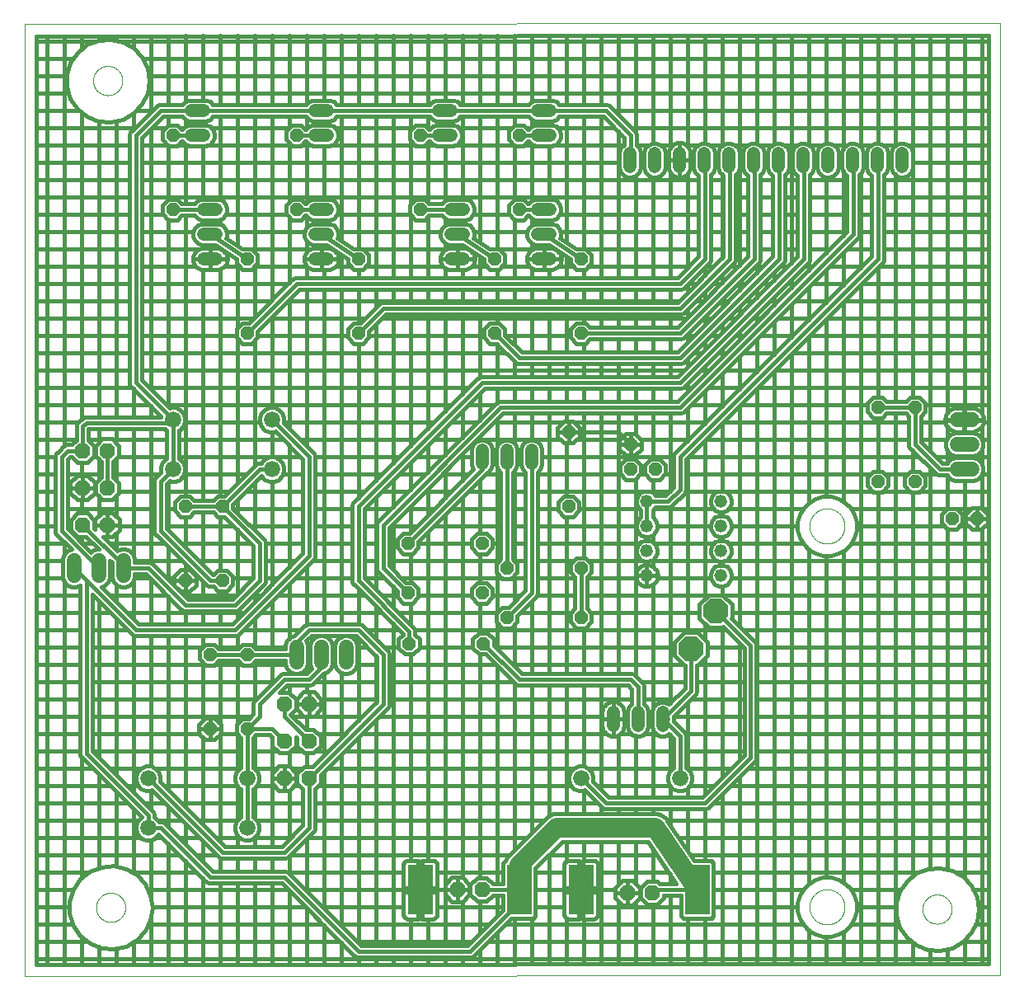
<source format=gtl>
G75*
%MOIN*%
%OFA0B0*%
%FSLAX25Y25*%
%IPPOS*%
%LPD*%
%AMOC8*
5,1,8,0,0,1.08239X$1,22.5*
%
%ADD10C,0.00000*%
%ADD11OC8,0.05200*%
%ADD12OC8,0.06300*%
%ADD13C,0.05200*%
%ADD14C,0.06600*%
%ADD15C,0.06000*%
%ADD16R,0.10000X0.20000*%
%ADD17C,0.05200*%
%ADD18OC8,0.10000*%
%ADD19C,0.01600*%
%ADD20C,0.08000*%
D10*
X0006800Y0001800D02*
X0006800Y0386761D01*
X0401251Y0387011D01*
X0401251Y0002050D01*
X0006800Y0001800D01*
X0035794Y0029600D02*
X0035796Y0029753D01*
X0035802Y0029907D01*
X0035812Y0030060D01*
X0035826Y0030212D01*
X0035844Y0030365D01*
X0035866Y0030516D01*
X0035891Y0030667D01*
X0035921Y0030818D01*
X0035955Y0030968D01*
X0035992Y0031116D01*
X0036033Y0031264D01*
X0036078Y0031410D01*
X0036127Y0031556D01*
X0036180Y0031700D01*
X0036236Y0031842D01*
X0036296Y0031983D01*
X0036360Y0032123D01*
X0036427Y0032261D01*
X0036498Y0032397D01*
X0036573Y0032531D01*
X0036650Y0032663D01*
X0036732Y0032793D01*
X0036816Y0032921D01*
X0036904Y0033047D01*
X0036995Y0033170D01*
X0037089Y0033291D01*
X0037187Y0033409D01*
X0037287Y0033525D01*
X0037391Y0033638D01*
X0037497Y0033749D01*
X0037606Y0033857D01*
X0037718Y0033962D01*
X0037832Y0034063D01*
X0037950Y0034162D01*
X0038069Y0034258D01*
X0038191Y0034351D01*
X0038316Y0034440D01*
X0038443Y0034527D01*
X0038572Y0034609D01*
X0038703Y0034689D01*
X0038836Y0034765D01*
X0038971Y0034838D01*
X0039108Y0034907D01*
X0039247Y0034972D01*
X0039387Y0035034D01*
X0039529Y0035092D01*
X0039672Y0035147D01*
X0039817Y0035198D01*
X0039963Y0035245D01*
X0040110Y0035288D01*
X0040258Y0035327D01*
X0040407Y0035363D01*
X0040557Y0035394D01*
X0040708Y0035422D01*
X0040859Y0035446D01*
X0041012Y0035466D01*
X0041164Y0035482D01*
X0041317Y0035494D01*
X0041470Y0035502D01*
X0041623Y0035506D01*
X0041777Y0035506D01*
X0041930Y0035502D01*
X0042083Y0035494D01*
X0042236Y0035482D01*
X0042388Y0035466D01*
X0042541Y0035446D01*
X0042692Y0035422D01*
X0042843Y0035394D01*
X0042993Y0035363D01*
X0043142Y0035327D01*
X0043290Y0035288D01*
X0043437Y0035245D01*
X0043583Y0035198D01*
X0043728Y0035147D01*
X0043871Y0035092D01*
X0044013Y0035034D01*
X0044153Y0034972D01*
X0044292Y0034907D01*
X0044429Y0034838D01*
X0044564Y0034765D01*
X0044697Y0034689D01*
X0044828Y0034609D01*
X0044957Y0034527D01*
X0045084Y0034440D01*
X0045209Y0034351D01*
X0045331Y0034258D01*
X0045450Y0034162D01*
X0045568Y0034063D01*
X0045682Y0033962D01*
X0045794Y0033857D01*
X0045903Y0033749D01*
X0046009Y0033638D01*
X0046113Y0033525D01*
X0046213Y0033409D01*
X0046311Y0033291D01*
X0046405Y0033170D01*
X0046496Y0033047D01*
X0046584Y0032921D01*
X0046668Y0032793D01*
X0046750Y0032663D01*
X0046827Y0032531D01*
X0046902Y0032397D01*
X0046973Y0032261D01*
X0047040Y0032123D01*
X0047104Y0031983D01*
X0047164Y0031842D01*
X0047220Y0031700D01*
X0047273Y0031556D01*
X0047322Y0031410D01*
X0047367Y0031264D01*
X0047408Y0031116D01*
X0047445Y0030968D01*
X0047479Y0030818D01*
X0047509Y0030667D01*
X0047534Y0030516D01*
X0047556Y0030365D01*
X0047574Y0030212D01*
X0047588Y0030060D01*
X0047598Y0029907D01*
X0047604Y0029753D01*
X0047606Y0029600D01*
X0047604Y0029447D01*
X0047598Y0029293D01*
X0047588Y0029140D01*
X0047574Y0028988D01*
X0047556Y0028835D01*
X0047534Y0028684D01*
X0047509Y0028533D01*
X0047479Y0028382D01*
X0047445Y0028232D01*
X0047408Y0028084D01*
X0047367Y0027936D01*
X0047322Y0027790D01*
X0047273Y0027644D01*
X0047220Y0027500D01*
X0047164Y0027358D01*
X0047104Y0027217D01*
X0047040Y0027077D01*
X0046973Y0026939D01*
X0046902Y0026803D01*
X0046827Y0026669D01*
X0046750Y0026537D01*
X0046668Y0026407D01*
X0046584Y0026279D01*
X0046496Y0026153D01*
X0046405Y0026030D01*
X0046311Y0025909D01*
X0046213Y0025791D01*
X0046113Y0025675D01*
X0046009Y0025562D01*
X0045903Y0025451D01*
X0045794Y0025343D01*
X0045682Y0025238D01*
X0045568Y0025137D01*
X0045450Y0025038D01*
X0045331Y0024942D01*
X0045209Y0024849D01*
X0045084Y0024760D01*
X0044957Y0024673D01*
X0044828Y0024591D01*
X0044697Y0024511D01*
X0044564Y0024435D01*
X0044429Y0024362D01*
X0044292Y0024293D01*
X0044153Y0024228D01*
X0044013Y0024166D01*
X0043871Y0024108D01*
X0043728Y0024053D01*
X0043583Y0024002D01*
X0043437Y0023955D01*
X0043290Y0023912D01*
X0043142Y0023873D01*
X0042993Y0023837D01*
X0042843Y0023806D01*
X0042692Y0023778D01*
X0042541Y0023754D01*
X0042388Y0023734D01*
X0042236Y0023718D01*
X0042083Y0023706D01*
X0041930Y0023698D01*
X0041777Y0023694D01*
X0041623Y0023694D01*
X0041470Y0023698D01*
X0041317Y0023706D01*
X0041164Y0023718D01*
X0041012Y0023734D01*
X0040859Y0023754D01*
X0040708Y0023778D01*
X0040557Y0023806D01*
X0040407Y0023837D01*
X0040258Y0023873D01*
X0040110Y0023912D01*
X0039963Y0023955D01*
X0039817Y0024002D01*
X0039672Y0024053D01*
X0039529Y0024108D01*
X0039387Y0024166D01*
X0039247Y0024228D01*
X0039108Y0024293D01*
X0038971Y0024362D01*
X0038836Y0024435D01*
X0038703Y0024511D01*
X0038572Y0024591D01*
X0038443Y0024673D01*
X0038316Y0024760D01*
X0038191Y0024849D01*
X0038069Y0024942D01*
X0037950Y0025038D01*
X0037832Y0025137D01*
X0037718Y0025238D01*
X0037606Y0025343D01*
X0037497Y0025451D01*
X0037391Y0025562D01*
X0037287Y0025675D01*
X0037187Y0025791D01*
X0037089Y0025909D01*
X0036995Y0026030D01*
X0036904Y0026153D01*
X0036816Y0026279D01*
X0036732Y0026407D01*
X0036650Y0026537D01*
X0036573Y0026669D01*
X0036498Y0026803D01*
X0036427Y0026939D01*
X0036360Y0027077D01*
X0036296Y0027217D01*
X0036236Y0027358D01*
X0036180Y0027500D01*
X0036127Y0027644D01*
X0036078Y0027790D01*
X0036033Y0027936D01*
X0035992Y0028084D01*
X0035955Y0028232D01*
X0035921Y0028382D01*
X0035891Y0028533D01*
X0035866Y0028684D01*
X0035844Y0028835D01*
X0035826Y0028988D01*
X0035812Y0029140D01*
X0035802Y0029293D01*
X0035796Y0029447D01*
X0035794Y0029600D01*
X0324200Y0029800D02*
X0324202Y0029974D01*
X0324209Y0030148D01*
X0324219Y0030322D01*
X0324234Y0030496D01*
X0324253Y0030669D01*
X0324277Y0030842D01*
X0324305Y0031014D01*
X0324336Y0031185D01*
X0324373Y0031356D01*
X0324413Y0031525D01*
X0324457Y0031694D01*
X0324506Y0031861D01*
X0324558Y0032027D01*
X0324615Y0032192D01*
X0324676Y0032355D01*
X0324740Y0032517D01*
X0324809Y0032677D01*
X0324882Y0032836D01*
X0324958Y0032992D01*
X0325038Y0033147D01*
X0325122Y0033300D01*
X0325210Y0033450D01*
X0325302Y0033598D01*
X0325397Y0033745D01*
X0325495Y0033888D01*
X0325597Y0034029D01*
X0325703Y0034168D01*
X0325812Y0034304D01*
X0325924Y0034438D01*
X0326039Y0034568D01*
X0326158Y0034696D01*
X0326280Y0034820D01*
X0326404Y0034942D01*
X0326532Y0035061D01*
X0326662Y0035176D01*
X0326796Y0035288D01*
X0326932Y0035397D01*
X0327071Y0035503D01*
X0327212Y0035605D01*
X0327355Y0035703D01*
X0327502Y0035798D01*
X0327650Y0035890D01*
X0327800Y0035978D01*
X0327953Y0036062D01*
X0328108Y0036142D01*
X0328264Y0036218D01*
X0328423Y0036291D01*
X0328583Y0036360D01*
X0328745Y0036424D01*
X0328908Y0036485D01*
X0329073Y0036542D01*
X0329239Y0036594D01*
X0329406Y0036643D01*
X0329575Y0036687D01*
X0329744Y0036727D01*
X0329915Y0036764D01*
X0330086Y0036795D01*
X0330258Y0036823D01*
X0330431Y0036847D01*
X0330604Y0036866D01*
X0330778Y0036881D01*
X0330952Y0036891D01*
X0331126Y0036898D01*
X0331300Y0036900D01*
X0331474Y0036898D01*
X0331648Y0036891D01*
X0331822Y0036881D01*
X0331996Y0036866D01*
X0332169Y0036847D01*
X0332342Y0036823D01*
X0332514Y0036795D01*
X0332685Y0036764D01*
X0332856Y0036727D01*
X0333025Y0036687D01*
X0333194Y0036643D01*
X0333361Y0036594D01*
X0333527Y0036542D01*
X0333692Y0036485D01*
X0333855Y0036424D01*
X0334017Y0036360D01*
X0334177Y0036291D01*
X0334336Y0036218D01*
X0334492Y0036142D01*
X0334647Y0036062D01*
X0334800Y0035978D01*
X0334950Y0035890D01*
X0335098Y0035798D01*
X0335245Y0035703D01*
X0335388Y0035605D01*
X0335529Y0035503D01*
X0335668Y0035397D01*
X0335804Y0035288D01*
X0335938Y0035176D01*
X0336068Y0035061D01*
X0336196Y0034942D01*
X0336320Y0034820D01*
X0336442Y0034696D01*
X0336561Y0034568D01*
X0336676Y0034438D01*
X0336788Y0034304D01*
X0336897Y0034168D01*
X0337003Y0034029D01*
X0337105Y0033888D01*
X0337203Y0033745D01*
X0337298Y0033598D01*
X0337390Y0033450D01*
X0337478Y0033300D01*
X0337562Y0033147D01*
X0337642Y0032992D01*
X0337718Y0032836D01*
X0337791Y0032677D01*
X0337860Y0032517D01*
X0337924Y0032355D01*
X0337985Y0032192D01*
X0338042Y0032027D01*
X0338094Y0031861D01*
X0338143Y0031694D01*
X0338187Y0031525D01*
X0338227Y0031356D01*
X0338264Y0031185D01*
X0338295Y0031014D01*
X0338323Y0030842D01*
X0338347Y0030669D01*
X0338366Y0030496D01*
X0338381Y0030322D01*
X0338391Y0030148D01*
X0338398Y0029974D01*
X0338400Y0029800D01*
X0338398Y0029626D01*
X0338391Y0029452D01*
X0338381Y0029278D01*
X0338366Y0029104D01*
X0338347Y0028931D01*
X0338323Y0028758D01*
X0338295Y0028586D01*
X0338264Y0028415D01*
X0338227Y0028244D01*
X0338187Y0028075D01*
X0338143Y0027906D01*
X0338094Y0027739D01*
X0338042Y0027573D01*
X0337985Y0027408D01*
X0337924Y0027245D01*
X0337860Y0027083D01*
X0337791Y0026923D01*
X0337718Y0026764D01*
X0337642Y0026608D01*
X0337562Y0026453D01*
X0337478Y0026300D01*
X0337390Y0026150D01*
X0337298Y0026002D01*
X0337203Y0025855D01*
X0337105Y0025712D01*
X0337003Y0025571D01*
X0336897Y0025432D01*
X0336788Y0025296D01*
X0336676Y0025162D01*
X0336561Y0025032D01*
X0336442Y0024904D01*
X0336320Y0024780D01*
X0336196Y0024658D01*
X0336068Y0024539D01*
X0335938Y0024424D01*
X0335804Y0024312D01*
X0335668Y0024203D01*
X0335529Y0024097D01*
X0335388Y0023995D01*
X0335245Y0023897D01*
X0335098Y0023802D01*
X0334950Y0023710D01*
X0334800Y0023622D01*
X0334647Y0023538D01*
X0334492Y0023458D01*
X0334336Y0023382D01*
X0334177Y0023309D01*
X0334017Y0023240D01*
X0333855Y0023176D01*
X0333692Y0023115D01*
X0333527Y0023058D01*
X0333361Y0023006D01*
X0333194Y0022957D01*
X0333025Y0022913D01*
X0332856Y0022873D01*
X0332685Y0022836D01*
X0332514Y0022805D01*
X0332342Y0022777D01*
X0332169Y0022753D01*
X0331996Y0022734D01*
X0331822Y0022719D01*
X0331648Y0022709D01*
X0331474Y0022702D01*
X0331300Y0022700D01*
X0331126Y0022702D01*
X0330952Y0022709D01*
X0330778Y0022719D01*
X0330604Y0022734D01*
X0330431Y0022753D01*
X0330258Y0022777D01*
X0330086Y0022805D01*
X0329915Y0022836D01*
X0329744Y0022873D01*
X0329575Y0022913D01*
X0329406Y0022957D01*
X0329239Y0023006D01*
X0329073Y0023058D01*
X0328908Y0023115D01*
X0328745Y0023176D01*
X0328583Y0023240D01*
X0328423Y0023309D01*
X0328264Y0023382D01*
X0328108Y0023458D01*
X0327953Y0023538D01*
X0327800Y0023622D01*
X0327650Y0023710D01*
X0327502Y0023802D01*
X0327355Y0023897D01*
X0327212Y0023995D01*
X0327071Y0024097D01*
X0326932Y0024203D01*
X0326796Y0024312D01*
X0326662Y0024424D01*
X0326532Y0024539D01*
X0326404Y0024658D01*
X0326280Y0024780D01*
X0326158Y0024904D01*
X0326039Y0025032D01*
X0325924Y0025162D01*
X0325812Y0025296D01*
X0325703Y0025432D01*
X0325597Y0025571D01*
X0325495Y0025712D01*
X0325397Y0025855D01*
X0325302Y0026002D01*
X0325210Y0026150D01*
X0325122Y0026300D01*
X0325038Y0026453D01*
X0324958Y0026608D01*
X0324882Y0026764D01*
X0324809Y0026923D01*
X0324740Y0027083D01*
X0324676Y0027245D01*
X0324615Y0027408D01*
X0324558Y0027573D01*
X0324506Y0027739D01*
X0324457Y0027906D01*
X0324413Y0028075D01*
X0324373Y0028244D01*
X0324336Y0028415D01*
X0324305Y0028586D01*
X0324277Y0028758D01*
X0324253Y0028931D01*
X0324234Y0029104D01*
X0324219Y0029278D01*
X0324209Y0029452D01*
X0324202Y0029626D01*
X0324200Y0029800D01*
X0369894Y0028900D02*
X0369896Y0029053D01*
X0369902Y0029207D01*
X0369912Y0029360D01*
X0369926Y0029512D01*
X0369944Y0029665D01*
X0369966Y0029816D01*
X0369991Y0029967D01*
X0370021Y0030118D01*
X0370055Y0030268D01*
X0370092Y0030416D01*
X0370133Y0030564D01*
X0370178Y0030710D01*
X0370227Y0030856D01*
X0370280Y0031000D01*
X0370336Y0031142D01*
X0370396Y0031283D01*
X0370460Y0031423D01*
X0370527Y0031561D01*
X0370598Y0031697D01*
X0370673Y0031831D01*
X0370750Y0031963D01*
X0370832Y0032093D01*
X0370916Y0032221D01*
X0371004Y0032347D01*
X0371095Y0032470D01*
X0371189Y0032591D01*
X0371287Y0032709D01*
X0371387Y0032825D01*
X0371491Y0032938D01*
X0371597Y0033049D01*
X0371706Y0033157D01*
X0371818Y0033262D01*
X0371932Y0033363D01*
X0372050Y0033462D01*
X0372169Y0033558D01*
X0372291Y0033651D01*
X0372416Y0033740D01*
X0372543Y0033827D01*
X0372672Y0033909D01*
X0372803Y0033989D01*
X0372936Y0034065D01*
X0373071Y0034138D01*
X0373208Y0034207D01*
X0373347Y0034272D01*
X0373487Y0034334D01*
X0373629Y0034392D01*
X0373772Y0034447D01*
X0373917Y0034498D01*
X0374063Y0034545D01*
X0374210Y0034588D01*
X0374358Y0034627D01*
X0374507Y0034663D01*
X0374657Y0034694D01*
X0374808Y0034722D01*
X0374959Y0034746D01*
X0375112Y0034766D01*
X0375264Y0034782D01*
X0375417Y0034794D01*
X0375570Y0034802D01*
X0375723Y0034806D01*
X0375877Y0034806D01*
X0376030Y0034802D01*
X0376183Y0034794D01*
X0376336Y0034782D01*
X0376488Y0034766D01*
X0376641Y0034746D01*
X0376792Y0034722D01*
X0376943Y0034694D01*
X0377093Y0034663D01*
X0377242Y0034627D01*
X0377390Y0034588D01*
X0377537Y0034545D01*
X0377683Y0034498D01*
X0377828Y0034447D01*
X0377971Y0034392D01*
X0378113Y0034334D01*
X0378253Y0034272D01*
X0378392Y0034207D01*
X0378529Y0034138D01*
X0378664Y0034065D01*
X0378797Y0033989D01*
X0378928Y0033909D01*
X0379057Y0033827D01*
X0379184Y0033740D01*
X0379309Y0033651D01*
X0379431Y0033558D01*
X0379550Y0033462D01*
X0379668Y0033363D01*
X0379782Y0033262D01*
X0379894Y0033157D01*
X0380003Y0033049D01*
X0380109Y0032938D01*
X0380213Y0032825D01*
X0380313Y0032709D01*
X0380411Y0032591D01*
X0380505Y0032470D01*
X0380596Y0032347D01*
X0380684Y0032221D01*
X0380768Y0032093D01*
X0380850Y0031963D01*
X0380927Y0031831D01*
X0381002Y0031697D01*
X0381073Y0031561D01*
X0381140Y0031423D01*
X0381204Y0031283D01*
X0381264Y0031142D01*
X0381320Y0031000D01*
X0381373Y0030856D01*
X0381422Y0030710D01*
X0381467Y0030564D01*
X0381508Y0030416D01*
X0381545Y0030268D01*
X0381579Y0030118D01*
X0381609Y0029967D01*
X0381634Y0029816D01*
X0381656Y0029665D01*
X0381674Y0029512D01*
X0381688Y0029360D01*
X0381698Y0029207D01*
X0381704Y0029053D01*
X0381706Y0028900D01*
X0381704Y0028747D01*
X0381698Y0028593D01*
X0381688Y0028440D01*
X0381674Y0028288D01*
X0381656Y0028135D01*
X0381634Y0027984D01*
X0381609Y0027833D01*
X0381579Y0027682D01*
X0381545Y0027532D01*
X0381508Y0027384D01*
X0381467Y0027236D01*
X0381422Y0027090D01*
X0381373Y0026944D01*
X0381320Y0026800D01*
X0381264Y0026658D01*
X0381204Y0026517D01*
X0381140Y0026377D01*
X0381073Y0026239D01*
X0381002Y0026103D01*
X0380927Y0025969D01*
X0380850Y0025837D01*
X0380768Y0025707D01*
X0380684Y0025579D01*
X0380596Y0025453D01*
X0380505Y0025330D01*
X0380411Y0025209D01*
X0380313Y0025091D01*
X0380213Y0024975D01*
X0380109Y0024862D01*
X0380003Y0024751D01*
X0379894Y0024643D01*
X0379782Y0024538D01*
X0379668Y0024437D01*
X0379550Y0024338D01*
X0379431Y0024242D01*
X0379309Y0024149D01*
X0379184Y0024060D01*
X0379057Y0023973D01*
X0378928Y0023891D01*
X0378797Y0023811D01*
X0378664Y0023735D01*
X0378529Y0023662D01*
X0378392Y0023593D01*
X0378253Y0023528D01*
X0378113Y0023466D01*
X0377971Y0023408D01*
X0377828Y0023353D01*
X0377683Y0023302D01*
X0377537Y0023255D01*
X0377390Y0023212D01*
X0377242Y0023173D01*
X0377093Y0023137D01*
X0376943Y0023106D01*
X0376792Y0023078D01*
X0376641Y0023054D01*
X0376488Y0023034D01*
X0376336Y0023018D01*
X0376183Y0023006D01*
X0376030Y0022998D01*
X0375877Y0022994D01*
X0375723Y0022994D01*
X0375570Y0022998D01*
X0375417Y0023006D01*
X0375264Y0023018D01*
X0375112Y0023034D01*
X0374959Y0023054D01*
X0374808Y0023078D01*
X0374657Y0023106D01*
X0374507Y0023137D01*
X0374358Y0023173D01*
X0374210Y0023212D01*
X0374063Y0023255D01*
X0373917Y0023302D01*
X0373772Y0023353D01*
X0373629Y0023408D01*
X0373487Y0023466D01*
X0373347Y0023528D01*
X0373208Y0023593D01*
X0373071Y0023662D01*
X0372936Y0023735D01*
X0372803Y0023811D01*
X0372672Y0023891D01*
X0372543Y0023973D01*
X0372416Y0024060D01*
X0372291Y0024149D01*
X0372169Y0024242D01*
X0372050Y0024338D01*
X0371932Y0024437D01*
X0371818Y0024538D01*
X0371706Y0024643D01*
X0371597Y0024751D01*
X0371491Y0024862D01*
X0371387Y0024975D01*
X0371287Y0025091D01*
X0371189Y0025209D01*
X0371095Y0025330D01*
X0371004Y0025453D01*
X0370916Y0025579D01*
X0370832Y0025707D01*
X0370750Y0025837D01*
X0370673Y0025969D01*
X0370598Y0026103D01*
X0370527Y0026239D01*
X0370460Y0026377D01*
X0370396Y0026517D01*
X0370336Y0026658D01*
X0370280Y0026800D01*
X0370227Y0026944D01*
X0370178Y0027090D01*
X0370133Y0027236D01*
X0370092Y0027384D01*
X0370055Y0027532D01*
X0370021Y0027682D01*
X0369991Y0027833D01*
X0369966Y0027984D01*
X0369944Y0028135D01*
X0369926Y0028288D01*
X0369912Y0028440D01*
X0369902Y0028593D01*
X0369896Y0028747D01*
X0369894Y0028900D01*
X0324200Y0183800D02*
X0324202Y0183974D01*
X0324209Y0184148D01*
X0324219Y0184322D01*
X0324234Y0184496D01*
X0324253Y0184669D01*
X0324277Y0184842D01*
X0324305Y0185014D01*
X0324336Y0185185D01*
X0324373Y0185356D01*
X0324413Y0185525D01*
X0324457Y0185694D01*
X0324506Y0185861D01*
X0324558Y0186027D01*
X0324615Y0186192D01*
X0324676Y0186355D01*
X0324740Y0186517D01*
X0324809Y0186677D01*
X0324882Y0186836D01*
X0324958Y0186992D01*
X0325038Y0187147D01*
X0325122Y0187300D01*
X0325210Y0187450D01*
X0325302Y0187598D01*
X0325397Y0187745D01*
X0325495Y0187888D01*
X0325597Y0188029D01*
X0325703Y0188168D01*
X0325812Y0188304D01*
X0325924Y0188438D01*
X0326039Y0188568D01*
X0326158Y0188696D01*
X0326280Y0188820D01*
X0326404Y0188942D01*
X0326532Y0189061D01*
X0326662Y0189176D01*
X0326796Y0189288D01*
X0326932Y0189397D01*
X0327071Y0189503D01*
X0327212Y0189605D01*
X0327355Y0189703D01*
X0327502Y0189798D01*
X0327650Y0189890D01*
X0327800Y0189978D01*
X0327953Y0190062D01*
X0328108Y0190142D01*
X0328264Y0190218D01*
X0328423Y0190291D01*
X0328583Y0190360D01*
X0328745Y0190424D01*
X0328908Y0190485D01*
X0329073Y0190542D01*
X0329239Y0190594D01*
X0329406Y0190643D01*
X0329575Y0190687D01*
X0329744Y0190727D01*
X0329915Y0190764D01*
X0330086Y0190795D01*
X0330258Y0190823D01*
X0330431Y0190847D01*
X0330604Y0190866D01*
X0330778Y0190881D01*
X0330952Y0190891D01*
X0331126Y0190898D01*
X0331300Y0190900D01*
X0331474Y0190898D01*
X0331648Y0190891D01*
X0331822Y0190881D01*
X0331996Y0190866D01*
X0332169Y0190847D01*
X0332342Y0190823D01*
X0332514Y0190795D01*
X0332685Y0190764D01*
X0332856Y0190727D01*
X0333025Y0190687D01*
X0333194Y0190643D01*
X0333361Y0190594D01*
X0333527Y0190542D01*
X0333692Y0190485D01*
X0333855Y0190424D01*
X0334017Y0190360D01*
X0334177Y0190291D01*
X0334336Y0190218D01*
X0334492Y0190142D01*
X0334647Y0190062D01*
X0334800Y0189978D01*
X0334950Y0189890D01*
X0335098Y0189798D01*
X0335245Y0189703D01*
X0335388Y0189605D01*
X0335529Y0189503D01*
X0335668Y0189397D01*
X0335804Y0189288D01*
X0335938Y0189176D01*
X0336068Y0189061D01*
X0336196Y0188942D01*
X0336320Y0188820D01*
X0336442Y0188696D01*
X0336561Y0188568D01*
X0336676Y0188438D01*
X0336788Y0188304D01*
X0336897Y0188168D01*
X0337003Y0188029D01*
X0337105Y0187888D01*
X0337203Y0187745D01*
X0337298Y0187598D01*
X0337390Y0187450D01*
X0337478Y0187300D01*
X0337562Y0187147D01*
X0337642Y0186992D01*
X0337718Y0186836D01*
X0337791Y0186677D01*
X0337860Y0186517D01*
X0337924Y0186355D01*
X0337985Y0186192D01*
X0338042Y0186027D01*
X0338094Y0185861D01*
X0338143Y0185694D01*
X0338187Y0185525D01*
X0338227Y0185356D01*
X0338264Y0185185D01*
X0338295Y0185014D01*
X0338323Y0184842D01*
X0338347Y0184669D01*
X0338366Y0184496D01*
X0338381Y0184322D01*
X0338391Y0184148D01*
X0338398Y0183974D01*
X0338400Y0183800D01*
X0338398Y0183626D01*
X0338391Y0183452D01*
X0338381Y0183278D01*
X0338366Y0183104D01*
X0338347Y0182931D01*
X0338323Y0182758D01*
X0338295Y0182586D01*
X0338264Y0182415D01*
X0338227Y0182244D01*
X0338187Y0182075D01*
X0338143Y0181906D01*
X0338094Y0181739D01*
X0338042Y0181573D01*
X0337985Y0181408D01*
X0337924Y0181245D01*
X0337860Y0181083D01*
X0337791Y0180923D01*
X0337718Y0180764D01*
X0337642Y0180608D01*
X0337562Y0180453D01*
X0337478Y0180300D01*
X0337390Y0180150D01*
X0337298Y0180002D01*
X0337203Y0179855D01*
X0337105Y0179712D01*
X0337003Y0179571D01*
X0336897Y0179432D01*
X0336788Y0179296D01*
X0336676Y0179162D01*
X0336561Y0179032D01*
X0336442Y0178904D01*
X0336320Y0178780D01*
X0336196Y0178658D01*
X0336068Y0178539D01*
X0335938Y0178424D01*
X0335804Y0178312D01*
X0335668Y0178203D01*
X0335529Y0178097D01*
X0335388Y0177995D01*
X0335245Y0177897D01*
X0335098Y0177802D01*
X0334950Y0177710D01*
X0334800Y0177622D01*
X0334647Y0177538D01*
X0334492Y0177458D01*
X0334336Y0177382D01*
X0334177Y0177309D01*
X0334017Y0177240D01*
X0333855Y0177176D01*
X0333692Y0177115D01*
X0333527Y0177058D01*
X0333361Y0177006D01*
X0333194Y0176957D01*
X0333025Y0176913D01*
X0332856Y0176873D01*
X0332685Y0176836D01*
X0332514Y0176805D01*
X0332342Y0176777D01*
X0332169Y0176753D01*
X0331996Y0176734D01*
X0331822Y0176719D01*
X0331648Y0176709D01*
X0331474Y0176702D01*
X0331300Y0176700D01*
X0331126Y0176702D01*
X0330952Y0176709D01*
X0330778Y0176719D01*
X0330604Y0176734D01*
X0330431Y0176753D01*
X0330258Y0176777D01*
X0330086Y0176805D01*
X0329915Y0176836D01*
X0329744Y0176873D01*
X0329575Y0176913D01*
X0329406Y0176957D01*
X0329239Y0177006D01*
X0329073Y0177058D01*
X0328908Y0177115D01*
X0328745Y0177176D01*
X0328583Y0177240D01*
X0328423Y0177309D01*
X0328264Y0177382D01*
X0328108Y0177458D01*
X0327953Y0177538D01*
X0327800Y0177622D01*
X0327650Y0177710D01*
X0327502Y0177802D01*
X0327355Y0177897D01*
X0327212Y0177995D01*
X0327071Y0178097D01*
X0326932Y0178203D01*
X0326796Y0178312D01*
X0326662Y0178424D01*
X0326532Y0178539D01*
X0326404Y0178658D01*
X0326280Y0178780D01*
X0326158Y0178904D01*
X0326039Y0179032D01*
X0325924Y0179162D01*
X0325812Y0179296D01*
X0325703Y0179432D01*
X0325597Y0179571D01*
X0325495Y0179712D01*
X0325397Y0179855D01*
X0325302Y0180002D01*
X0325210Y0180150D01*
X0325122Y0180300D01*
X0325038Y0180453D01*
X0324958Y0180608D01*
X0324882Y0180764D01*
X0324809Y0180923D01*
X0324740Y0181083D01*
X0324676Y0181245D01*
X0324615Y0181408D01*
X0324558Y0181573D01*
X0324506Y0181739D01*
X0324457Y0181906D01*
X0324413Y0182075D01*
X0324373Y0182244D01*
X0324336Y0182415D01*
X0324305Y0182586D01*
X0324277Y0182758D01*
X0324253Y0182931D01*
X0324234Y0183104D01*
X0324219Y0183278D01*
X0324209Y0183452D01*
X0324202Y0183626D01*
X0324200Y0183800D01*
X0034594Y0363900D02*
X0034596Y0364053D01*
X0034602Y0364207D01*
X0034612Y0364360D01*
X0034626Y0364512D01*
X0034644Y0364665D01*
X0034666Y0364816D01*
X0034691Y0364967D01*
X0034721Y0365118D01*
X0034755Y0365268D01*
X0034792Y0365416D01*
X0034833Y0365564D01*
X0034878Y0365710D01*
X0034927Y0365856D01*
X0034980Y0366000D01*
X0035036Y0366142D01*
X0035096Y0366283D01*
X0035160Y0366423D01*
X0035227Y0366561D01*
X0035298Y0366697D01*
X0035373Y0366831D01*
X0035450Y0366963D01*
X0035532Y0367093D01*
X0035616Y0367221D01*
X0035704Y0367347D01*
X0035795Y0367470D01*
X0035889Y0367591D01*
X0035987Y0367709D01*
X0036087Y0367825D01*
X0036191Y0367938D01*
X0036297Y0368049D01*
X0036406Y0368157D01*
X0036518Y0368262D01*
X0036632Y0368363D01*
X0036750Y0368462D01*
X0036869Y0368558D01*
X0036991Y0368651D01*
X0037116Y0368740D01*
X0037243Y0368827D01*
X0037372Y0368909D01*
X0037503Y0368989D01*
X0037636Y0369065D01*
X0037771Y0369138D01*
X0037908Y0369207D01*
X0038047Y0369272D01*
X0038187Y0369334D01*
X0038329Y0369392D01*
X0038472Y0369447D01*
X0038617Y0369498D01*
X0038763Y0369545D01*
X0038910Y0369588D01*
X0039058Y0369627D01*
X0039207Y0369663D01*
X0039357Y0369694D01*
X0039508Y0369722D01*
X0039659Y0369746D01*
X0039812Y0369766D01*
X0039964Y0369782D01*
X0040117Y0369794D01*
X0040270Y0369802D01*
X0040423Y0369806D01*
X0040577Y0369806D01*
X0040730Y0369802D01*
X0040883Y0369794D01*
X0041036Y0369782D01*
X0041188Y0369766D01*
X0041341Y0369746D01*
X0041492Y0369722D01*
X0041643Y0369694D01*
X0041793Y0369663D01*
X0041942Y0369627D01*
X0042090Y0369588D01*
X0042237Y0369545D01*
X0042383Y0369498D01*
X0042528Y0369447D01*
X0042671Y0369392D01*
X0042813Y0369334D01*
X0042953Y0369272D01*
X0043092Y0369207D01*
X0043229Y0369138D01*
X0043364Y0369065D01*
X0043497Y0368989D01*
X0043628Y0368909D01*
X0043757Y0368827D01*
X0043884Y0368740D01*
X0044009Y0368651D01*
X0044131Y0368558D01*
X0044250Y0368462D01*
X0044368Y0368363D01*
X0044482Y0368262D01*
X0044594Y0368157D01*
X0044703Y0368049D01*
X0044809Y0367938D01*
X0044913Y0367825D01*
X0045013Y0367709D01*
X0045111Y0367591D01*
X0045205Y0367470D01*
X0045296Y0367347D01*
X0045384Y0367221D01*
X0045468Y0367093D01*
X0045550Y0366963D01*
X0045627Y0366831D01*
X0045702Y0366697D01*
X0045773Y0366561D01*
X0045840Y0366423D01*
X0045904Y0366283D01*
X0045964Y0366142D01*
X0046020Y0366000D01*
X0046073Y0365856D01*
X0046122Y0365710D01*
X0046167Y0365564D01*
X0046208Y0365416D01*
X0046245Y0365268D01*
X0046279Y0365118D01*
X0046309Y0364967D01*
X0046334Y0364816D01*
X0046356Y0364665D01*
X0046374Y0364512D01*
X0046388Y0364360D01*
X0046398Y0364207D01*
X0046404Y0364053D01*
X0046406Y0363900D01*
X0046404Y0363747D01*
X0046398Y0363593D01*
X0046388Y0363440D01*
X0046374Y0363288D01*
X0046356Y0363135D01*
X0046334Y0362984D01*
X0046309Y0362833D01*
X0046279Y0362682D01*
X0046245Y0362532D01*
X0046208Y0362384D01*
X0046167Y0362236D01*
X0046122Y0362090D01*
X0046073Y0361944D01*
X0046020Y0361800D01*
X0045964Y0361658D01*
X0045904Y0361517D01*
X0045840Y0361377D01*
X0045773Y0361239D01*
X0045702Y0361103D01*
X0045627Y0360969D01*
X0045550Y0360837D01*
X0045468Y0360707D01*
X0045384Y0360579D01*
X0045296Y0360453D01*
X0045205Y0360330D01*
X0045111Y0360209D01*
X0045013Y0360091D01*
X0044913Y0359975D01*
X0044809Y0359862D01*
X0044703Y0359751D01*
X0044594Y0359643D01*
X0044482Y0359538D01*
X0044368Y0359437D01*
X0044250Y0359338D01*
X0044131Y0359242D01*
X0044009Y0359149D01*
X0043884Y0359060D01*
X0043757Y0358973D01*
X0043628Y0358891D01*
X0043497Y0358811D01*
X0043364Y0358735D01*
X0043229Y0358662D01*
X0043092Y0358593D01*
X0042953Y0358528D01*
X0042813Y0358466D01*
X0042671Y0358408D01*
X0042528Y0358353D01*
X0042383Y0358302D01*
X0042237Y0358255D01*
X0042090Y0358212D01*
X0041942Y0358173D01*
X0041793Y0358137D01*
X0041643Y0358106D01*
X0041492Y0358078D01*
X0041341Y0358054D01*
X0041188Y0358034D01*
X0041036Y0358018D01*
X0040883Y0358006D01*
X0040730Y0357998D01*
X0040577Y0357994D01*
X0040423Y0357994D01*
X0040270Y0357998D01*
X0040117Y0358006D01*
X0039964Y0358018D01*
X0039812Y0358034D01*
X0039659Y0358054D01*
X0039508Y0358078D01*
X0039357Y0358106D01*
X0039207Y0358137D01*
X0039058Y0358173D01*
X0038910Y0358212D01*
X0038763Y0358255D01*
X0038617Y0358302D01*
X0038472Y0358353D01*
X0038329Y0358408D01*
X0038187Y0358466D01*
X0038047Y0358528D01*
X0037908Y0358593D01*
X0037771Y0358662D01*
X0037636Y0358735D01*
X0037503Y0358811D01*
X0037372Y0358891D01*
X0037243Y0358973D01*
X0037116Y0359060D01*
X0036991Y0359149D01*
X0036869Y0359242D01*
X0036750Y0359338D01*
X0036632Y0359437D01*
X0036518Y0359538D01*
X0036406Y0359643D01*
X0036297Y0359751D01*
X0036191Y0359862D01*
X0036087Y0359975D01*
X0035987Y0360091D01*
X0035889Y0360209D01*
X0035795Y0360330D01*
X0035704Y0360453D01*
X0035616Y0360579D01*
X0035532Y0360707D01*
X0035450Y0360837D01*
X0035373Y0360969D01*
X0035298Y0361103D01*
X0035227Y0361239D01*
X0035160Y0361377D01*
X0035096Y0361517D01*
X0035036Y0361658D01*
X0034980Y0361800D01*
X0034927Y0361944D01*
X0034878Y0362090D01*
X0034833Y0362236D01*
X0034792Y0362384D01*
X0034755Y0362532D01*
X0034721Y0362682D01*
X0034691Y0362833D01*
X0034666Y0362984D01*
X0034644Y0363135D01*
X0034626Y0363288D01*
X0034612Y0363440D01*
X0034602Y0363593D01*
X0034596Y0363747D01*
X0034594Y0363900D01*
D11*
X0066800Y0341800D03*
X0066800Y0311800D03*
X0096800Y0291800D03*
X0116800Y0311800D03*
X0116800Y0341800D03*
X0141800Y0291800D03*
X0166800Y0311800D03*
X0166800Y0341800D03*
X0206800Y0341800D03*
X0206800Y0311800D03*
X0196800Y0291800D03*
X0196800Y0261800D03*
X0231800Y0261800D03*
X0231800Y0291800D03*
X0226800Y0221800D03*
X0251800Y0216800D03*
X0251800Y0206800D03*
X0261800Y0206800D03*
X0226800Y0191800D03*
X0231800Y0166800D03*
X0231800Y0146800D03*
X0201800Y0146800D03*
X0191800Y0156800D03*
X0201800Y0166800D03*
X0191800Y0176800D03*
X0161800Y0176800D03*
X0161800Y0156800D03*
X0162300Y0136300D03*
X0192300Y0136300D03*
X0096800Y0131800D03*
X0081800Y0131800D03*
X0081800Y0101800D03*
X0096800Y0101800D03*
X0086800Y0161800D03*
X0071800Y0161800D03*
X0071800Y0191800D03*
X0086800Y0191800D03*
X0096800Y0261800D03*
X0141800Y0261800D03*
X0351800Y0231800D03*
X0366800Y0231800D03*
X0366800Y0201800D03*
X0351800Y0201800D03*
X0381800Y0186800D03*
X0391800Y0186800D03*
D12*
X0260550Y0035550D03*
X0250550Y0035550D03*
X0191800Y0036800D03*
X0181800Y0036800D03*
X0121800Y0081800D03*
X0111800Y0081800D03*
X0111800Y0096800D03*
X0121800Y0096800D03*
X0121800Y0111800D03*
X0111800Y0111800D03*
X0040300Y0184300D03*
X0030300Y0184300D03*
X0030300Y0199300D03*
X0040300Y0199300D03*
X0040300Y0214300D03*
X0030300Y0214300D03*
D13*
X0079200Y0291800D02*
X0084400Y0291800D01*
X0084400Y0301800D02*
X0079200Y0301800D01*
X0079200Y0311800D02*
X0084400Y0311800D01*
X0079400Y0341800D02*
X0074200Y0341800D01*
X0074200Y0351800D02*
X0079400Y0351800D01*
X0124200Y0351800D02*
X0129400Y0351800D01*
X0129400Y0341800D02*
X0124200Y0341800D01*
X0124200Y0311800D02*
X0129400Y0311800D01*
X0129400Y0301800D02*
X0124200Y0301800D01*
X0124200Y0291800D02*
X0129400Y0291800D01*
X0179200Y0291800D02*
X0184400Y0291800D01*
X0184400Y0301800D02*
X0179200Y0301800D01*
X0179200Y0311800D02*
X0184400Y0311800D01*
X0179400Y0341800D02*
X0174200Y0341800D01*
X0174200Y0351800D02*
X0179400Y0351800D01*
X0214200Y0351800D02*
X0219400Y0351800D01*
X0219400Y0341800D02*
X0214200Y0341800D01*
X0214200Y0311800D02*
X0219400Y0311800D01*
X0219400Y0301800D02*
X0214200Y0301800D01*
X0214200Y0291800D02*
X0219400Y0291800D01*
X0251600Y0329200D02*
X0251600Y0334400D01*
X0261600Y0334400D02*
X0261600Y0329200D01*
X0271600Y0329200D02*
X0271600Y0334400D01*
X0281600Y0334400D02*
X0281600Y0329200D01*
X0291600Y0329200D02*
X0291600Y0334400D01*
X0301600Y0334400D02*
X0301600Y0329200D01*
X0311600Y0329200D02*
X0311600Y0334400D01*
X0321600Y0334400D02*
X0321600Y0329200D01*
X0331600Y0329200D02*
X0331600Y0334400D01*
X0341600Y0334400D02*
X0341600Y0329200D01*
X0351600Y0329200D02*
X0351600Y0334400D01*
X0361600Y0334400D02*
X0361600Y0329200D01*
X0211800Y0214400D02*
X0211800Y0209200D01*
X0201800Y0209200D02*
X0201800Y0214400D01*
X0191800Y0214400D02*
X0191800Y0209200D01*
X0244800Y0108400D02*
X0244800Y0103200D01*
X0254800Y0103200D02*
X0254800Y0108400D01*
X0264800Y0108400D02*
X0264800Y0103200D01*
D14*
X0271800Y0081800D03*
X0231800Y0081800D03*
X0106800Y0206800D03*
X0106800Y0226800D03*
X0066800Y0226800D03*
X0066800Y0206800D03*
X0056800Y0081800D03*
X0056800Y0061800D03*
X0096800Y0061800D03*
X0096800Y0081800D03*
D15*
X0116800Y0128800D02*
X0116800Y0134800D01*
X0126800Y0134800D02*
X0126800Y0128800D01*
X0136800Y0128800D02*
X0136800Y0134800D01*
X0046800Y0163800D02*
X0046800Y0169800D01*
X0036800Y0169800D02*
X0036800Y0163800D01*
X0026800Y0163800D02*
X0026800Y0169800D01*
X0383800Y0206800D02*
X0389800Y0206800D01*
X0389800Y0216800D02*
X0383800Y0216800D01*
X0383800Y0226800D02*
X0389800Y0226800D01*
D16*
X0278800Y0036800D03*
X0231800Y0036800D03*
X0206800Y0036800D03*
X0166800Y0036800D03*
D17*
X0258400Y0163800D03*
X0258400Y0173800D03*
X0258400Y0183800D03*
X0258400Y0193800D03*
X0288400Y0193800D03*
X0288400Y0183800D03*
X0288400Y0173800D03*
X0288400Y0163800D03*
D18*
X0286300Y0149400D03*
X0276300Y0134200D03*
D19*
X0276300Y0117300D01*
X0264800Y0105800D01*
X0266900Y0105800D01*
X0264800Y0105800D02*
X0271800Y0098800D01*
X0271800Y0081800D01*
X0269400Y0086110D02*
X0269024Y0085954D01*
X0267646Y0084576D01*
X0266900Y0082775D01*
X0266900Y0080825D01*
X0267646Y0079024D01*
X0269024Y0077646D01*
X0270825Y0076900D01*
X0272775Y0076900D01*
X0274576Y0077646D01*
X0275954Y0079024D01*
X0276700Y0080825D01*
X0276700Y0082775D01*
X0275954Y0084576D01*
X0274576Y0085954D01*
X0274200Y0086110D01*
X0274200Y0099277D01*
X0273835Y0100159D01*
X0269116Y0104878D01*
X0269300Y0105323D01*
X0269300Y0106277D01*
X0269116Y0106722D01*
X0278335Y0115941D01*
X0278700Y0116823D01*
X0278700Y0127600D01*
X0279034Y0127600D01*
X0282900Y0131466D01*
X0282900Y0136934D01*
X0279034Y0140800D01*
X0273566Y0140800D01*
X0269700Y0136934D01*
X0269700Y0131466D01*
X0273566Y0127600D01*
X0273900Y0127600D01*
X0273900Y0118294D01*
X0267373Y0111767D01*
X0267179Y0111961D01*
X0265635Y0112600D01*
X0263965Y0112600D01*
X0262421Y0111961D01*
X0261239Y0110779D01*
X0260600Y0109235D01*
X0260600Y0102365D01*
X0261239Y0100821D01*
X0262421Y0099639D01*
X0263965Y0099000D01*
X0265635Y0099000D01*
X0267179Y0099639D01*
X0267373Y0099833D01*
X0269400Y0097806D01*
X0269400Y0086110D01*
X0268870Y0085800D02*
X0234730Y0085800D01*
X0234576Y0085954D02*
X0232775Y0086700D01*
X0230825Y0086700D01*
X0229024Y0085954D01*
X0227646Y0084576D01*
X0226900Y0082775D01*
X0226900Y0080825D01*
X0227646Y0079024D01*
X0229024Y0077646D01*
X0230825Y0076900D01*
X0232775Y0076900D01*
X0233150Y0077056D01*
X0240441Y0069765D01*
X0241323Y0069400D01*
X0282277Y0069400D01*
X0283159Y0069765D01*
X0283835Y0070441D01*
X0301659Y0088265D01*
X0302335Y0088941D01*
X0302700Y0089823D01*
X0302700Y0135877D01*
X0302335Y0136759D01*
X0292664Y0146430D01*
X0292900Y0146666D01*
X0292900Y0152134D01*
X0289034Y0156000D01*
X0283566Y0156000D01*
X0279700Y0152134D01*
X0279700Y0146666D01*
X0283566Y0142800D01*
X0289034Y0142800D01*
X0289270Y0143036D01*
X0297900Y0134406D01*
X0297900Y0091294D01*
X0280806Y0074200D01*
X0242794Y0074200D01*
X0236544Y0080450D01*
X0236700Y0080825D01*
X0236700Y0082775D01*
X0235954Y0084576D01*
X0234576Y0085954D01*
X0232800Y0086689D02*
X0232800Y0119400D01*
X0232800Y0124200D02*
X0232800Y0142600D01*
X0233540Y0142600D02*
X0236000Y0145060D01*
X0236000Y0148540D01*
X0234200Y0150340D01*
X0234200Y0163260D01*
X0236000Y0165060D01*
X0236000Y0168540D01*
X0233540Y0171000D01*
X0230060Y0171000D01*
X0227600Y0168540D01*
X0227600Y0165060D01*
X0229400Y0163260D01*
X0229400Y0150340D01*
X0227600Y0148540D01*
X0227600Y0145060D01*
X0230060Y0142600D01*
X0233540Y0142600D01*
X0231800Y0146800D02*
X0231800Y0166800D01*
X0234740Y0169800D02*
X0257082Y0169800D01*
X0257565Y0169600D02*
X0259235Y0169600D01*
X0260779Y0170239D01*
X0261961Y0171421D01*
X0262600Y0172965D01*
X0262600Y0174635D01*
X0261961Y0176179D01*
X0260779Y0177361D01*
X0259235Y0178000D01*
X0257565Y0178000D01*
X0256021Y0177361D01*
X0254839Y0176179D01*
X0254200Y0174635D01*
X0254200Y0172965D01*
X0254839Y0171421D01*
X0256021Y0170239D01*
X0257565Y0169600D01*
X0258054Y0168200D02*
X0257370Y0168092D01*
X0256711Y0167878D01*
X0256094Y0167563D01*
X0255534Y0167156D01*
X0255044Y0166666D01*
X0254637Y0166106D01*
X0254322Y0165489D01*
X0254108Y0164830D01*
X0254000Y0164146D01*
X0254000Y0163800D01*
X0258400Y0163800D01*
X0262800Y0163800D01*
X0262800Y0164146D01*
X0262692Y0164830D01*
X0262478Y0165489D01*
X0262163Y0166106D01*
X0261756Y0166666D01*
X0261266Y0167156D01*
X0260706Y0167563D01*
X0260089Y0167878D01*
X0259430Y0168092D01*
X0258746Y0168200D01*
X0258400Y0168200D01*
X0258400Y0163800D01*
X0258400Y0163800D01*
X0258400Y0163800D01*
X0262800Y0163800D01*
X0262800Y0163454D01*
X0262692Y0162770D01*
X0262478Y0162111D01*
X0262163Y0161494D01*
X0261756Y0160934D01*
X0261266Y0160444D01*
X0260706Y0160037D01*
X0260089Y0159722D01*
X0259430Y0159508D01*
X0258746Y0159400D01*
X0258400Y0159400D01*
X0258400Y0163800D01*
X0258400Y0163800D01*
X0258400Y0163800D01*
X0258400Y0168200D01*
X0258054Y0168200D01*
X0259718Y0169800D02*
X0287082Y0169800D01*
X0287565Y0169600D02*
X0289235Y0169600D01*
X0290779Y0170239D01*
X0291961Y0171421D01*
X0292600Y0172965D01*
X0292600Y0174635D01*
X0291961Y0176179D01*
X0290779Y0177361D01*
X0289235Y0178000D01*
X0287565Y0178000D01*
X0286021Y0177361D01*
X0284839Y0176179D01*
X0284200Y0174635D01*
X0284200Y0172965D01*
X0284839Y0171421D01*
X0286021Y0170239D01*
X0287565Y0169600D01*
X0288800Y0169600D02*
X0288800Y0168000D01*
X0289235Y0168000D02*
X0287565Y0168000D01*
X0286021Y0167361D01*
X0284839Y0166179D01*
X0284200Y0164635D01*
X0284200Y0162965D01*
X0284839Y0161421D01*
X0286021Y0160239D01*
X0287565Y0159600D01*
X0289235Y0159600D01*
X0290779Y0160239D01*
X0291961Y0161421D01*
X0292600Y0162965D01*
X0292600Y0164635D01*
X0291961Y0166179D01*
X0290779Y0167361D01*
X0289235Y0168000D01*
X0289718Y0169800D02*
X0396451Y0169800D01*
X0396451Y0176800D02*
X0340999Y0176800D01*
X0340822Y0176493D02*
X0342389Y0179207D01*
X0343200Y0182233D01*
X0343200Y0185367D01*
X0342389Y0188393D01*
X0340822Y0191107D01*
X0338607Y0193322D01*
X0335893Y0194889D01*
X0332867Y0195700D01*
X0329733Y0195700D01*
X0326707Y0194889D01*
X0323993Y0193322D01*
X0321778Y0191107D01*
X0320211Y0188393D01*
X0319400Y0185367D01*
X0319400Y0182233D01*
X0320211Y0179207D01*
X0321778Y0176493D01*
X0323993Y0174278D01*
X0326707Y0172711D01*
X0329733Y0171900D01*
X0332867Y0171900D01*
X0335893Y0172711D01*
X0338607Y0174278D01*
X0340822Y0176493D01*
X0337800Y0173812D02*
X0337800Y0039788D01*
X0338607Y0039322D02*
X0335893Y0040889D01*
X0332867Y0041700D01*
X0329733Y0041700D01*
X0326707Y0040889D01*
X0323993Y0039322D01*
X0321778Y0037107D01*
X0320211Y0034393D01*
X0319400Y0031367D01*
X0319400Y0028233D01*
X0320211Y0025207D01*
X0321778Y0022493D01*
X0323993Y0020278D01*
X0326707Y0018711D01*
X0329733Y0017900D01*
X0332867Y0017900D01*
X0335893Y0018711D01*
X0338607Y0020278D01*
X0340822Y0022493D01*
X0342389Y0025207D01*
X0343200Y0028233D01*
X0343200Y0031367D01*
X0342389Y0034393D01*
X0340822Y0037107D01*
X0338607Y0039322D01*
X0340999Y0036800D02*
X0361079Y0036800D01*
X0360663Y0036190D02*
X0360663Y0036190D01*
X0363484Y0040328D01*
X0363484Y0040328D01*
X0367399Y0043450D01*
X0367399Y0043450D01*
X0372061Y0045280D01*
X0372061Y0045280D01*
X0377056Y0045654D01*
X0377056Y0045654D01*
X0381938Y0044540D01*
X0381938Y0044540D01*
X0386275Y0042036D01*
X0386275Y0042036D01*
X0389682Y0038364D01*
X0389682Y0038364D01*
X0391855Y0033852D01*
X0391855Y0033852D01*
X0392601Y0028900D01*
X0391855Y0023948D01*
X0391855Y0023948D01*
X0389682Y0019436D01*
X0389682Y0019436D01*
X0386275Y0015764D01*
X0386275Y0015764D01*
X0386275Y0015764D01*
X0381938Y0013260D01*
X0381938Y0013260D01*
X0377056Y0012146D01*
X0377056Y0012146D01*
X0372061Y0012520D01*
X0372061Y0012520D01*
X0367399Y0014350D01*
X0367399Y0014350D01*
X0363484Y0017472D01*
X0363484Y0017472D01*
X0363484Y0017472D01*
X0360663Y0021610D01*
X0360663Y0021610D01*
X0359186Y0026396D01*
X0359186Y0031404D01*
X0360663Y0036190D01*
X0363484Y0040328D02*
X0363484Y0040328D01*
X0365800Y0042175D02*
X0365800Y0197600D01*
X0365060Y0197600D02*
X0368540Y0197600D01*
X0371000Y0200060D01*
X0371000Y0203540D01*
X0368540Y0206000D01*
X0365060Y0206000D01*
X0362600Y0203540D01*
X0362600Y0200060D01*
X0365060Y0197600D01*
X0364860Y0197800D02*
X0353740Y0197800D01*
X0353540Y0197600D02*
X0356000Y0200060D01*
X0356000Y0203540D01*
X0353540Y0206000D01*
X0350060Y0206000D01*
X0347600Y0203540D01*
X0347600Y0200060D01*
X0350060Y0197600D01*
X0353540Y0197600D01*
X0351800Y0197600D02*
X0351800Y0006819D01*
X0358800Y0006823D02*
X0358800Y0229400D01*
X0355340Y0229400D02*
X0363260Y0229400D01*
X0364400Y0228260D01*
X0364400Y0216323D01*
X0364765Y0215441D01*
X0375441Y0204765D01*
X0376323Y0204400D01*
X0379815Y0204400D01*
X0379900Y0204194D01*
X0381194Y0202900D01*
X0382885Y0202200D01*
X0390715Y0202200D01*
X0392406Y0202900D01*
X0393700Y0204194D01*
X0394400Y0205885D01*
X0394400Y0207715D01*
X0393700Y0209406D01*
X0392406Y0210700D01*
X0390715Y0211400D01*
X0382885Y0211400D01*
X0381194Y0210700D01*
X0379900Y0209406D01*
X0379815Y0209200D01*
X0377794Y0209200D01*
X0369200Y0217794D01*
X0369200Y0228260D01*
X0371000Y0230060D01*
X0371000Y0233540D01*
X0368540Y0236000D01*
X0365060Y0236000D01*
X0363260Y0234200D01*
X0355340Y0234200D01*
X0353540Y0236000D01*
X0350060Y0236000D01*
X0347600Y0233540D01*
X0347600Y0230060D01*
X0350060Y0227600D01*
X0353540Y0227600D01*
X0355340Y0229400D01*
X0351800Y0227600D02*
X0351800Y0206000D01*
X0354740Y0204800D02*
X0363860Y0204800D01*
X0365800Y0206000D02*
X0365800Y0214406D01*
X0366800Y0216800D02*
X0376800Y0206800D01*
X0386800Y0206800D01*
X0386800Y0211400D02*
X0386800Y0212200D01*
X0382885Y0212200D02*
X0390715Y0212200D01*
X0392406Y0212900D01*
X0393700Y0214194D01*
X0394400Y0215885D01*
X0394400Y0217715D01*
X0393700Y0219406D01*
X0392406Y0220700D01*
X0390715Y0221400D01*
X0382885Y0221400D01*
X0381194Y0220700D01*
X0379900Y0219406D01*
X0379200Y0217715D01*
X0379200Y0215885D01*
X0379900Y0214194D01*
X0381194Y0212900D01*
X0382885Y0212200D01*
X0379800Y0214436D02*
X0379800Y0209200D01*
X0375406Y0204800D02*
X0369740Y0204800D01*
X0372800Y0207406D02*
X0372800Y0045335D01*
X0368291Y0043800D02*
X0285400Y0043800D01*
X0285400Y0047463D02*
X0284463Y0048400D01*
X0277684Y0048400D01*
X0266754Y0064474D01*
X0266547Y0064972D01*
X0266134Y0065386D01*
X0265804Y0065870D01*
X0265354Y0066166D01*
X0264972Y0066547D01*
X0264431Y0066771D01*
X0263942Y0067093D01*
X0263412Y0067194D01*
X0262914Y0067400D01*
X0262329Y0067400D01*
X0261754Y0067510D01*
X0261225Y0067400D01*
X0220686Y0067400D01*
X0218628Y0066547D01*
X0203628Y0051547D01*
X0202053Y0049972D01*
X0201401Y0048400D01*
X0201137Y0048400D01*
X0200200Y0047463D01*
X0200200Y0039200D01*
X0196118Y0039200D01*
X0193768Y0041550D01*
X0189832Y0041550D01*
X0187050Y0038768D01*
X0187050Y0034832D01*
X0189832Y0032050D01*
X0193768Y0032050D01*
X0196118Y0034400D01*
X0200200Y0034400D01*
X0200200Y0028594D01*
X0185806Y0014200D01*
X0142794Y0014200D01*
X0113159Y0043835D01*
X0112277Y0044200D01*
X0082794Y0044200D01*
X0063159Y0063835D01*
X0062277Y0064200D01*
X0061110Y0064200D01*
X0060954Y0064576D01*
X0059576Y0065954D01*
X0059200Y0066110D01*
X0059200Y0067277D01*
X0058835Y0068159D01*
X0034200Y0092794D01*
X0034200Y0156006D01*
X0050441Y0139765D01*
X0051323Y0139400D01*
X0092277Y0139400D01*
X0093159Y0139765D01*
X0093835Y0140441D01*
X0123835Y0170441D01*
X0124200Y0171323D01*
X0124200Y0212277D01*
X0123835Y0213159D01*
X0111544Y0225450D01*
X0111700Y0225825D01*
X0111700Y0227775D01*
X0110954Y0229576D01*
X0109576Y0230954D01*
X0107775Y0231700D01*
X0105825Y0231700D01*
X0104024Y0230954D01*
X0102646Y0229576D01*
X0101900Y0227775D01*
X0101900Y0225825D01*
X0102646Y0224024D01*
X0104024Y0222646D01*
X0105825Y0221900D01*
X0107775Y0221900D01*
X0108150Y0222056D01*
X0119400Y0210806D01*
X0119400Y0172794D01*
X0090806Y0144200D01*
X0052794Y0144200D01*
X0037771Y0159223D01*
X0039406Y0159900D01*
X0040700Y0161194D01*
X0041400Y0162885D01*
X0041400Y0169806D01*
X0042200Y0169006D01*
X0042200Y0162885D01*
X0042900Y0161194D01*
X0044194Y0159900D01*
X0045885Y0159200D01*
X0047715Y0159200D01*
X0049406Y0159900D01*
X0050700Y0161194D01*
X0051400Y0162885D01*
X0051400Y0164400D01*
X0055806Y0164400D01*
X0069765Y0150441D01*
X0070441Y0149765D01*
X0071323Y0149400D01*
X0092277Y0149400D01*
X0093159Y0149765D01*
X0103159Y0159765D01*
X0103835Y0160441D01*
X0104200Y0161323D01*
X0104200Y0177277D01*
X0103835Y0178159D01*
X0091000Y0190994D01*
X0091000Y0192606D01*
X0102579Y0204185D01*
X0102646Y0204024D01*
X0104024Y0202646D01*
X0105825Y0201900D01*
X0107775Y0201900D01*
X0109576Y0202646D01*
X0110954Y0204024D01*
X0111700Y0205825D01*
X0111700Y0207775D01*
X0110954Y0209576D01*
X0109576Y0210954D01*
X0107775Y0211700D01*
X0105825Y0211700D01*
X0104024Y0210954D01*
X0102646Y0209576D01*
X0102490Y0209200D01*
X0101323Y0209200D01*
X0100441Y0208835D01*
X0087606Y0196000D01*
X0085060Y0196000D01*
X0083260Y0194200D01*
X0075340Y0194200D01*
X0073540Y0196000D01*
X0070060Y0196000D01*
X0067600Y0193540D01*
X0067600Y0190060D01*
X0070060Y0187600D01*
X0073540Y0187600D01*
X0075340Y0189400D01*
X0083260Y0189400D01*
X0085060Y0187600D01*
X0087606Y0187600D01*
X0099400Y0175806D01*
X0099400Y0162794D01*
X0090806Y0154200D01*
X0072794Y0154200D01*
X0058159Y0168835D01*
X0057277Y0169200D01*
X0051400Y0169200D01*
X0051400Y0170715D01*
X0050700Y0172406D01*
X0049406Y0173700D01*
X0047715Y0174400D01*
X0045885Y0174400D01*
X0044265Y0173729D01*
X0038644Y0179350D01*
X0040300Y0179350D01*
X0042350Y0179350D01*
X0045250Y0182250D01*
X0045250Y0184300D01*
X0045250Y0186350D01*
X0042350Y0189250D01*
X0040300Y0189250D01*
X0040300Y0184300D01*
X0040300Y0184300D01*
X0045250Y0184300D01*
X0040300Y0184300D01*
X0040300Y0184300D01*
X0040300Y0184300D01*
X0035350Y0184300D01*
X0035350Y0186350D01*
X0038250Y0189250D01*
X0040300Y0189250D01*
X0040300Y0184300D01*
X0040300Y0179350D01*
X0040300Y0184300D01*
X0040300Y0184300D01*
X0035350Y0184300D01*
X0035350Y0182644D01*
X0035050Y0182944D01*
X0035050Y0186268D01*
X0032268Y0189050D01*
X0028332Y0189050D01*
X0025550Y0186268D01*
X0025550Y0182332D01*
X0028332Y0179550D01*
X0031656Y0179550D01*
X0036806Y0174400D01*
X0035885Y0174400D01*
X0034194Y0173700D01*
X0033744Y0173250D01*
X0024200Y0182794D01*
X0024200Y0210806D01*
X0025294Y0211900D01*
X0025982Y0211900D01*
X0028332Y0209550D01*
X0032268Y0209550D01*
X0035050Y0212332D01*
X0035050Y0216268D01*
X0032700Y0218618D01*
X0032700Y0223056D01*
X0032794Y0223150D01*
X0063520Y0223150D01*
X0064024Y0222646D01*
X0064400Y0222490D01*
X0064400Y0211110D01*
X0064024Y0210954D01*
X0062646Y0209576D01*
X0061900Y0207775D01*
X0061900Y0205825D01*
X0062056Y0205450D01*
X0059765Y0203159D01*
X0059400Y0202277D01*
X0059400Y0181323D01*
X0059765Y0180441D01*
X0060441Y0179765D01*
X0080441Y0159765D01*
X0081323Y0159400D01*
X0083260Y0159400D01*
X0085060Y0157600D01*
X0088540Y0157600D01*
X0091000Y0160060D01*
X0091000Y0163540D01*
X0088540Y0166000D01*
X0085060Y0166000D01*
X0083260Y0164200D01*
X0082794Y0164200D01*
X0064200Y0182794D01*
X0064200Y0200806D01*
X0065450Y0202056D01*
X0065825Y0201900D01*
X0067775Y0201900D01*
X0069576Y0202646D01*
X0070954Y0204024D01*
X0071700Y0205825D01*
X0071700Y0207775D01*
X0070954Y0209576D01*
X0069576Y0210954D01*
X0069200Y0211110D01*
X0069200Y0222490D01*
X0069576Y0222646D01*
X0070954Y0224024D01*
X0071700Y0225825D01*
X0071700Y0227775D01*
X0070954Y0229576D01*
X0069576Y0230954D01*
X0067775Y0231700D01*
X0065825Y0231700D01*
X0065450Y0231544D01*
X0054200Y0242794D01*
X0054200Y0340806D01*
X0062794Y0349400D01*
X0070660Y0349400D01*
X0071821Y0348239D01*
X0073365Y0347600D01*
X0080235Y0347600D01*
X0081779Y0348239D01*
X0082940Y0349400D01*
X0120660Y0349400D01*
X0121821Y0348239D01*
X0123365Y0347600D01*
X0130235Y0347600D01*
X0131779Y0348239D01*
X0132940Y0349400D01*
X0170660Y0349400D01*
X0171821Y0348239D01*
X0173365Y0347600D01*
X0180235Y0347600D01*
X0181779Y0348239D01*
X0182940Y0349400D01*
X0210660Y0349400D01*
X0211821Y0348239D01*
X0213365Y0347600D01*
X0220235Y0347600D01*
X0221779Y0348239D01*
X0222940Y0349400D01*
X0240806Y0349400D01*
X0249380Y0340826D01*
X0249324Y0338003D01*
X0249221Y0337961D01*
X0248039Y0336779D01*
X0247400Y0335235D01*
X0247400Y0328365D01*
X0248039Y0326821D01*
X0249221Y0325639D01*
X0250765Y0325000D01*
X0252435Y0325000D01*
X0253979Y0325639D01*
X0255161Y0326821D01*
X0255800Y0328365D01*
X0255800Y0335235D01*
X0255161Y0336779D01*
X0254121Y0337819D01*
X0254190Y0341300D01*
X0254200Y0341323D01*
X0254200Y0341776D01*
X0254209Y0342229D01*
X0254200Y0342252D01*
X0254200Y0342277D01*
X0254027Y0342696D01*
X0253861Y0343119D01*
X0253844Y0343136D01*
X0253835Y0343159D01*
X0253514Y0343480D01*
X0253200Y0343807D01*
X0253177Y0343817D01*
X0243835Y0353159D01*
X0243835Y0353159D01*
X0243159Y0353835D01*
X0242277Y0354200D01*
X0222940Y0354200D01*
X0221779Y0355361D01*
X0220235Y0356000D01*
X0213365Y0356000D01*
X0211821Y0355361D01*
X0210660Y0354200D01*
X0182940Y0354200D01*
X0181779Y0355361D01*
X0180235Y0356000D01*
X0173365Y0356000D01*
X0171821Y0355361D01*
X0170660Y0354200D01*
X0132940Y0354200D01*
X0131779Y0355361D01*
X0130235Y0356000D01*
X0123365Y0356000D01*
X0121821Y0355361D01*
X0120660Y0354200D01*
X0082940Y0354200D01*
X0081779Y0355361D01*
X0080235Y0356000D01*
X0073365Y0356000D01*
X0071821Y0355361D01*
X0070660Y0354200D01*
X0061323Y0354200D01*
X0060441Y0353835D01*
X0050441Y0343835D01*
X0049765Y0343159D01*
X0049400Y0342277D01*
X0049400Y0241323D01*
X0049765Y0240441D01*
X0062056Y0228150D01*
X0061973Y0227950D01*
X0031323Y0227950D01*
X0030441Y0227585D01*
X0029765Y0226909D01*
X0028265Y0225409D01*
X0027900Y0224527D01*
X0027900Y0218618D01*
X0025982Y0216700D01*
X0023823Y0216700D01*
X0022941Y0216335D01*
X0020441Y0213835D01*
X0019765Y0213159D01*
X0019400Y0212277D01*
X0019400Y0181323D01*
X0019765Y0180441D01*
X0025829Y0174377D01*
X0024194Y0173700D01*
X0022900Y0172406D01*
X0022200Y0170715D01*
X0022200Y0162885D01*
X0022900Y0161194D01*
X0024194Y0159900D01*
X0025885Y0159200D01*
X0027715Y0159200D01*
X0029400Y0159898D01*
X0029400Y0091323D01*
X0029765Y0090441D01*
X0030441Y0089765D01*
X0054185Y0066021D01*
X0054024Y0065954D01*
X0052646Y0064576D01*
X0051900Y0062775D01*
X0051900Y0060825D01*
X0052646Y0059024D01*
X0054024Y0057646D01*
X0055825Y0056900D01*
X0057775Y0056900D01*
X0059576Y0057646D01*
X0060954Y0059024D01*
X0061021Y0059185D01*
X0079765Y0040441D01*
X0080441Y0039765D01*
X0081323Y0039400D01*
X0110806Y0039400D01*
X0139765Y0010441D01*
X0140441Y0009765D01*
X0141323Y0009400D01*
X0187277Y0009400D01*
X0188159Y0009765D01*
X0203594Y0025200D01*
X0212463Y0025200D01*
X0213400Y0026137D01*
X0213400Y0045480D01*
X0224120Y0056200D01*
X0258836Y0056200D01*
X0270396Y0039200D01*
X0263618Y0039200D01*
X0262518Y0040300D01*
X0258582Y0040300D01*
X0255800Y0037518D01*
X0255800Y0033582D01*
X0258582Y0030800D01*
X0262518Y0030800D01*
X0265300Y0033582D01*
X0265300Y0034400D01*
X0272200Y0034400D01*
X0272200Y0026137D01*
X0273137Y0025200D01*
X0284463Y0025200D01*
X0285400Y0026137D01*
X0285400Y0047463D01*
X0281800Y0048400D02*
X0281800Y0069400D01*
X0281800Y0071800D02*
X0241800Y0071800D01*
X0231800Y0081800D01*
X0227870Y0078800D02*
X0125518Y0078800D01*
X0126550Y0079832D02*
X0126550Y0083156D01*
X0153835Y0110441D01*
X0154200Y0111323D01*
X0154200Y0132277D01*
X0153835Y0133159D01*
X0153159Y0133835D01*
X0143159Y0143835D01*
X0142277Y0144200D01*
X0121323Y0144200D01*
X0120441Y0143835D01*
X0119765Y0143159D01*
X0116006Y0139400D01*
X0115885Y0139400D01*
X0114194Y0138700D01*
X0112900Y0137406D01*
X0112200Y0135715D01*
X0112200Y0134200D01*
X0100340Y0134200D01*
X0098540Y0136000D01*
X0095060Y0136000D01*
X0093260Y0134200D01*
X0085340Y0134200D01*
X0083540Y0136000D01*
X0080060Y0136000D01*
X0077600Y0133540D01*
X0077600Y0130060D01*
X0080060Y0127600D01*
X0083540Y0127600D01*
X0085340Y0129400D01*
X0093260Y0129400D01*
X0095060Y0127600D01*
X0098540Y0127600D01*
X0100340Y0129400D01*
X0112200Y0129400D01*
X0112200Y0127885D01*
X0112900Y0126194D01*
X0114194Y0124900D01*
X0115885Y0124200D01*
X0117715Y0124200D01*
X0119406Y0124900D01*
X0120700Y0126194D01*
X0121400Y0127885D01*
X0121400Y0135715D01*
X0120729Y0137335D01*
X0122794Y0139400D01*
X0140806Y0139400D01*
X0149400Y0130806D01*
X0149400Y0112794D01*
X0123156Y0086550D01*
X0119832Y0086550D01*
X0117050Y0083768D01*
X0117050Y0079832D01*
X0119400Y0077482D01*
X0119400Y0062794D01*
X0110806Y0054200D01*
X0087794Y0054200D01*
X0061544Y0080450D01*
X0061700Y0080825D01*
X0061700Y0082775D01*
X0060954Y0084576D01*
X0059576Y0085954D01*
X0057775Y0086700D01*
X0055825Y0086700D01*
X0054024Y0085954D01*
X0052646Y0084576D01*
X0051900Y0082775D01*
X0051900Y0080825D01*
X0052646Y0079024D01*
X0054024Y0077646D01*
X0055825Y0076900D01*
X0057775Y0076900D01*
X0058150Y0077056D01*
X0085441Y0049765D01*
X0086323Y0049400D01*
X0112277Y0049400D01*
X0113159Y0049765D01*
X0113835Y0050441D01*
X0123835Y0060441D01*
X0124200Y0061323D01*
X0124200Y0077482D01*
X0126550Y0079832D01*
X0127800Y0084406D02*
X0127800Y0029194D01*
X0127194Y0029800D02*
X0160000Y0029800D01*
X0160000Y0026563D02*
X0160123Y0026105D01*
X0160360Y0025695D01*
X0160695Y0025360D01*
X0161105Y0025123D01*
X0161563Y0025000D01*
X0166000Y0025000D01*
X0166000Y0036000D01*
X0167600Y0036000D01*
X0167600Y0037600D01*
X0173600Y0037600D01*
X0173600Y0047037D01*
X0173477Y0047495D01*
X0173240Y0047905D01*
X0172905Y0048240D01*
X0172495Y0048477D01*
X0172037Y0048600D01*
X0167600Y0048600D01*
X0167600Y0037600D01*
X0166000Y0037600D01*
X0166000Y0048600D01*
X0161563Y0048600D01*
X0161105Y0048477D01*
X0160695Y0048240D01*
X0160360Y0047905D01*
X0160123Y0047495D01*
X0160000Y0047037D01*
X0160000Y0037600D01*
X0166000Y0037600D01*
X0166000Y0036000D01*
X0160000Y0036000D01*
X0160000Y0026563D01*
X0162800Y0025000D02*
X0162800Y0014200D01*
X0162800Y0009400D02*
X0162800Y0006699D01*
X0155800Y0006694D02*
X0155800Y0009400D01*
X0155800Y0014200D02*
X0155800Y0144406D01*
X0158406Y0141800D02*
X0145194Y0141800D01*
X0141800Y0141800D02*
X0151800Y0131800D01*
X0151800Y0111800D01*
X0121800Y0081800D01*
X0121800Y0061800D01*
X0111800Y0051800D01*
X0086800Y0051800D01*
X0056800Y0081800D01*
X0052870Y0078800D02*
X0048194Y0078800D01*
X0050800Y0076194D02*
X0050800Y0139616D01*
X0051800Y0141800D02*
X0026800Y0166800D01*
X0031800Y0161800D01*
X0031800Y0091800D01*
X0056800Y0066800D01*
X0056800Y0061800D01*
X0061800Y0061800D01*
X0081800Y0041800D01*
X0111800Y0041800D01*
X0141800Y0011800D01*
X0186800Y0011800D01*
X0206800Y0031800D01*
X0206800Y0036800D02*
X0191800Y0036800D01*
X0187050Y0036800D02*
X0181800Y0036800D01*
X0186750Y0036800D01*
X0186750Y0038850D01*
X0183850Y0041750D01*
X0181800Y0041750D01*
X0181800Y0036800D01*
X0181800Y0036800D01*
X0181800Y0036800D01*
X0167600Y0036800D01*
X0167600Y0036000D02*
X0173600Y0036000D01*
X0173600Y0026563D01*
X0173477Y0026105D01*
X0173240Y0025695D01*
X0172905Y0025360D01*
X0172495Y0025123D01*
X0172037Y0025000D01*
X0167600Y0025000D01*
X0167600Y0036000D01*
X0166000Y0036800D02*
X0120194Y0036800D01*
X0120800Y0036194D02*
X0120800Y0057406D01*
X0121194Y0057800D02*
X0209880Y0057800D01*
X0211800Y0059720D02*
X0211800Y0119400D01*
X0211800Y0124200D02*
X0211800Y0153406D01*
X0213835Y0155441D02*
X0206000Y0147606D01*
X0206000Y0145060D01*
X0203540Y0142600D01*
X0200060Y0142600D01*
X0197600Y0145060D01*
X0197600Y0148540D01*
X0200060Y0151000D01*
X0202606Y0151000D01*
X0209400Y0157794D01*
X0209400Y0205660D01*
X0208239Y0206821D01*
X0207600Y0208365D01*
X0207600Y0215235D01*
X0208239Y0216779D01*
X0209421Y0217961D01*
X0210965Y0218600D01*
X0212635Y0218600D01*
X0214179Y0217961D01*
X0215361Y0216779D01*
X0216000Y0215235D01*
X0216000Y0208365D01*
X0215361Y0206821D01*
X0214200Y0205660D01*
X0214200Y0156323D01*
X0213835Y0155441D01*
X0213984Y0155800D02*
X0229400Y0155800D01*
X0234200Y0155800D02*
X0283366Y0155800D01*
X0281800Y0154234D02*
X0281800Y0218406D01*
X0282194Y0218800D02*
X0364400Y0218800D01*
X0366800Y0216800D02*
X0366800Y0231800D01*
X0351800Y0231800D01*
X0351800Y0236000D02*
X0351800Y0288406D01*
X0352194Y0288800D02*
X0396451Y0288800D01*
X0396451Y0281800D02*
X0345194Y0281800D01*
X0344800Y0281406D02*
X0344800Y0006814D01*
X0337800Y0006810D02*
X0337800Y0019812D01*
X0340999Y0022800D02*
X0360296Y0022800D01*
X0365581Y0015800D02*
X0194194Y0015800D01*
X0190800Y0012406D02*
X0190800Y0006717D01*
X0183800Y0006712D02*
X0183800Y0009400D01*
X0183800Y0014200D02*
X0183800Y0031850D01*
X0183850Y0031850D02*
X0186750Y0034750D01*
X0186750Y0036800D01*
X0181800Y0036800D01*
X0181800Y0031850D01*
X0183850Y0031850D01*
X0181800Y0031850D02*
X0181800Y0036800D01*
X0181800Y0036800D01*
X0181800Y0036800D01*
X0176850Y0036800D01*
X0176850Y0038850D01*
X0179750Y0041750D01*
X0181800Y0041750D01*
X0181800Y0036800D01*
X0176850Y0036800D01*
X0176850Y0034750D01*
X0179750Y0031850D01*
X0181800Y0031850D01*
X0183800Y0036800D02*
X0183800Y0036800D01*
X0183800Y0041750D02*
X0183800Y0195406D01*
X0186194Y0197800D02*
X0199400Y0197800D01*
X0204200Y0197800D02*
X0209400Y0197800D01*
X0214200Y0197800D02*
X0257082Y0197800D01*
X0257565Y0198000D02*
X0256021Y0197361D01*
X0254839Y0196179D01*
X0254200Y0194635D01*
X0254200Y0192965D01*
X0254839Y0191421D01*
X0256000Y0190260D01*
X0256000Y0187340D01*
X0254839Y0186179D01*
X0254200Y0184635D01*
X0254200Y0182965D01*
X0254839Y0181421D01*
X0256021Y0180239D01*
X0257565Y0179600D01*
X0259235Y0179600D01*
X0260779Y0180239D01*
X0261961Y0181421D01*
X0262600Y0182965D01*
X0262600Y0184635D01*
X0261961Y0186179D01*
X0260800Y0187340D01*
X0260800Y0190260D01*
X0261940Y0191400D01*
X0267477Y0191400D01*
X0268359Y0191765D01*
X0269035Y0192441D01*
X0273835Y0197241D01*
X0274200Y0198123D01*
X0274200Y0210806D01*
X0353159Y0289765D01*
X0353835Y0290441D01*
X0354200Y0291323D01*
X0354200Y0325860D01*
X0355161Y0326821D01*
X0355800Y0328365D01*
X0355800Y0335235D01*
X0355161Y0336779D01*
X0353979Y0337961D01*
X0352435Y0338600D01*
X0350765Y0338600D01*
X0349221Y0337961D01*
X0348039Y0336779D01*
X0347400Y0335235D01*
X0347400Y0328365D01*
X0348039Y0326821D01*
X0349221Y0325639D01*
X0349400Y0325565D01*
X0349400Y0292794D01*
X0269765Y0213159D01*
X0269400Y0212277D01*
X0269400Y0199594D01*
X0266006Y0196200D01*
X0261940Y0196200D01*
X0260779Y0197361D01*
X0259235Y0198000D01*
X0257565Y0198000D01*
X0259718Y0197800D02*
X0267606Y0197800D01*
X0267800Y0197994D02*
X0267800Y0229400D01*
X0272277Y0229400D02*
X0273159Y0229765D01*
X0343159Y0299765D01*
X0343835Y0300441D01*
X0344200Y0301323D01*
X0344200Y0325860D01*
X0345161Y0326821D01*
X0345800Y0328365D01*
X0345800Y0335235D01*
X0345161Y0336779D01*
X0343979Y0337961D01*
X0342435Y0338600D01*
X0340765Y0338600D01*
X0339221Y0337961D01*
X0338039Y0336779D01*
X0337400Y0335235D01*
X0337400Y0328365D01*
X0338039Y0326821D01*
X0339221Y0325639D01*
X0339400Y0325565D01*
X0339400Y0302794D01*
X0270806Y0234200D01*
X0198923Y0234200D01*
X0198041Y0233835D01*
X0197365Y0233159D01*
X0149765Y0185559D01*
X0149400Y0184677D01*
X0149400Y0183723D01*
X0149400Y0167277D01*
X0149400Y0166323D01*
X0149765Y0165441D01*
X0157600Y0157606D01*
X0157600Y0155060D01*
X0160060Y0152600D01*
X0163540Y0152600D01*
X0166000Y0155060D01*
X0166000Y0158540D01*
X0163540Y0161000D01*
X0160994Y0161000D01*
X0154200Y0167794D01*
X0154200Y0183206D01*
X0200394Y0229400D01*
X0272277Y0229400D01*
X0271800Y0231800D02*
X0341800Y0301800D01*
X0341800Y0327000D01*
X0341600Y0331800D01*
X0345800Y0330800D02*
X0347400Y0330800D01*
X0351600Y0331800D02*
X0351800Y0327000D01*
X0351800Y0291800D01*
X0271800Y0211800D01*
X0271800Y0198600D01*
X0267000Y0193800D01*
X0258400Y0193800D01*
X0258400Y0183800D01*
X0262600Y0183800D02*
X0284200Y0183800D01*
X0284200Y0184635D02*
X0284200Y0182965D01*
X0284839Y0181421D01*
X0286021Y0180239D01*
X0287565Y0179600D01*
X0289235Y0179600D01*
X0290779Y0180239D01*
X0291961Y0181421D01*
X0292600Y0182965D01*
X0292600Y0184635D01*
X0291961Y0186179D01*
X0290779Y0187361D01*
X0289235Y0188000D01*
X0287565Y0188000D01*
X0286021Y0187361D01*
X0284839Y0186179D01*
X0284200Y0184635D01*
X0288800Y0188000D02*
X0288800Y0189600D01*
X0289235Y0189600D02*
X0290779Y0190239D01*
X0291961Y0191421D01*
X0292600Y0192965D01*
X0292600Y0194635D01*
X0291961Y0196179D01*
X0290779Y0197361D01*
X0289235Y0198000D01*
X0287565Y0198000D01*
X0286021Y0197361D01*
X0284839Y0196179D01*
X0284200Y0194635D01*
X0284200Y0192965D01*
X0284839Y0191421D01*
X0286021Y0190239D01*
X0287565Y0189600D01*
X0289235Y0189600D01*
X0291340Y0190800D02*
X0321601Y0190800D01*
X0323800Y0193129D02*
X0323800Y0260406D01*
X0324194Y0260800D02*
X0396451Y0260800D01*
X0396451Y0253800D02*
X0317194Y0253800D01*
X0316800Y0253406D02*
X0316800Y0006796D01*
X0309800Y0006792D02*
X0309800Y0246406D01*
X0310194Y0246800D02*
X0396451Y0246800D01*
X0396451Y0239800D02*
X0303194Y0239800D01*
X0302800Y0239406D02*
X0302800Y0006788D01*
X0295800Y0006783D02*
X0295800Y0082406D01*
X0292406Y0085800D02*
X0274730Y0085800D01*
X0274800Y0085730D02*
X0274800Y0112406D01*
X0276194Y0113800D02*
X0297900Y0113800D01*
X0297900Y0106800D02*
X0269194Y0106800D01*
X0267800Y0112194D02*
X0267800Y0191534D01*
X0261340Y0190800D02*
X0285460Y0190800D01*
X0287082Y0197800D02*
X0274066Y0197800D01*
X0274200Y0204800D02*
X0348860Y0204800D01*
X0349860Y0197800D02*
X0289718Y0197800D01*
X0288800Y0198000D02*
X0288800Y0225406D01*
X0289194Y0225800D02*
X0364400Y0225800D01*
X0369200Y0225800D02*
X0379099Y0225800D01*
X0379118Y0225676D02*
X0379352Y0224957D01*
X0379695Y0224284D01*
X0380139Y0223673D01*
X0380673Y0223139D01*
X0381284Y0222695D01*
X0381957Y0222352D01*
X0382676Y0222118D01*
X0383422Y0222000D01*
X0386600Y0222000D01*
X0386600Y0226600D01*
X0387000Y0226600D01*
X0387000Y0227000D01*
X0386600Y0227000D01*
X0386600Y0231600D01*
X0383422Y0231600D01*
X0382676Y0231482D01*
X0381957Y0231248D01*
X0381284Y0230905D01*
X0380673Y0230461D01*
X0380139Y0229927D01*
X0379695Y0229316D01*
X0379352Y0228643D01*
X0379118Y0227924D01*
X0379000Y0227178D01*
X0379000Y0227000D01*
X0386600Y0227000D01*
X0386600Y0226600D01*
X0379000Y0226600D01*
X0379000Y0226422D01*
X0379118Y0225676D01*
X0379800Y0226600D02*
X0379800Y0227000D01*
X0379800Y0229461D02*
X0379800Y0382197D01*
X0386800Y0382201D02*
X0386800Y0227000D01*
X0387000Y0227000D02*
X0387000Y0231600D01*
X0390178Y0231600D01*
X0390924Y0231482D01*
X0391643Y0231248D01*
X0392316Y0230905D01*
X0392927Y0230461D01*
X0393461Y0229927D01*
X0393905Y0229316D01*
X0394248Y0228643D01*
X0394482Y0227924D01*
X0394600Y0227178D01*
X0394600Y0227000D01*
X0387000Y0227000D01*
X0387000Y0226600D02*
X0394600Y0226600D01*
X0394600Y0226422D01*
X0394482Y0225676D01*
X0394248Y0224957D01*
X0393905Y0224284D01*
X0393461Y0223673D01*
X0392927Y0223139D01*
X0392316Y0222695D01*
X0391643Y0222352D01*
X0390924Y0222118D01*
X0390178Y0222000D01*
X0387000Y0222000D01*
X0387000Y0226600D01*
X0386800Y0226600D02*
X0386800Y0221400D01*
X0386600Y0225800D02*
X0387000Y0225800D01*
X0379800Y0224139D02*
X0379800Y0219164D01*
X0379649Y0218800D02*
X0369200Y0218800D01*
X0372800Y0214194D02*
X0372800Y0382193D01*
X0365800Y0382188D02*
X0365800Y0236000D01*
X0371000Y0232800D02*
X0396451Y0232800D01*
X0393800Y0229461D02*
X0393800Y0382206D01*
X0396451Y0382208D02*
X0011600Y0381964D01*
X0011600Y0006603D01*
X0396451Y0006847D01*
X0396451Y0382208D01*
X0396451Y0379800D02*
X0045498Y0379800D01*
X0046638Y0379540D02*
X0041756Y0380654D01*
X0036761Y0380280D01*
X0032099Y0378450D01*
X0028184Y0375328D01*
X0028184Y0375328D01*
X0025363Y0371190D01*
X0025363Y0371190D01*
X0023886Y0366404D01*
X0023886Y0361396D01*
X0025363Y0356610D01*
X0028184Y0352472D01*
X0032099Y0349350D01*
X0036761Y0347520D01*
X0036761Y0347520D01*
X0041756Y0347146D01*
X0046638Y0348260D01*
X0050975Y0350764D01*
X0054382Y0354436D01*
X0056555Y0358948D01*
X0057301Y0363900D01*
X0056555Y0368852D01*
X0054382Y0373364D01*
X0054382Y0373364D01*
X0050975Y0377036D01*
X0046638Y0379540D01*
X0046638Y0379540D01*
X0043800Y0380188D02*
X0043800Y0381984D01*
X0036800Y0381980D02*
X0036800Y0380283D01*
X0035538Y0379800D02*
X0011600Y0379800D01*
X0015800Y0381966D02*
X0015800Y0006606D01*
X0011600Y0008800D02*
X0396451Y0008800D01*
X0393800Y0006845D02*
X0393800Y0182577D01*
X0393623Y0182400D02*
X0396200Y0184977D01*
X0396200Y0186800D01*
X0396200Y0188623D01*
X0393623Y0191200D01*
X0391800Y0191200D01*
X0391800Y0186800D01*
X0396200Y0186800D01*
X0391800Y0186800D01*
X0391800Y0186800D01*
X0391800Y0186800D01*
X0391800Y0182400D01*
X0393623Y0182400D01*
X0391800Y0182400D02*
X0391800Y0186800D01*
X0391800Y0186800D01*
X0391800Y0186800D01*
X0387400Y0186800D01*
X0387400Y0188623D01*
X0389977Y0191200D01*
X0391800Y0191200D01*
X0391800Y0186800D01*
X0387400Y0186800D01*
X0387400Y0184977D01*
X0389977Y0182400D01*
X0391800Y0182400D01*
X0391800Y0183800D02*
X0391800Y0183800D01*
X0395023Y0183800D02*
X0396451Y0183800D01*
X0393800Y0186800D02*
X0393800Y0186800D01*
X0394023Y0190800D02*
X0396451Y0190800D01*
X0393800Y0191023D02*
X0393800Y0204436D01*
X0393951Y0204800D02*
X0396451Y0204800D01*
X0393800Y0209163D02*
X0393800Y0214436D01*
X0396451Y0211800D02*
X0375194Y0211800D01*
X0368406Y0211800D02*
X0275194Y0211800D01*
X0274800Y0211406D02*
X0274800Y0140800D01*
X0281800Y0138034D02*
X0281800Y0144566D01*
X0279700Y0148800D02*
X0235740Y0148800D01*
X0227860Y0148800D02*
X0207194Y0148800D01*
X0204800Y0153194D02*
X0204800Y0163860D01*
X0203740Y0162800D02*
X0209400Y0162800D01*
X0206000Y0165060D02*
X0206000Y0168540D01*
X0204200Y0170340D01*
X0204200Y0205660D01*
X0205361Y0206821D01*
X0206000Y0208365D01*
X0206000Y0215235D01*
X0205361Y0216779D01*
X0204179Y0217961D01*
X0202635Y0218600D01*
X0200965Y0218600D01*
X0199421Y0217961D01*
X0198239Y0216779D01*
X0197600Y0215235D01*
X0197600Y0208365D01*
X0198239Y0206821D01*
X0199400Y0205660D01*
X0199400Y0170340D01*
X0197600Y0168540D01*
X0197600Y0165060D01*
X0200060Y0162600D01*
X0203540Y0162600D01*
X0206000Y0165060D01*
X0201800Y0166800D02*
X0201800Y0211800D01*
X0206000Y0211800D02*
X0207600Y0211800D01*
X0211800Y0211800D02*
X0211800Y0156800D01*
X0201800Y0146800D01*
X0204800Y0143860D02*
X0204800Y0127194D01*
X0204194Y0127800D02*
X0273366Y0127800D01*
X0279234Y0127800D02*
X0297900Y0127800D01*
X0302700Y0127800D02*
X0396451Y0127800D01*
X0396451Y0120800D02*
X0302700Y0120800D01*
X0297900Y0120800D02*
X0278700Y0120800D01*
X0273900Y0120800D02*
X0256194Y0120800D01*
X0256835Y0120159D02*
X0253835Y0123159D01*
X0253159Y0123835D01*
X0252277Y0124200D01*
X0207794Y0124200D01*
X0196500Y0135494D01*
X0196500Y0138040D01*
X0194040Y0140500D01*
X0190560Y0140500D01*
X0188100Y0138040D01*
X0188100Y0134560D01*
X0190560Y0132100D01*
X0193106Y0132100D01*
X0205441Y0119765D01*
X0206323Y0119400D01*
X0250806Y0119400D01*
X0252400Y0117806D01*
X0252400Y0111940D01*
X0251239Y0110779D01*
X0250600Y0109235D01*
X0250600Y0102365D01*
X0251239Y0100821D01*
X0252421Y0099639D01*
X0253965Y0099000D01*
X0255635Y0099000D01*
X0257179Y0099639D01*
X0258361Y0100821D01*
X0259000Y0102365D01*
X0259000Y0109235D01*
X0258361Y0110779D01*
X0257200Y0111940D01*
X0257200Y0119277D01*
X0256835Y0120159D01*
X0254800Y0118800D02*
X0251800Y0121800D01*
X0206800Y0121800D01*
X0192300Y0136300D01*
X0190800Y0140500D02*
X0190800Y0152600D01*
X0190060Y0152600D02*
X0193540Y0152600D01*
X0196000Y0155060D01*
X0196000Y0158540D01*
X0193540Y0161000D01*
X0190060Y0161000D01*
X0187600Y0158540D01*
X0187600Y0155060D01*
X0190060Y0152600D01*
X0187600Y0155800D02*
X0166000Y0155800D01*
X0161800Y0156800D02*
X0151800Y0166800D01*
X0151800Y0184200D01*
X0199400Y0231800D01*
X0271800Y0231800D01*
X0274800Y0231406D02*
X0274800Y0218194D01*
X0275406Y0218800D02*
X0256023Y0218800D01*
X0256200Y0218623D02*
X0253623Y0221200D01*
X0251800Y0221200D01*
X0251800Y0216800D01*
X0246800Y0221800D01*
X0226800Y0221800D01*
X0226800Y0221800D01*
X0226800Y0226200D01*
X0228623Y0226200D01*
X0231200Y0223623D01*
X0231200Y0221800D01*
X0226800Y0221800D01*
X0226800Y0221800D01*
X0226800Y0221800D01*
X0222400Y0221800D01*
X0222400Y0223623D01*
X0224977Y0226200D01*
X0226800Y0226200D01*
X0226800Y0221800D01*
X0231200Y0221800D01*
X0231200Y0219977D01*
X0228623Y0217400D01*
X0226800Y0217400D01*
X0226800Y0221800D01*
X0226800Y0221800D01*
X0222400Y0221800D01*
X0222400Y0219977D01*
X0224977Y0217400D01*
X0226800Y0217400D01*
X0226800Y0221800D01*
X0225800Y0221800D02*
X0225800Y0221800D01*
X0226800Y0218800D02*
X0226800Y0218800D01*
X0225800Y0217400D02*
X0225800Y0196000D01*
X0225060Y0196000D02*
X0222600Y0193540D01*
X0222600Y0190060D01*
X0225060Y0187600D01*
X0228540Y0187600D01*
X0231000Y0190060D01*
X0231000Y0193540D01*
X0228540Y0196000D01*
X0225060Y0196000D01*
X0222600Y0190800D02*
X0214200Y0190800D01*
X0209400Y0190800D02*
X0204200Y0190800D01*
X0199400Y0190800D02*
X0179194Y0190800D01*
X0176800Y0188406D02*
X0176800Y0014200D01*
X0176800Y0009400D02*
X0176800Y0006708D01*
X0169800Y0006703D02*
X0169800Y0009400D01*
X0169800Y0014200D02*
X0169800Y0025000D01*
X0167600Y0029800D02*
X0166000Y0029800D01*
X0162800Y0036000D02*
X0162800Y0037600D01*
X0160000Y0043800D02*
X0113194Y0043800D01*
X0113800Y0043194D02*
X0113800Y0050406D01*
X0114194Y0050800D02*
X0202880Y0050800D01*
X0204800Y0052720D02*
X0204800Y0120406D01*
X0204406Y0120800D02*
X0154200Y0120800D01*
X0149400Y0120800D02*
X0124194Y0120800D01*
X0123835Y0120441D02*
X0127594Y0124200D01*
X0127715Y0124200D01*
X0129406Y0124900D01*
X0130700Y0126194D01*
X0131400Y0127885D01*
X0131400Y0135715D01*
X0130700Y0137406D01*
X0129406Y0138700D01*
X0127715Y0139400D01*
X0125885Y0139400D01*
X0124194Y0138700D01*
X0122900Y0137406D01*
X0122200Y0135715D01*
X0122200Y0127885D01*
X0122871Y0126265D01*
X0120806Y0124200D01*
X0111323Y0124200D01*
X0110441Y0123835D01*
X0100441Y0113835D01*
X0099765Y0113159D01*
X0099400Y0112277D01*
X0099400Y0107794D01*
X0097606Y0106000D01*
X0095060Y0106000D01*
X0092600Y0103540D01*
X0092600Y0100060D01*
X0094400Y0098260D01*
X0094400Y0086110D01*
X0094024Y0085954D01*
X0092646Y0084576D01*
X0091900Y0082775D01*
X0091900Y0080825D01*
X0092646Y0079024D01*
X0094024Y0077646D01*
X0094400Y0077490D01*
X0094400Y0066110D01*
X0094024Y0065954D01*
X0092646Y0064576D01*
X0091900Y0062775D01*
X0091900Y0060825D01*
X0092646Y0059024D01*
X0094024Y0057646D01*
X0095825Y0056900D01*
X0097775Y0056900D01*
X0099576Y0057646D01*
X0100954Y0059024D01*
X0101700Y0060825D01*
X0101700Y0062775D01*
X0100954Y0064576D01*
X0099576Y0065954D01*
X0099200Y0066110D01*
X0099200Y0077490D01*
X0099576Y0077646D01*
X0100954Y0079024D01*
X0101700Y0080825D01*
X0101700Y0082775D01*
X0100954Y0084576D01*
X0099576Y0085954D01*
X0099200Y0086110D01*
X0099200Y0098260D01*
X0100340Y0099400D01*
X0105806Y0099400D01*
X0107050Y0098156D01*
X0107050Y0094832D01*
X0109832Y0092050D01*
X0113768Y0092050D01*
X0116550Y0094832D01*
X0116550Y0098656D01*
X0117050Y0098156D01*
X0117050Y0094832D01*
X0119832Y0092050D01*
X0123768Y0092050D01*
X0126550Y0094832D01*
X0126550Y0098768D01*
X0123768Y0101550D01*
X0120444Y0101550D01*
X0114356Y0107638D01*
X0116550Y0109832D01*
X0116550Y0113768D01*
X0113768Y0116550D01*
X0109944Y0116550D01*
X0112794Y0119400D01*
X0122277Y0119400D01*
X0123159Y0119765D01*
X0123835Y0120441D01*
X0121800Y0121800D02*
X0111800Y0121800D01*
X0101800Y0111800D01*
X0101800Y0106800D01*
X0096800Y0101800D01*
X0106800Y0101800D01*
X0111800Y0096800D01*
X0114518Y0092800D02*
X0119082Y0092800D01*
X0120800Y0092050D02*
X0120800Y0086550D01*
X0119082Y0085800D02*
X0114800Y0085800D01*
X0113850Y0086750D02*
X0116750Y0083850D01*
X0116750Y0081800D01*
X0111800Y0081800D01*
X0111800Y0081800D01*
X0111800Y0081800D01*
X0111800Y0086750D01*
X0113850Y0086750D01*
X0113800Y0086750D02*
X0113800Y0092082D01*
X0109082Y0092800D02*
X0099200Y0092800D01*
X0094400Y0092800D02*
X0034200Y0092800D01*
X0036800Y0090194D02*
X0036800Y0153406D01*
X0034406Y0155800D02*
X0034200Y0155800D01*
X0029400Y0155800D02*
X0011600Y0155800D01*
X0011600Y0148800D02*
X0029400Y0148800D01*
X0034200Y0148800D02*
X0041406Y0148800D01*
X0043800Y0146406D02*
X0043800Y0083194D01*
X0041194Y0085800D02*
X0053870Y0085800D01*
X0057800Y0086689D02*
X0057800Y0139400D01*
X0057800Y0144200D02*
X0057800Y0162406D01*
X0057406Y0162800D02*
X0051365Y0162800D01*
X0050800Y0161436D02*
X0050800Y0146194D01*
X0048194Y0148800D02*
X0095406Y0148800D01*
X0092800Y0149616D02*
X0092800Y0146194D01*
X0091800Y0141800D02*
X0051800Y0141800D01*
X0048406Y0141800D02*
X0034200Y0141800D01*
X0029400Y0141800D02*
X0011600Y0141800D01*
X0011600Y0134800D02*
X0029400Y0134800D01*
X0034200Y0134800D02*
X0078860Y0134800D01*
X0078800Y0134740D02*
X0078800Y0139400D01*
X0078800Y0144200D02*
X0078800Y0149400D01*
X0078800Y0154200D02*
X0078800Y0161406D01*
X0077406Y0162800D02*
X0076200Y0162800D01*
X0076200Y0163623D02*
X0073623Y0166200D01*
X0071800Y0166200D01*
X0071800Y0161800D01*
X0071800Y0168406D01*
X0070406Y0169800D02*
X0051400Y0169800D01*
X0050800Y0172163D02*
X0050800Y0223150D01*
X0050800Y0227950D02*
X0050800Y0239406D01*
X0050406Y0239800D02*
X0011600Y0239800D01*
X0011600Y0232800D02*
X0057406Y0232800D01*
X0057800Y0232406D02*
X0057800Y0227950D01*
X0057800Y0223150D02*
X0057800Y0168984D01*
X0056800Y0166800D02*
X0071800Y0151800D01*
X0091800Y0151800D01*
X0101800Y0161800D01*
X0101800Y0176800D01*
X0086800Y0191800D01*
X0071800Y0191800D01*
X0071800Y0196000D02*
X0071800Y0309400D01*
X0070340Y0309400D02*
X0075660Y0309400D01*
X0076821Y0308239D01*
X0078365Y0307600D01*
X0085235Y0307600D01*
X0086779Y0308239D01*
X0087961Y0309421D01*
X0088600Y0310965D01*
X0088600Y0312635D01*
X0087961Y0314179D01*
X0086779Y0315361D01*
X0085235Y0316000D01*
X0078365Y0316000D01*
X0076821Y0315361D01*
X0075660Y0314200D01*
X0070340Y0314200D01*
X0068540Y0316000D01*
X0065060Y0316000D01*
X0062600Y0313540D01*
X0062600Y0310060D01*
X0065060Y0307600D01*
X0068540Y0307600D01*
X0070340Y0309400D01*
X0066800Y0311800D02*
X0081800Y0311800D01*
X0078800Y0316000D02*
X0078800Y0337600D01*
X0080235Y0337600D02*
X0081779Y0338239D01*
X0082961Y0339421D01*
X0083600Y0340965D01*
X0083600Y0342635D01*
X0082961Y0344179D01*
X0081779Y0345361D01*
X0080235Y0346000D01*
X0073365Y0346000D01*
X0071821Y0345361D01*
X0070660Y0344200D01*
X0070340Y0344200D01*
X0068540Y0346000D01*
X0065060Y0346000D01*
X0062600Y0343540D01*
X0062600Y0340060D01*
X0065060Y0337600D01*
X0068540Y0337600D01*
X0070340Y0339400D01*
X0070660Y0339400D01*
X0071821Y0338239D01*
X0073365Y0337600D01*
X0080235Y0337600D01*
X0080718Y0337800D02*
X0114860Y0337800D01*
X0115060Y0337600D02*
X0118540Y0337600D01*
X0120340Y0339400D01*
X0120660Y0339400D01*
X0121821Y0338239D01*
X0123365Y0337600D01*
X0130235Y0337600D01*
X0131779Y0338239D01*
X0132961Y0339421D01*
X0133600Y0340965D01*
X0133600Y0342635D01*
X0132961Y0344179D01*
X0131779Y0345361D01*
X0130235Y0346000D01*
X0123365Y0346000D01*
X0121821Y0345361D01*
X0120660Y0344200D01*
X0120340Y0344200D01*
X0118540Y0346000D01*
X0115060Y0346000D01*
X0112600Y0343540D01*
X0112600Y0340060D01*
X0115060Y0337600D01*
X0113800Y0338860D02*
X0113800Y0314740D01*
X0112600Y0313540D02*
X0112600Y0310060D01*
X0115060Y0307600D01*
X0118540Y0307600D01*
X0120340Y0309400D01*
X0120660Y0309400D01*
X0121821Y0308239D01*
X0123365Y0307600D01*
X0130235Y0307600D01*
X0131779Y0308239D01*
X0132961Y0309421D01*
X0133600Y0310965D01*
X0133600Y0312635D01*
X0132961Y0314179D01*
X0131779Y0315361D01*
X0130235Y0316000D01*
X0123365Y0316000D01*
X0121821Y0315361D01*
X0120660Y0314200D01*
X0120340Y0314200D01*
X0118540Y0316000D01*
X0115060Y0316000D01*
X0112600Y0313540D01*
X0112860Y0309800D02*
X0088118Y0309800D01*
X0085800Y0307834D02*
X0085800Y0305766D01*
X0085235Y0306000D02*
X0078365Y0306000D01*
X0076821Y0305361D01*
X0075639Y0304179D01*
X0075000Y0302635D01*
X0075000Y0300965D01*
X0075639Y0299421D01*
X0076821Y0298239D01*
X0078365Y0297600D01*
X0083773Y0297600D01*
X0092600Y0291716D01*
X0092600Y0290060D01*
X0095060Y0287600D01*
X0098540Y0287600D01*
X0101000Y0290060D01*
X0101000Y0293540D01*
X0098540Y0296000D01*
X0095060Y0296000D01*
X0094967Y0295907D01*
X0088336Y0300327D01*
X0088600Y0300965D01*
X0088600Y0302635D01*
X0087961Y0304179D01*
X0086779Y0305361D01*
X0085235Y0306000D01*
X0088532Y0302800D02*
X0120068Y0302800D01*
X0120000Y0302635D02*
X0120000Y0300965D01*
X0120639Y0299421D01*
X0121821Y0298239D01*
X0123365Y0297600D01*
X0128773Y0297600D01*
X0137600Y0291716D01*
X0137600Y0290060D01*
X0140060Y0287600D01*
X0143540Y0287600D01*
X0146000Y0290060D01*
X0146000Y0293540D01*
X0143540Y0296000D01*
X0140060Y0296000D01*
X0139967Y0295907D01*
X0133336Y0300327D01*
X0133600Y0300965D01*
X0133600Y0302635D01*
X0132961Y0304179D01*
X0131779Y0305361D01*
X0130235Y0306000D01*
X0123365Y0306000D01*
X0121821Y0305361D01*
X0120639Y0304179D01*
X0120000Y0302635D01*
X0120800Y0304340D02*
X0120800Y0309260D01*
X0116800Y0311800D02*
X0126800Y0311800D01*
X0127800Y0316000D02*
X0127800Y0337600D01*
X0130718Y0337800D02*
X0164860Y0337800D01*
X0165060Y0337600D02*
X0168540Y0337600D01*
X0170340Y0339400D01*
X0170660Y0339400D01*
X0171821Y0338239D01*
X0173365Y0337600D01*
X0180235Y0337600D01*
X0181779Y0338239D01*
X0182961Y0339421D01*
X0183600Y0340965D01*
X0183600Y0342635D01*
X0182961Y0344179D01*
X0181779Y0345361D01*
X0180235Y0346000D01*
X0173365Y0346000D01*
X0171821Y0345361D01*
X0170660Y0344200D01*
X0170340Y0344200D01*
X0168540Y0346000D01*
X0165060Y0346000D01*
X0162600Y0343540D01*
X0162600Y0340060D01*
X0165060Y0337600D01*
X0162800Y0339860D02*
X0162800Y0313740D01*
X0162600Y0313540D02*
X0162600Y0310060D01*
X0165060Y0307600D01*
X0168540Y0307600D01*
X0170340Y0309400D01*
X0175660Y0309400D01*
X0176821Y0308239D01*
X0178365Y0307600D01*
X0185235Y0307600D01*
X0186779Y0308239D01*
X0187961Y0309421D01*
X0188600Y0310965D01*
X0188600Y0312635D01*
X0187961Y0314179D01*
X0186779Y0315361D01*
X0185235Y0316000D01*
X0178365Y0316000D01*
X0176821Y0315361D01*
X0175660Y0314200D01*
X0170340Y0314200D01*
X0168540Y0316000D01*
X0165060Y0316000D01*
X0162600Y0313540D01*
X0162800Y0309860D02*
X0162800Y0284200D01*
X0162800Y0279400D02*
X0162800Y0274200D01*
X0162800Y0269400D02*
X0162800Y0216194D01*
X0165406Y0218800D02*
X0118194Y0218800D01*
X0120800Y0216194D02*
X0120800Y0279400D01*
X0117794Y0279400D02*
X0272277Y0279400D01*
X0273159Y0279765D01*
X0273835Y0280441D01*
X0283159Y0289765D01*
X0283835Y0290441D01*
X0284200Y0291323D01*
X0284200Y0325860D01*
X0285161Y0326821D01*
X0285800Y0328365D01*
X0285800Y0335235D01*
X0285161Y0336779D01*
X0283979Y0337961D01*
X0282435Y0338600D01*
X0280765Y0338600D01*
X0279221Y0337961D01*
X0278039Y0336779D01*
X0277400Y0335235D01*
X0277400Y0328365D01*
X0278039Y0326821D01*
X0279221Y0325639D01*
X0279400Y0325565D01*
X0279400Y0292794D01*
X0270806Y0284200D01*
X0116323Y0284200D01*
X0115441Y0283835D01*
X0114765Y0283159D01*
X0097606Y0266000D01*
X0095060Y0266000D01*
X0092600Y0263540D01*
X0092600Y0260060D01*
X0095060Y0257600D01*
X0098540Y0257600D01*
X0101000Y0260060D01*
X0101000Y0262606D01*
X0117794Y0279400D01*
X0116800Y0281800D02*
X0096800Y0261800D01*
X0099800Y0258860D02*
X0099800Y0208194D01*
X0101800Y0206800D02*
X0086800Y0191800D01*
X0085800Y0196000D02*
X0085800Y0287628D01*
X0086089Y0287722D02*
X0086706Y0288037D01*
X0087266Y0288444D01*
X0087756Y0288934D01*
X0088163Y0289494D01*
X0088478Y0290111D01*
X0088692Y0290770D01*
X0088800Y0291454D01*
X0088800Y0291800D01*
X0088800Y0292146D01*
X0088692Y0292830D01*
X0088478Y0293489D01*
X0088163Y0294106D01*
X0087756Y0294666D01*
X0087266Y0295156D01*
X0086706Y0295563D01*
X0086089Y0295878D01*
X0085430Y0296092D01*
X0084746Y0296200D01*
X0081800Y0296200D01*
X0081800Y0291800D01*
X0081800Y0291800D01*
X0088800Y0291800D01*
X0081800Y0291800D01*
X0081800Y0291800D01*
X0081800Y0296200D01*
X0078854Y0296200D01*
X0078170Y0296092D01*
X0077511Y0295878D01*
X0076894Y0295563D01*
X0076334Y0295156D01*
X0075844Y0294666D01*
X0075437Y0294106D01*
X0075122Y0293489D01*
X0074908Y0292830D01*
X0074800Y0292146D01*
X0074800Y0291800D01*
X0081800Y0291800D01*
X0081800Y0287400D01*
X0084746Y0287400D01*
X0085430Y0287508D01*
X0086089Y0287722D01*
X0087623Y0288800D02*
X0093860Y0288800D01*
X0092800Y0289860D02*
X0092800Y0263740D01*
X0092600Y0260800D02*
X0054200Y0260800D01*
X0049400Y0260800D02*
X0011600Y0260800D01*
X0011600Y0253800D02*
X0049400Y0253800D01*
X0054200Y0253800D02*
X0201406Y0253800D01*
X0204800Y0257194D02*
X0204800Y0269400D01*
X0204800Y0274200D02*
X0204800Y0279400D01*
X0197800Y0279400D02*
X0197800Y0274200D01*
X0197800Y0269400D02*
X0197800Y0266000D01*
X0198540Y0266000D02*
X0195060Y0266000D01*
X0192600Y0263540D01*
X0192600Y0260060D01*
X0195060Y0257600D01*
X0197606Y0257600D01*
X0205441Y0249765D01*
X0206323Y0249400D01*
X0272277Y0249400D01*
X0273159Y0249765D01*
X0313159Y0289765D01*
X0313835Y0290441D01*
X0314200Y0291323D01*
X0314200Y0325860D01*
X0315161Y0326821D01*
X0315800Y0328365D01*
X0315800Y0335235D01*
X0315161Y0336779D01*
X0313979Y0337961D01*
X0312435Y0338600D01*
X0310765Y0338600D01*
X0309221Y0337961D01*
X0308039Y0336779D01*
X0307400Y0335235D01*
X0307400Y0328365D01*
X0308039Y0326821D01*
X0309221Y0325639D01*
X0309400Y0325565D01*
X0309400Y0292794D01*
X0270806Y0254200D01*
X0207794Y0254200D01*
X0201000Y0260994D01*
X0201000Y0263540D01*
X0198540Y0266000D01*
X0196800Y0261800D02*
X0206800Y0251800D01*
X0271800Y0251800D01*
X0311800Y0291800D01*
X0311800Y0327000D01*
X0311600Y0331800D01*
X0315800Y0330800D02*
X0317400Y0330800D01*
X0317400Y0328365D02*
X0318039Y0326821D01*
X0319221Y0325639D01*
X0319400Y0325565D01*
X0319400Y0292794D01*
X0270806Y0244200D01*
X0191323Y0244200D01*
X0190441Y0243835D01*
X0189765Y0243159D01*
X0139765Y0193159D01*
X0139400Y0192277D01*
X0139400Y0161323D01*
X0139765Y0160441D01*
X0140441Y0159765D01*
X0159900Y0140306D01*
X0159900Y0139840D01*
X0158100Y0138040D01*
X0158100Y0134560D01*
X0160560Y0132100D01*
X0164040Y0132100D01*
X0166500Y0134560D01*
X0166500Y0138040D01*
X0164700Y0139840D01*
X0164700Y0141777D01*
X0164335Y0142659D01*
X0144200Y0162794D01*
X0144200Y0190806D01*
X0192794Y0239400D01*
X0272277Y0239400D01*
X0273159Y0239765D01*
X0323159Y0289765D01*
X0323835Y0290441D01*
X0324200Y0291323D01*
X0324200Y0325860D01*
X0325161Y0326821D01*
X0325800Y0328365D01*
X0325800Y0335235D01*
X0325161Y0336779D01*
X0323979Y0337961D01*
X0322435Y0338600D01*
X0320765Y0338600D01*
X0319221Y0337961D01*
X0318039Y0336779D01*
X0317400Y0335235D01*
X0317400Y0328365D01*
X0321800Y0327000D02*
X0321600Y0331800D01*
X0325800Y0330800D02*
X0327400Y0330800D01*
X0327400Y0328365D02*
X0328039Y0326821D01*
X0329221Y0325639D01*
X0330765Y0325000D01*
X0332435Y0325000D01*
X0333979Y0325639D01*
X0335161Y0326821D01*
X0335800Y0328365D01*
X0335800Y0335235D01*
X0335161Y0336779D01*
X0333979Y0337961D01*
X0332435Y0338600D01*
X0330765Y0338600D01*
X0329221Y0337961D01*
X0328039Y0336779D01*
X0327400Y0335235D01*
X0327400Y0328365D01*
X0330800Y0325000D02*
X0330800Y0294194D01*
X0332406Y0295800D02*
X0324200Y0295800D01*
X0321800Y0291800D02*
X0321800Y0327000D01*
X0324200Y0323800D02*
X0339400Y0323800D01*
X0337800Y0327399D02*
X0337800Y0301194D01*
X0339400Y0302800D02*
X0324200Y0302800D01*
X0319400Y0302800D02*
X0314200Y0302800D01*
X0309400Y0302800D02*
X0304200Y0302800D01*
X0299400Y0302800D02*
X0294200Y0302800D01*
X0289400Y0302800D02*
X0284200Y0302800D01*
X0279400Y0302800D02*
X0223532Y0302800D01*
X0223600Y0302635D02*
X0222961Y0304179D01*
X0221779Y0305361D01*
X0220235Y0306000D01*
X0213365Y0306000D01*
X0211821Y0305361D01*
X0210639Y0304179D01*
X0210000Y0302635D01*
X0210000Y0300965D01*
X0210639Y0299421D01*
X0211821Y0298239D01*
X0213365Y0297600D01*
X0218773Y0297600D01*
X0227600Y0291716D01*
X0227600Y0290060D01*
X0230060Y0287600D01*
X0233540Y0287600D01*
X0236000Y0290060D01*
X0236000Y0293540D01*
X0233540Y0296000D01*
X0230060Y0296000D01*
X0229967Y0295907D01*
X0223336Y0300327D01*
X0223600Y0300965D01*
X0223600Y0302635D01*
X0225800Y0298684D02*
X0225800Y0349400D01*
X0225800Y0354200D02*
X0225800Y0382099D01*
X0218800Y0382095D02*
X0218800Y0356000D01*
X0216800Y0351800D02*
X0176800Y0351800D01*
X0126800Y0351800D01*
X0076800Y0351800D01*
X0061800Y0351800D01*
X0051800Y0341800D01*
X0051800Y0241800D01*
X0066800Y0226800D01*
X0065550Y0225550D01*
X0031800Y0225550D01*
X0030300Y0224050D01*
X0030300Y0214300D01*
X0024300Y0214300D01*
X0021800Y0211800D01*
X0021800Y0181800D01*
X0036800Y0166800D01*
X0041400Y0169800D02*
X0041406Y0169800D01*
X0043800Y0174194D02*
X0043800Y0180800D01*
X0045250Y0183800D02*
X0059400Y0183800D01*
X0061800Y0181800D02*
X0061800Y0201800D01*
X0066800Y0206800D01*
X0066800Y0226800D01*
X0071689Y0225800D02*
X0101910Y0225800D01*
X0106800Y0226800D02*
X0121800Y0211800D01*
X0121800Y0171800D01*
X0091800Y0141800D01*
X0092800Y0139616D02*
X0092800Y0134200D01*
X0093860Y0134800D02*
X0084740Y0134800D01*
X0085800Y0134200D02*
X0085800Y0139400D01*
X0085800Y0144200D02*
X0085800Y0149400D01*
X0085800Y0154200D02*
X0085800Y0157600D01*
X0086800Y0161800D02*
X0081800Y0161800D01*
X0061800Y0181800D01*
X0064800Y0182194D02*
X0064800Y0201406D01*
X0064200Y0197800D02*
X0089406Y0197800D01*
X0092800Y0194406D02*
X0092800Y0189194D01*
X0091194Y0190800D02*
X0119400Y0190800D01*
X0124200Y0190800D02*
X0139400Y0190800D01*
X0141800Y0191800D02*
X0191800Y0241800D01*
X0271800Y0241800D01*
X0321800Y0291800D01*
X0323800Y0290406D02*
X0323800Y0287194D01*
X0322194Y0288800D02*
X0325406Y0288800D01*
X0330800Y0287406D02*
X0330800Y0274194D01*
X0331406Y0274800D02*
X0318194Y0274800D01*
X0316800Y0273406D02*
X0316800Y0260194D01*
X0317406Y0260800D02*
X0304194Y0260800D01*
X0302800Y0259406D02*
X0302800Y0246194D01*
X0303406Y0246800D02*
X0290194Y0246800D01*
X0288800Y0245406D02*
X0288800Y0232194D01*
X0289406Y0232800D02*
X0276194Y0232800D01*
X0274800Y0238194D02*
X0274800Y0241406D01*
X0273194Y0239800D02*
X0276406Y0239800D01*
X0281800Y0238406D02*
X0281800Y0225194D01*
X0282406Y0225800D02*
X0229023Y0225800D01*
X0226800Y0225800D02*
X0226800Y0225800D01*
X0225800Y0226200D02*
X0225800Y0229400D01*
X0224577Y0225800D02*
X0196794Y0225800D01*
X0197800Y0226806D02*
X0197800Y0215718D01*
X0196000Y0215235D02*
X0195361Y0216779D01*
X0194179Y0217961D01*
X0192635Y0218600D01*
X0190965Y0218600D01*
X0189421Y0217961D01*
X0188239Y0216779D01*
X0187600Y0215235D01*
X0187600Y0208365D01*
X0188239Y0206821D01*
X0188333Y0206727D01*
X0162606Y0181000D01*
X0160060Y0181000D01*
X0157600Y0178540D01*
X0157600Y0175060D01*
X0160060Y0172600D01*
X0163540Y0172600D01*
X0166000Y0175060D01*
X0166000Y0177606D01*
X0193835Y0205441D01*
X0193863Y0205508D01*
X0194179Y0205639D01*
X0195361Y0206821D01*
X0196000Y0208365D01*
X0196000Y0215235D01*
X0196000Y0211800D02*
X0197600Y0211800D01*
X0197800Y0207882D02*
X0197800Y0168740D01*
X0198860Y0169800D02*
X0154200Y0169800D01*
X0155800Y0166194D02*
X0155800Y0184806D01*
X0154794Y0183800D02*
X0165406Y0183800D01*
X0162800Y0181194D02*
X0162800Y0191806D01*
X0161794Y0190800D02*
X0172406Y0190800D01*
X0169800Y0188194D02*
X0169800Y0198806D01*
X0168794Y0197800D02*
X0179406Y0197800D01*
X0176800Y0195194D02*
X0176800Y0205806D01*
X0175794Y0204800D02*
X0186406Y0204800D01*
X0183800Y0202194D02*
X0183800Y0212806D01*
X0182794Y0211800D02*
X0187600Y0211800D01*
X0191800Y0211800D02*
X0191800Y0206800D01*
X0161800Y0176800D01*
X0166000Y0176800D02*
X0187600Y0176800D01*
X0187600Y0178540D02*
X0187600Y0175060D01*
X0190060Y0172600D01*
X0193540Y0172600D01*
X0196000Y0175060D01*
X0196000Y0178540D01*
X0193540Y0181000D01*
X0190060Y0181000D01*
X0187600Y0178540D01*
X0190800Y0181000D02*
X0190800Y0202406D01*
X0193194Y0204800D02*
X0199400Y0204800D01*
X0204200Y0204800D02*
X0209400Y0204800D01*
X0204800Y0206260D02*
X0204800Y0169740D01*
X0204740Y0169800D02*
X0209400Y0169800D01*
X0209400Y0176800D02*
X0204200Y0176800D01*
X0199400Y0176800D02*
X0196000Y0176800D01*
X0190800Y0172600D02*
X0190800Y0161000D01*
X0196000Y0155800D02*
X0207406Y0155800D01*
X0214200Y0162800D02*
X0229400Y0162800D01*
X0234200Y0162800D02*
X0254104Y0162800D01*
X0254108Y0162770D02*
X0254322Y0162111D01*
X0254637Y0161494D01*
X0255044Y0160934D01*
X0255534Y0160444D01*
X0256094Y0160037D01*
X0256711Y0159722D01*
X0257370Y0159508D01*
X0258054Y0159400D01*
X0258400Y0159400D01*
X0258400Y0163800D01*
X0254000Y0163800D01*
X0254000Y0163454D01*
X0254108Y0162770D01*
X0258400Y0162800D02*
X0258400Y0162800D01*
X0260800Y0163800D02*
X0260800Y0163800D01*
X0262696Y0162800D02*
X0284268Y0162800D01*
X0288800Y0159600D02*
X0288800Y0156000D01*
X0289234Y0155800D02*
X0396451Y0155800D01*
X0396451Y0148800D02*
X0292900Y0148800D01*
X0295800Y0143294D02*
X0295800Y0232406D01*
X0296194Y0232800D02*
X0347600Y0232800D01*
X0358800Y0234200D02*
X0358800Y0326060D01*
X0359221Y0325639D02*
X0358039Y0326821D01*
X0357400Y0328365D01*
X0357400Y0335235D01*
X0358039Y0336779D01*
X0359221Y0337961D01*
X0360765Y0338600D01*
X0362435Y0338600D01*
X0363979Y0337961D01*
X0365161Y0336779D01*
X0365800Y0335235D01*
X0365800Y0328365D01*
X0365161Y0326821D01*
X0363979Y0325639D01*
X0362435Y0325000D01*
X0360765Y0325000D01*
X0359221Y0325639D01*
X0354200Y0323800D02*
X0396451Y0323800D01*
X0396451Y0316800D02*
X0354200Y0316800D01*
X0349400Y0316800D02*
X0344200Y0316800D01*
X0339400Y0316800D02*
X0324200Y0316800D01*
X0319400Y0316800D02*
X0314200Y0316800D01*
X0309400Y0316800D02*
X0304200Y0316800D01*
X0299400Y0316800D02*
X0294200Y0316800D01*
X0289400Y0316800D02*
X0284200Y0316800D01*
X0279400Y0316800D02*
X0054200Y0316800D01*
X0049400Y0316800D02*
X0011600Y0316800D01*
X0011600Y0309800D02*
X0049400Y0309800D01*
X0054200Y0309800D02*
X0062860Y0309800D01*
X0064800Y0307860D02*
X0064800Y0232194D01*
X0064194Y0232800D02*
X0179406Y0232800D01*
X0176800Y0230194D02*
X0176800Y0269400D01*
X0176800Y0274200D02*
X0176800Y0279400D01*
X0169800Y0279400D02*
X0169800Y0274200D01*
X0169800Y0269400D02*
X0169800Y0223194D01*
X0172406Y0225800D02*
X0111689Y0225800D01*
X0113800Y0223194D02*
X0113800Y0275406D01*
X0113194Y0274800D02*
X0271406Y0274800D01*
X0270806Y0274200D02*
X0152277Y0274200D01*
X0151323Y0274200D01*
X0150441Y0273835D01*
X0142606Y0266000D01*
X0140060Y0266000D01*
X0137600Y0263540D01*
X0137600Y0260060D01*
X0140060Y0257600D01*
X0143540Y0257600D01*
X0146000Y0260060D01*
X0146000Y0262606D01*
X0152794Y0269400D01*
X0272277Y0269400D01*
X0273159Y0269765D01*
X0293159Y0289765D01*
X0293835Y0290441D01*
X0294200Y0291323D01*
X0294200Y0325860D01*
X0295161Y0326821D01*
X0295800Y0328365D01*
X0295800Y0335235D01*
X0295161Y0336779D01*
X0293979Y0337961D01*
X0292435Y0338600D01*
X0290765Y0338600D01*
X0289221Y0337961D01*
X0288039Y0336779D01*
X0287400Y0335235D01*
X0287400Y0328365D01*
X0288039Y0326821D01*
X0289221Y0325639D01*
X0289400Y0325565D01*
X0289400Y0292794D01*
X0270806Y0274200D01*
X0271800Y0271800D02*
X0291800Y0291800D01*
X0291800Y0327000D01*
X0291600Y0331800D01*
X0295800Y0330800D02*
X0297400Y0330800D01*
X0297400Y0328365D02*
X0298039Y0326821D01*
X0299221Y0325639D01*
X0299400Y0325565D01*
X0299400Y0292794D01*
X0270806Y0264200D01*
X0235340Y0264200D01*
X0233540Y0266000D01*
X0230060Y0266000D01*
X0227600Y0263540D01*
X0227600Y0260060D01*
X0230060Y0257600D01*
X0233540Y0257600D01*
X0235340Y0259400D01*
X0272277Y0259400D01*
X0273159Y0259765D01*
X0303159Y0289765D01*
X0303835Y0290441D01*
X0304200Y0291323D01*
X0304200Y0325860D01*
X0305161Y0326821D01*
X0305800Y0328365D01*
X0305800Y0335235D01*
X0305161Y0336779D01*
X0303979Y0337961D01*
X0302435Y0338600D01*
X0300765Y0338600D01*
X0299221Y0337961D01*
X0298039Y0336779D01*
X0297400Y0335235D01*
X0297400Y0328365D01*
X0301800Y0327000D02*
X0301600Y0331800D01*
X0305800Y0330800D02*
X0307400Y0330800D01*
X0309060Y0337800D02*
X0304140Y0337800D01*
X0302800Y0338449D02*
X0302800Y0382148D01*
X0309800Y0382153D02*
X0309800Y0338200D01*
X0314140Y0337800D02*
X0319060Y0337800D01*
X0323800Y0338035D02*
X0323800Y0382162D01*
X0330800Y0382166D02*
X0330800Y0338600D01*
X0329060Y0337800D02*
X0324140Y0337800D01*
X0334140Y0337800D02*
X0339060Y0337800D01*
X0337800Y0336201D02*
X0337800Y0382170D01*
X0344800Y0382175D02*
X0344800Y0337140D01*
X0344140Y0337800D02*
X0349060Y0337800D01*
X0351800Y0338600D02*
X0351800Y0382179D01*
X0358800Y0382184D02*
X0358800Y0337540D01*
X0359060Y0337800D02*
X0354140Y0337800D01*
X0355800Y0330800D02*
X0357400Y0330800D01*
X0365800Y0330800D02*
X0396451Y0330800D01*
X0396451Y0337800D02*
X0364140Y0337800D01*
X0349400Y0323800D02*
X0344200Y0323800D01*
X0344800Y0326460D02*
X0344800Y0288194D01*
X0345406Y0288800D02*
X0332194Y0288800D01*
X0337800Y0294406D02*
X0337800Y0281194D01*
X0338406Y0281800D02*
X0325194Y0281800D01*
X0323800Y0280406D02*
X0323800Y0267194D01*
X0324406Y0267800D02*
X0311194Y0267800D01*
X0309800Y0266406D02*
X0309800Y0253194D01*
X0310406Y0253800D02*
X0297194Y0253800D01*
X0295800Y0252406D02*
X0295800Y0239194D01*
X0296406Y0239800D02*
X0283194Y0239800D01*
X0281800Y0245194D02*
X0281800Y0248406D01*
X0280194Y0246800D02*
X0283406Y0246800D01*
X0280406Y0253800D02*
X0277194Y0253800D01*
X0274800Y0251406D02*
X0274800Y0248194D01*
X0273406Y0246800D02*
X0054200Y0246800D01*
X0049400Y0246800D02*
X0011600Y0246800D01*
X0011600Y0225800D02*
X0028656Y0225800D01*
X0029800Y0226944D02*
X0029800Y0351183D01*
X0029027Y0351800D02*
X0011600Y0351800D01*
X0011600Y0344800D02*
X0051406Y0344800D01*
X0050800Y0344194D02*
X0050800Y0350663D01*
X0050975Y0350764D02*
X0050975Y0350764D01*
X0051936Y0351800D02*
X0058406Y0351800D01*
X0057800Y0351194D02*
X0057800Y0381993D01*
X0050800Y0381989D02*
X0050800Y0377137D01*
X0050975Y0377036D02*
X0050975Y0377036D01*
X0054654Y0372800D02*
X0396451Y0372800D01*
X0396451Y0365800D02*
X0057015Y0365800D01*
X0056555Y0368852D02*
X0056555Y0368852D01*
X0056555Y0358948D02*
X0056555Y0358948D01*
X0056484Y0358800D02*
X0396451Y0358800D01*
X0396451Y0351800D02*
X0245194Y0351800D01*
X0246800Y0350194D02*
X0246800Y0382113D01*
X0253800Y0382117D02*
X0253800Y0343194D01*
X0252194Y0344800D02*
X0396451Y0344800D01*
X0396451Y0309800D02*
X0354200Y0309800D01*
X0349400Y0309800D02*
X0344200Y0309800D01*
X0339400Y0309800D02*
X0324200Y0309800D01*
X0319400Y0309800D02*
X0314200Y0309800D01*
X0309400Y0309800D02*
X0304200Y0309800D01*
X0299400Y0309800D02*
X0294200Y0309800D01*
X0289400Y0309800D02*
X0284200Y0309800D01*
X0279400Y0309800D02*
X0223118Y0309800D01*
X0222961Y0309421D02*
X0223600Y0310965D01*
X0223600Y0312635D01*
X0222961Y0314179D01*
X0221779Y0315361D01*
X0220235Y0316000D01*
X0213365Y0316000D01*
X0211821Y0315361D01*
X0210660Y0314200D01*
X0210340Y0314200D01*
X0208540Y0316000D01*
X0205060Y0316000D01*
X0202600Y0313540D01*
X0202600Y0310060D01*
X0205060Y0307600D01*
X0208540Y0307600D01*
X0210340Y0309400D01*
X0210660Y0309400D01*
X0211821Y0308239D01*
X0213365Y0307600D01*
X0220235Y0307600D01*
X0221779Y0308239D01*
X0222961Y0309421D01*
X0218800Y0307600D02*
X0218800Y0306000D01*
X0216800Y0301800D02*
X0231800Y0291800D01*
X0228860Y0288800D02*
X0222623Y0288800D01*
X0222756Y0288934D02*
X0223163Y0289494D01*
X0223478Y0290111D01*
X0223692Y0290770D01*
X0223800Y0291454D01*
X0223800Y0291800D01*
X0223800Y0292146D01*
X0223692Y0292830D01*
X0223478Y0293489D01*
X0223163Y0294106D01*
X0222756Y0294666D01*
X0222266Y0295156D01*
X0221706Y0295563D01*
X0221089Y0295878D01*
X0220430Y0296092D01*
X0219746Y0296200D01*
X0216800Y0296200D01*
X0216800Y0291800D01*
X0216800Y0291800D01*
X0223800Y0291800D01*
X0216800Y0291800D01*
X0216800Y0291800D01*
X0216800Y0296200D01*
X0213854Y0296200D01*
X0213170Y0296092D01*
X0212511Y0295878D01*
X0211894Y0295563D01*
X0211334Y0295156D01*
X0210844Y0294666D01*
X0210437Y0294106D01*
X0210122Y0293489D01*
X0209908Y0292830D01*
X0209800Y0292146D01*
X0209800Y0291800D01*
X0216800Y0291800D01*
X0216800Y0287400D01*
X0219746Y0287400D01*
X0220430Y0287508D01*
X0221089Y0287722D01*
X0221706Y0288037D01*
X0222266Y0288444D01*
X0222756Y0288934D01*
X0218800Y0287400D02*
X0218800Y0284200D01*
X0216800Y0287400D02*
X0216800Y0291800D01*
X0216800Y0291800D01*
X0216800Y0291800D01*
X0209800Y0291800D01*
X0209800Y0291454D01*
X0209908Y0290770D01*
X0210122Y0290111D01*
X0210437Y0289494D01*
X0210844Y0288934D01*
X0211334Y0288444D01*
X0211894Y0288037D01*
X0212511Y0287722D01*
X0213170Y0287508D01*
X0213854Y0287400D01*
X0216800Y0287400D01*
X0216800Y0288800D02*
X0216800Y0288800D01*
X0218800Y0291800D02*
X0218800Y0291800D01*
X0218800Y0296200D02*
X0218800Y0297582D01*
X0216800Y0295800D02*
X0216800Y0295800D01*
X0212359Y0295800D02*
X0198740Y0295800D01*
X0198540Y0296000D02*
X0195060Y0296000D01*
X0194967Y0295907D01*
X0188336Y0300327D01*
X0188600Y0300965D01*
X0188600Y0302635D01*
X0187961Y0304179D01*
X0186779Y0305361D01*
X0185235Y0306000D01*
X0178365Y0306000D01*
X0176821Y0305361D01*
X0175639Y0304179D01*
X0175000Y0302635D01*
X0175000Y0300965D01*
X0175639Y0299421D01*
X0176821Y0298239D01*
X0178365Y0297600D01*
X0183773Y0297600D01*
X0192600Y0291716D01*
X0192600Y0290060D01*
X0195060Y0287600D01*
X0198540Y0287600D01*
X0201000Y0290060D01*
X0201000Y0293540D01*
X0198540Y0296000D01*
X0197800Y0296000D02*
X0197800Y0349400D01*
X0197800Y0354200D02*
X0197800Y0382082D01*
X0204800Y0382086D02*
X0204800Y0354200D01*
X0204800Y0349400D02*
X0204800Y0345740D01*
X0205060Y0346000D02*
X0202600Y0343540D01*
X0202600Y0340060D01*
X0205060Y0337600D01*
X0208540Y0337600D01*
X0210340Y0339400D01*
X0210660Y0339400D01*
X0211821Y0338239D01*
X0213365Y0337600D01*
X0220235Y0337600D01*
X0221779Y0338239D01*
X0222961Y0339421D01*
X0223600Y0340965D01*
X0223600Y0342635D01*
X0222961Y0344179D01*
X0221779Y0345361D01*
X0220235Y0346000D01*
X0213365Y0346000D01*
X0211821Y0345361D01*
X0210660Y0344200D01*
X0210340Y0344200D01*
X0208540Y0346000D01*
X0205060Y0346000D01*
X0203860Y0344800D02*
X0182340Y0344800D01*
X0183800Y0349400D02*
X0183800Y0316000D01*
X0181800Y0311800D02*
X0166800Y0311800D01*
X0169800Y0314740D02*
X0169800Y0338860D01*
X0168740Y0337800D02*
X0172882Y0337800D01*
X0176800Y0337600D02*
X0176800Y0315340D01*
X0176800Y0308260D02*
X0176800Y0305340D01*
X0175068Y0302800D02*
X0133532Y0302800D01*
X0134800Y0299351D02*
X0134800Y0349400D01*
X0134800Y0354200D02*
X0134800Y0382042D01*
X0127800Y0382037D02*
X0127800Y0356000D01*
X0126800Y0351800D02*
X0121800Y0351800D01*
X0120800Y0354340D02*
X0120800Y0382033D01*
X0113800Y0382028D02*
X0113800Y0354200D01*
X0113800Y0349400D02*
X0113800Y0344740D01*
X0113860Y0344800D02*
X0082340Y0344800D01*
X0078800Y0346000D02*
X0078800Y0347600D01*
X0076800Y0341800D02*
X0066800Y0341800D01*
X0069740Y0344800D02*
X0071260Y0344800D01*
X0071800Y0345340D02*
X0071800Y0348260D01*
X0064800Y0349400D02*
X0064800Y0345740D01*
X0063860Y0344800D02*
X0058194Y0344800D01*
X0057800Y0344406D02*
X0057800Y0239194D01*
X0057194Y0239800D02*
X0186406Y0239800D01*
X0183800Y0237194D02*
X0183800Y0269400D01*
X0183800Y0274200D02*
X0183800Y0279400D01*
X0183800Y0284200D02*
X0183800Y0287400D01*
X0184746Y0287400D02*
X0185430Y0287508D01*
X0186089Y0287722D01*
X0186706Y0288037D01*
X0187266Y0288444D01*
X0187756Y0288934D01*
X0188163Y0289494D01*
X0188478Y0290111D01*
X0188692Y0290770D01*
X0188800Y0291454D01*
X0188800Y0291800D01*
X0188800Y0292146D01*
X0188692Y0292830D01*
X0188478Y0293489D01*
X0188163Y0294106D01*
X0187756Y0294666D01*
X0187266Y0295156D01*
X0186706Y0295563D01*
X0186089Y0295878D01*
X0185430Y0296092D01*
X0184746Y0296200D01*
X0181800Y0296200D01*
X0181800Y0291800D01*
X0181800Y0291800D01*
X0188800Y0291800D01*
X0181800Y0291800D01*
X0181800Y0291800D01*
X0181800Y0296200D01*
X0178854Y0296200D01*
X0178170Y0296092D01*
X0177511Y0295878D01*
X0176894Y0295563D01*
X0176334Y0295156D01*
X0175844Y0294666D01*
X0175437Y0294106D01*
X0175122Y0293489D01*
X0174908Y0292830D01*
X0174800Y0292146D01*
X0174800Y0291800D01*
X0181800Y0291800D01*
X0181800Y0287400D01*
X0184746Y0287400D01*
X0181800Y0287400D02*
X0181800Y0291800D01*
X0181800Y0291800D01*
X0181800Y0291800D01*
X0174800Y0291800D01*
X0174800Y0291454D01*
X0174908Y0290770D01*
X0175122Y0290111D01*
X0175437Y0289494D01*
X0175844Y0288934D01*
X0176334Y0288444D01*
X0176894Y0288037D01*
X0177511Y0287722D01*
X0178170Y0287508D01*
X0178854Y0287400D01*
X0181800Y0287400D01*
X0181800Y0288800D02*
X0181800Y0288800D01*
X0183800Y0291800D02*
X0183800Y0291800D01*
X0183800Y0296200D02*
X0183800Y0297582D01*
X0181800Y0295800D02*
X0181800Y0295800D01*
X0186241Y0295800D02*
X0186473Y0295800D01*
X0190800Y0298684D02*
X0190800Y0349400D01*
X0190800Y0354200D02*
X0190800Y0382077D01*
X0183800Y0382073D02*
X0183800Y0354200D01*
X0176800Y0356000D02*
X0176800Y0382068D01*
X0169800Y0382064D02*
X0169800Y0354200D01*
X0169800Y0349400D02*
X0169800Y0344740D01*
X0169740Y0344800D02*
X0171260Y0344800D01*
X0166800Y0341800D02*
X0176800Y0341800D01*
X0176800Y0346000D02*
X0176800Y0347600D01*
X0180718Y0337800D02*
X0204860Y0337800D01*
X0204800Y0337860D02*
X0204800Y0315740D01*
X0206800Y0311800D02*
X0216800Y0311800D01*
X0218800Y0316000D02*
X0218800Y0337600D01*
X0220718Y0337800D02*
X0249060Y0337800D01*
X0251800Y0341800D02*
X0251600Y0331800D01*
X0255800Y0330800D02*
X0257400Y0330800D01*
X0257400Y0328365D02*
X0258039Y0326821D01*
X0259221Y0325639D01*
X0260765Y0325000D01*
X0262435Y0325000D01*
X0263979Y0325639D01*
X0265161Y0326821D01*
X0265800Y0328365D01*
X0265800Y0335235D01*
X0265161Y0336779D01*
X0263979Y0337961D01*
X0262435Y0338600D01*
X0260765Y0338600D01*
X0259221Y0337961D01*
X0258039Y0336779D01*
X0257400Y0335235D01*
X0257400Y0328365D01*
X0253800Y0325565D02*
X0253800Y0284200D01*
X0246800Y0284200D02*
X0246800Y0343406D01*
X0245406Y0344800D02*
X0222340Y0344800D01*
X0218800Y0346000D02*
X0218800Y0347600D01*
X0216800Y0351800D02*
X0241800Y0351800D01*
X0251800Y0341800D01*
X0254140Y0337800D02*
X0259060Y0337800D01*
X0260800Y0338600D02*
X0260800Y0382122D01*
X0267800Y0382126D02*
X0267800Y0336634D01*
X0267837Y0336706D02*
X0267522Y0336089D01*
X0267308Y0335430D01*
X0267200Y0334746D01*
X0267200Y0331800D01*
X0271600Y0331800D01*
X0276000Y0331800D01*
X0276000Y0334746D01*
X0275892Y0335430D01*
X0275678Y0336089D01*
X0275363Y0336706D01*
X0274956Y0337266D01*
X0274466Y0337756D01*
X0273906Y0338163D01*
X0273289Y0338478D01*
X0272630Y0338692D01*
X0271946Y0338800D01*
X0271600Y0338800D01*
X0271600Y0331800D01*
X0271600Y0331800D01*
X0271600Y0331800D01*
X0276000Y0331800D01*
X0276000Y0328854D01*
X0275892Y0328170D01*
X0275678Y0327511D01*
X0275363Y0326894D01*
X0274956Y0326334D01*
X0274466Y0325844D01*
X0273906Y0325437D01*
X0273289Y0325122D01*
X0272630Y0324908D01*
X0271946Y0324800D01*
X0271600Y0324800D01*
X0271600Y0331800D01*
X0271600Y0331800D01*
X0271600Y0331800D01*
X0271600Y0338800D01*
X0271254Y0338800D01*
X0270570Y0338692D01*
X0269911Y0338478D01*
X0269294Y0338163D01*
X0268734Y0337756D01*
X0268244Y0337266D01*
X0267837Y0336706D01*
X0268794Y0337800D02*
X0264140Y0337800D01*
X0267200Y0331800D02*
X0267200Y0328854D01*
X0267308Y0328170D01*
X0267522Y0327511D01*
X0267837Y0326894D01*
X0268244Y0326334D01*
X0268734Y0325844D01*
X0269294Y0325437D01*
X0269911Y0325122D01*
X0270570Y0324908D01*
X0271254Y0324800D01*
X0271600Y0324800D01*
X0271600Y0331800D01*
X0267200Y0331800D01*
X0267800Y0331800D02*
X0267800Y0331800D01*
X0267200Y0330800D02*
X0265800Y0330800D01*
X0267800Y0326966D02*
X0267800Y0284200D01*
X0271800Y0281800D02*
X0281800Y0291800D01*
X0281800Y0327000D01*
X0281600Y0331800D01*
X0285800Y0330800D02*
X0287400Y0330800D01*
X0288800Y0337540D02*
X0288800Y0382139D01*
X0281800Y0382135D02*
X0281800Y0338600D01*
X0284140Y0337800D02*
X0289060Y0337800D01*
X0294140Y0337800D02*
X0299060Y0337800D01*
X0301800Y0327000D02*
X0301800Y0291800D01*
X0271800Y0261800D01*
X0231800Y0261800D01*
X0232800Y0266000D02*
X0232800Y0269400D01*
X0232800Y0274200D02*
X0232800Y0279400D01*
X0232800Y0284200D02*
X0232800Y0287600D01*
X0234740Y0288800D02*
X0275406Y0288800D01*
X0274800Y0288194D02*
X0274800Y0326177D01*
X0279400Y0323800D02*
X0054200Y0323800D01*
X0049400Y0323800D02*
X0011600Y0323800D01*
X0011600Y0330800D02*
X0049400Y0330800D01*
X0054200Y0330800D02*
X0247400Y0330800D01*
X0260800Y0325000D02*
X0260800Y0284200D01*
X0260800Y0279400D02*
X0260800Y0274200D01*
X0260800Y0269400D02*
X0260800Y0264200D01*
X0260800Y0259400D02*
X0260800Y0254200D01*
X0260800Y0249400D02*
X0260800Y0244200D01*
X0260800Y0239400D02*
X0260800Y0234200D01*
X0260800Y0229400D02*
X0260800Y0211000D01*
X0260060Y0211000D02*
X0257600Y0208540D01*
X0257600Y0205060D01*
X0260060Y0202600D01*
X0263540Y0202600D01*
X0266000Y0205060D01*
X0266000Y0208540D01*
X0263540Y0211000D01*
X0260060Y0211000D01*
X0256000Y0208540D02*
X0253540Y0211000D01*
X0250060Y0211000D01*
X0247600Y0208540D01*
X0247600Y0205060D01*
X0250060Y0202600D01*
X0253540Y0202600D01*
X0256000Y0205060D01*
X0256000Y0208540D01*
X0253800Y0210740D02*
X0253800Y0212577D01*
X0253623Y0212400D02*
X0256200Y0214977D01*
X0256200Y0216800D01*
X0256200Y0218623D01*
X0256200Y0216800D02*
X0251800Y0216800D01*
X0251800Y0216800D01*
X0251800Y0216800D01*
X0251800Y0216800D01*
X0247400Y0216800D01*
X0247400Y0218623D01*
X0249977Y0221200D01*
X0251800Y0221200D01*
X0251800Y0216800D01*
X0256200Y0216800D01*
X0253800Y0216800D02*
X0253800Y0216800D01*
X0251800Y0216800D02*
X0251800Y0212400D01*
X0253623Y0212400D01*
X0251800Y0212400D02*
X0251800Y0216800D01*
X0251800Y0216800D01*
X0247400Y0216800D01*
X0247400Y0214977D01*
X0249977Y0212400D01*
X0251800Y0212400D01*
X0255740Y0204800D02*
X0257860Y0204800D01*
X0260800Y0202600D02*
X0260800Y0197340D01*
X0260800Y0190260D02*
X0260800Y0187340D01*
X0255460Y0190800D02*
X0231000Y0190800D01*
X0225800Y0187600D02*
X0225800Y0124200D01*
X0225800Y0119400D02*
X0225800Y0067400D01*
X0218800Y0066619D02*
X0218800Y0119400D01*
X0218800Y0124200D02*
X0218800Y0229400D01*
X0218800Y0234200D02*
X0218800Y0239400D01*
X0225800Y0239400D02*
X0225800Y0234200D01*
X0232800Y0234200D02*
X0232800Y0239400D01*
X0232800Y0244200D02*
X0232800Y0249400D01*
X0232800Y0254200D02*
X0232800Y0257600D01*
X0227600Y0260800D02*
X0201194Y0260800D01*
X0197800Y0257406D02*
X0197800Y0244200D01*
X0204800Y0244200D02*
X0204800Y0250406D01*
X0211800Y0249400D02*
X0211800Y0244200D01*
X0211800Y0239400D02*
X0211800Y0234200D01*
X0211800Y0229400D02*
X0211800Y0218600D01*
X0204800Y0217340D02*
X0204800Y0229400D01*
X0204800Y0234200D02*
X0204800Y0239400D01*
X0197800Y0239400D02*
X0197800Y0233594D01*
X0197006Y0232800D02*
X0186194Y0232800D01*
X0183800Y0230406D02*
X0183800Y0219594D01*
X0183006Y0218800D02*
X0172194Y0218800D01*
X0169800Y0216406D02*
X0169800Y0205594D01*
X0169006Y0204800D02*
X0158194Y0204800D01*
X0155800Y0202406D02*
X0155800Y0191594D01*
X0155006Y0190800D02*
X0144200Y0190800D01*
X0141800Y0191800D02*
X0141800Y0161800D01*
X0162300Y0141300D01*
X0162300Y0136300D01*
X0162800Y0132100D02*
X0162800Y0048600D01*
X0166000Y0043800D02*
X0167600Y0043800D01*
X0169800Y0048600D02*
X0169800Y0181406D01*
X0172194Y0183800D02*
X0199400Y0183800D01*
X0204200Y0183800D02*
X0209400Y0183800D01*
X0214200Y0183800D02*
X0254200Y0183800D01*
X0255460Y0176800D02*
X0214200Y0176800D01*
X0214200Y0169800D02*
X0228860Y0169800D01*
X0232800Y0171000D02*
X0232800Y0229400D01*
X0239800Y0229400D02*
X0239800Y0124200D01*
X0239800Y0119400D02*
X0239800Y0077194D01*
X0238194Y0078800D02*
X0267870Y0078800D01*
X0267800Y0078870D02*
X0267800Y0074200D01*
X0267800Y0069400D02*
X0267800Y0062935D01*
X0266619Y0064800D02*
X0396451Y0064800D01*
X0396451Y0057800D02*
X0271292Y0057800D01*
X0274800Y0052641D02*
X0274800Y0069400D01*
X0274800Y0074200D02*
X0274800Y0077870D01*
X0275730Y0078800D02*
X0285406Y0078800D01*
X0288800Y0075406D02*
X0288800Y0006779D01*
X0281800Y0006774D02*
X0281800Y0025200D01*
X0285400Y0029800D02*
X0319400Y0029800D01*
X0321601Y0022800D02*
X0201194Y0022800D01*
X0204800Y0025200D02*
X0204800Y0006725D01*
X0197800Y0006721D02*
X0197800Y0019406D01*
X0194406Y0022800D02*
X0134194Y0022800D01*
X0134800Y0022194D02*
X0134800Y0091406D01*
X0136194Y0092800D02*
X0269400Y0092800D01*
X0274200Y0092800D02*
X0297900Y0092800D01*
X0300300Y0090300D02*
X0300300Y0135400D01*
X0286300Y0149400D01*
X0288800Y0142800D02*
X0288800Y0082194D01*
X0292194Y0078800D02*
X0396451Y0078800D01*
X0396451Y0085800D02*
X0299194Y0085800D01*
X0300300Y0090300D02*
X0281800Y0071800D01*
X0281800Y0075194D02*
X0281800Y0130366D01*
X0282900Y0134800D02*
X0297506Y0134800D01*
X0295800Y0136506D02*
X0295800Y0089194D01*
X0302700Y0092800D02*
X0396451Y0092800D01*
X0396451Y0099800D02*
X0302700Y0099800D01*
X0297900Y0099800D02*
X0273984Y0099800D01*
X0267800Y0099406D02*
X0267800Y0084730D01*
X0260800Y0074200D02*
X0260800Y0101882D01*
X0262260Y0099800D02*
X0257340Y0099800D01*
X0253800Y0099068D02*
X0253800Y0074200D01*
X0253800Y0069400D02*
X0253800Y0067400D01*
X0246800Y0067400D02*
X0246800Y0069400D01*
X0246800Y0074200D02*
X0246800Y0099281D01*
X0247106Y0099437D02*
X0247666Y0099844D01*
X0248156Y0100334D01*
X0248563Y0100894D01*
X0248878Y0101511D01*
X0249092Y0102170D01*
X0249200Y0102854D01*
X0249200Y0105800D01*
X0249200Y0108746D01*
X0249092Y0109430D01*
X0248878Y0110089D01*
X0248563Y0110706D01*
X0248156Y0111266D01*
X0247666Y0111756D01*
X0247106Y0112163D01*
X0246489Y0112478D01*
X0245830Y0112692D01*
X0245146Y0112800D01*
X0244800Y0112800D01*
X0244800Y0105800D01*
X0249200Y0105800D01*
X0244800Y0105800D01*
X0244800Y0105800D01*
X0244800Y0105800D01*
X0244800Y0098800D01*
X0245146Y0098800D01*
X0245830Y0098908D01*
X0246489Y0099122D01*
X0247106Y0099437D01*
X0247606Y0099800D02*
X0252260Y0099800D01*
X0254800Y0105800D02*
X0254800Y0118800D01*
X0253800Y0123194D02*
X0253800Y0202860D01*
X0247860Y0204800D02*
X0214200Y0204800D01*
X0216000Y0211800D02*
X0269400Y0211800D01*
X0269400Y0204800D02*
X0265740Y0204800D01*
X0251800Y0218800D02*
X0251800Y0218800D01*
X0253800Y0221023D02*
X0253800Y0229400D01*
X0253800Y0234200D02*
X0253800Y0239400D01*
X0246800Y0239400D02*
X0246800Y0234200D01*
X0246800Y0229400D02*
X0246800Y0124200D01*
X0246800Y0119400D02*
X0246800Y0112319D01*
X0244800Y0112800D02*
X0244454Y0112800D01*
X0243770Y0112692D01*
X0243111Y0112478D01*
X0242494Y0112163D01*
X0241934Y0111756D01*
X0241444Y0111266D01*
X0241037Y0110706D01*
X0240722Y0110089D01*
X0240508Y0109430D01*
X0240400Y0108746D01*
X0240400Y0105800D01*
X0244800Y0105800D01*
X0244800Y0105800D01*
X0244800Y0105800D01*
X0244800Y0112800D01*
X0244800Y0106800D02*
X0244800Y0106800D01*
X0244800Y0105800D02*
X0240400Y0105800D01*
X0240400Y0102854D01*
X0240508Y0102170D01*
X0240722Y0101511D01*
X0241037Y0100894D01*
X0241444Y0100334D01*
X0241934Y0099844D01*
X0242494Y0099437D01*
X0243111Y0099122D01*
X0243770Y0098908D01*
X0244454Y0098800D01*
X0244800Y0098800D01*
X0244800Y0105800D01*
X0246800Y0105800D02*
X0246800Y0105800D01*
X0249200Y0106800D02*
X0250600Y0106800D01*
X0252400Y0113800D02*
X0154200Y0113800D01*
X0149400Y0113800D02*
X0126750Y0113800D01*
X0126750Y0113850D02*
X0123850Y0116750D01*
X0121800Y0116750D01*
X0121800Y0111800D01*
X0126750Y0111800D01*
X0126750Y0113850D01*
X0126750Y0111800D02*
X0121800Y0111800D01*
X0121800Y0111800D01*
X0121800Y0111800D01*
X0121800Y0106850D01*
X0123850Y0106850D01*
X0126750Y0109750D01*
X0126750Y0111800D01*
X0121800Y0111800D02*
X0121800Y0111800D01*
X0121800Y0111800D01*
X0116850Y0111800D01*
X0116850Y0113850D01*
X0119750Y0116750D01*
X0121800Y0116750D01*
X0121800Y0111800D01*
X0121800Y0106850D01*
X0119750Y0106850D01*
X0116850Y0109750D01*
X0116850Y0111800D01*
X0121800Y0111800D01*
X0120800Y0111800D02*
X0120800Y0111800D01*
X0121800Y0113800D02*
X0121800Y0113800D01*
X0120800Y0116750D02*
X0120800Y0119400D01*
X0121800Y0121800D02*
X0126800Y0126800D01*
X0126800Y0131800D01*
X0131400Y0134800D02*
X0132200Y0134800D01*
X0132200Y0135715D02*
X0132900Y0137406D01*
X0134194Y0138700D01*
X0135885Y0139400D01*
X0137715Y0139400D01*
X0139406Y0138700D01*
X0140700Y0137406D01*
X0141400Y0135715D01*
X0141400Y0127885D01*
X0140700Y0126194D01*
X0139406Y0124900D01*
X0137715Y0124200D01*
X0135885Y0124200D01*
X0134194Y0124900D01*
X0132900Y0126194D01*
X0132200Y0127885D01*
X0132200Y0135715D01*
X0134800Y0138951D02*
X0134800Y0139400D01*
X0134800Y0144200D02*
X0134800Y0279400D01*
X0134800Y0284200D02*
X0134800Y0293582D01*
X0133478Y0293489D02*
X0133163Y0294106D01*
X0132756Y0294666D01*
X0132266Y0295156D01*
X0131706Y0295563D01*
X0131089Y0295878D01*
X0130430Y0296092D01*
X0129746Y0296200D01*
X0126800Y0296200D01*
X0126800Y0291800D01*
X0126800Y0291800D01*
X0133800Y0291800D01*
X0133800Y0292146D01*
X0133692Y0292830D01*
X0133478Y0293489D01*
X0133800Y0291800D02*
X0126800Y0291800D01*
X0126800Y0291800D01*
X0126800Y0296200D01*
X0123854Y0296200D01*
X0123170Y0296092D01*
X0122511Y0295878D01*
X0121894Y0295563D01*
X0121334Y0295156D01*
X0120844Y0294666D01*
X0120437Y0294106D01*
X0120122Y0293489D01*
X0119908Y0292830D01*
X0119800Y0292146D01*
X0119800Y0291800D01*
X0126800Y0291800D01*
X0126800Y0287400D01*
X0129746Y0287400D01*
X0130430Y0287508D01*
X0131089Y0287722D01*
X0131706Y0288037D01*
X0132266Y0288444D01*
X0132756Y0288934D01*
X0133163Y0289494D01*
X0133478Y0290111D01*
X0133692Y0290770D01*
X0133800Y0291454D01*
X0133800Y0291800D01*
X0132623Y0288800D02*
X0138860Y0288800D01*
X0141800Y0287600D02*
X0141800Y0284200D01*
X0144740Y0288800D02*
X0175977Y0288800D01*
X0176800Y0288105D02*
X0176800Y0284200D01*
X0169800Y0284200D02*
X0169800Y0308860D01*
X0162860Y0309800D02*
X0133118Y0309800D01*
X0127800Y0307600D02*
X0127800Y0306000D01*
X0126800Y0301800D02*
X0141800Y0291800D01*
X0141800Y0296000D02*
X0141800Y0349400D01*
X0141800Y0354200D02*
X0141800Y0382046D01*
X0148800Y0382051D02*
X0148800Y0354200D01*
X0148800Y0349400D02*
X0148800Y0284200D01*
X0148800Y0279400D02*
X0148800Y0272194D01*
X0151800Y0271800D02*
X0141800Y0261800D01*
X0141800Y0266000D02*
X0141800Y0279400D01*
X0144406Y0267800D02*
X0106194Y0267800D01*
X0106800Y0268406D02*
X0106800Y0231700D01*
X0106800Y0221900D02*
X0106800Y0211700D01*
X0106800Y0206800D02*
X0101800Y0206800D01*
X0099800Y0201406D02*
X0099800Y0182194D01*
X0098194Y0183800D02*
X0119400Y0183800D01*
X0124200Y0183800D02*
X0139400Y0183800D01*
X0144200Y0183800D02*
X0149400Y0183800D01*
X0149400Y0176800D02*
X0144200Y0176800D01*
X0139400Y0176800D02*
X0124200Y0176800D01*
X0119400Y0176800D02*
X0104200Y0176800D01*
X0098406Y0176800D02*
X0070194Y0176800D01*
X0071800Y0175194D02*
X0071800Y0187600D01*
X0067600Y0190800D02*
X0064200Y0190800D01*
X0059400Y0190800D02*
X0024200Y0190800D01*
X0019400Y0190800D02*
X0011600Y0190800D01*
X0011600Y0183800D02*
X0019400Y0183800D01*
X0024200Y0183800D02*
X0025550Y0183800D01*
X0030300Y0184300D02*
X0046800Y0167800D01*
X0046800Y0166800D01*
X0056800Y0166800D01*
X0064194Y0162800D02*
X0067400Y0162800D01*
X0067400Y0163623D02*
X0067400Y0161800D01*
X0071800Y0161800D01*
X0071800Y0161800D01*
X0076200Y0161800D01*
X0076200Y0163623D01*
X0076200Y0161800D02*
X0071800Y0161800D01*
X0071800Y0161800D01*
X0071800Y0155194D01*
X0071194Y0155800D02*
X0092406Y0155800D01*
X0092800Y0156194D02*
X0092800Y0182406D01*
X0091406Y0183800D02*
X0064200Y0183800D01*
X0063406Y0176800D02*
X0041194Y0176800D01*
X0036800Y0174406D02*
X0036800Y0174400D01*
X0034406Y0176800D02*
X0030194Y0176800D01*
X0029800Y0177194D02*
X0029800Y0179550D01*
X0035050Y0183800D02*
X0035350Y0183800D01*
X0036800Y0184300D02*
X0036800Y0184300D01*
X0036800Y0187800D02*
X0036800Y0196082D01*
X0035550Y0197332D02*
X0038332Y0194550D01*
X0042268Y0194550D01*
X0045050Y0197332D01*
X0045050Y0201268D01*
X0042700Y0203618D01*
X0042700Y0209982D01*
X0045050Y0212332D01*
X0045050Y0216268D01*
X0042268Y0219050D01*
X0038332Y0219050D01*
X0035550Y0216268D01*
X0035550Y0212332D01*
X0037900Y0209982D01*
X0037900Y0203618D01*
X0035550Y0201268D01*
X0035550Y0197332D01*
X0035250Y0197250D02*
X0035250Y0199300D01*
X0035250Y0201350D01*
X0032350Y0204250D01*
X0030300Y0204250D01*
X0030300Y0199300D01*
X0035250Y0199300D01*
X0030300Y0199300D01*
X0030300Y0199300D01*
X0030300Y0199300D01*
X0030300Y0194350D01*
X0032350Y0194350D01*
X0035250Y0197250D01*
X0035250Y0197800D02*
X0035550Y0197800D01*
X0036800Y0202518D02*
X0036800Y0211082D01*
X0036082Y0211800D02*
X0034518Y0211800D01*
X0029800Y0209550D02*
X0029800Y0204250D01*
X0030300Y0204250D02*
X0028250Y0204250D01*
X0025350Y0201350D01*
X0025350Y0199300D01*
X0030300Y0199300D01*
X0030300Y0199300D01*
X0030300Y0199300D01*
X0030300Y0204250D01*
X0030300Y0199300D02*
X0025350Y0199300D01*
X0025350Y0197250D01*
X0028250Y0194350D01*
X0030300Y0194350D01*
X0030300Y0199300D01*
X0029800Y0199300D02*
X0029800Y0199300D01*
X0030300Y0197800D02*
X0030300Y0197800D01*
X0029800Y0194350D02*
X0029800Y0189050D01*
X0025350Y0197800D02*
X0024200Y0197800D01*
X0019400Y0197800D02*
X0011600Y0197800D01*
X0011600Y0204800D02*
X0019400Y0204800D01*
X0024200Y0204800D02*
X0037900Y0204800D01*
X0042700Y0204800D02*
X0061406Y0204800D01*
X0064400Y0211800D02*
X0044518Y0211800D01*
X0043800Y0211082D02*
X0043800Y0202517D01*
X0040300Y0199300D02*
X0040300Y0214300D01*
X0036800Y0217518D02*
X0036800Y0223150D01*
X0038082Y0218800D02*
X0032700Y0218800D01*
X0027900Y0218800D02*
X0011600Y0218800D01*
X0011600Y0211800D02*
X0019400Y0211800D01*
X0022800Y0216194D02*
X0022800Y0381971D01*
X0029800Y0381975D02*
X0029800Y0376617D01*
X0032099Y0378450D02*
X0032099Y0378450D01*
X0026460Y0372800D02*
X0011600Y0372800D01*
X0011600Y0365800D02*
X0023886Y0365800D01*
X0024687Y0358800D02*
X0011600Y0358800D01*
X0025363Y0356610D02*
X0025363Y0356610D01*
X0028184Y0352472D02*
X0028184Y0352472D01*
X0028184Y0352472D01*
X0032099Y0349350D02*
X0032099Y0349350D01*
X0036800Y0347517D02*
X0036800Y0227950D01*
X0043800Y0227950D02*
X0043800Y0347612D01*
X0041756Y0347146D02*
X0041756Y0347146D01*
X0046638Y0348260D02*
X0046638Y0348260D01*
X0054382Y0354436D02*
X0054382Y0354436D01*
X0064800Y0354200D02*
X0064800Y0381997D01*
X0071800Y0382002D02*
X0071800Y0355340D01*
X0078800Y0356000D02*
X0078800Y0382006D01*
X0085800Y0382011D02*
X0085800Y0354200D01*
X0085800Y0349400D02*
X0085800Y0315766D01*
X0078800Y0307600D02*
X0078800Y0306000D01*
X0075068Y0302800D02*
X0054200Y0302800D01*
X0049400Y0302800D02*
X0011600Y0302800D01*
X0011600Y0295800D02*
X0049400Y0295800D01*
X0054200Y0295800D02*
X0077359Y0295800D01*
X0078800Y0296191D02*
X0078800Y0297600D01*
X0081800Y0295800D02*
X0081800Y0295800D01*
X0081800Y0291800D02*
X0081800Y0291800D01*
X0081800Y0291800D01*
X0081800Y0287400D01*
X0078854Y0287400D01*
X0078170Y0287508D01*
X0077511Y0287722D01*
X0076894Y0288037D01*
X0076334Y0288444D01*
X0075844Y0288934D01*
X0075437Y0289494D01*
X0075122Y0290111D01*
X0074908Y0290770D01*
X0074800Y0291454D01*
X0074800Y0291800D01*
X0081800Y0291800D01*
X0081800Y0288800D02*
X0081800Y0288800D01*
X0078800Y0287409D02*
X0078800Y0194200D01*
X0078800Y0189400D02*
X0078800Y0168194D01*
X0077194Y0169800D02*
X0099400Y0169800D01*
X0104200Y0169800D02*
X0116406Y0169800D01*
X0113800Y0167194D02*
X0113800Y0216406D01*
X0111406Y0218800D02*
X0069200Y0218800D01*
X0064400Y0218800D02*
X0042517Y0218800D01*
X0043800Y0217517D02*
X0043800Y0223150D01*
X0026082Y0211800D02*
X0025194Y0211800D01*
X0043800Y0196082D02*
X0043800Y0187800D01*
X0043800Y0184300D02*
X0043800Y0184300D01*
X0040300Y0183800D02*
X0040300Y0183800D01*
X0045050Y0197800D02*
X0059400Y0197800D01*
X0071275Y0204800D02*
X0096406Y0204800D01*
X0092800Y0201194D02*
X0092800Y0259860D01*
X0099406Y0267800D02*
X0054200Y0267800D01*
X0049400Y0267800D02*
X0011600Y0267800D01*
X0011600Y0274800D02*
X0049400Y0274800D01*
X0054200Y0274800D02*
X0106406Y0274800D01*
X0106800Y0275194D02*
X0106800Y0349400D01*
X0106800Y0354200D02*
X0106800Y0382024D01*
X0099800Y0382020D02*
X0099800Y0354200D01*
X0099800Y0349400D02*
X0099800Y0294740D01*
X0098740Y0295800D02*
X0122359Y0295800D01*
X0120800Y0294606D02*
X0120800Y0299260D01*
X0126800Y0295800D02*
X0126800Y0295800D01*
X0127800Y0296200D02*
X0127800Y0297600D01*
X0131241Y0295800D02*
X0131473Y0295800D01*
X0127800Y0291800D02*
X0127800Y0291800D01*
X0126800Y0291800D02*
X0126800Y0291800D01*
X0126800Y0291800D01*
X0126800Y0287400D01*
X0123854Y0287400D01*
X0123170Y0287508D01*
X0122511Y0287722D01*
X0121894Y0288037D01*
X0121334Y0288444D01*
X0120844Y0288934D01*
X0120437Y0289494D01*
X0120122Y0290111D01*
X0119908Y0290770D01*
X0119800Y0291454D01*
X0119800Y0291800D01*
X0126800Y0291800D01*
X0126800Y0288800D02*
X0126800Y0288800D01*
X0127800Y0287400D02*
X0127800Y0284200D01*
X0127800Y0279400D02*
X0127800Y0144200D01*
X0127800Y0139400D02*
X0127800Y0139365D01*
X0121800Y0141800D02*
X0141800Y0141800D01*
X0141800Y0144200D02*
X0141800Y0158406D01*
X0144406Y0155800D02*
X0109194Y0155800D01*
X0106800Y0153406D02*
X0106800Y0134200D01*
X0112200Y0134800D02*
X0099740Y0134800D01*
X0099800Y0134740D02*
X0099800Y0146406D01*
X0102194Y0148800D02*
X0151406Y0148800D01*
X0148800Y0151406D02*
X0148800Y0138194D01*
X0152194Y0134800D02*
X0158100Y0134800D01*
X0154200Y0127800D02*
X0197406Y0127800D01*
X0197800Y0127406D02*
X0197800Y0039200D01*
X0197800Y0034400D02*
X0197800Y0026194D01*
X0200200Y0029800D02*
X0173600Y0029800D01*
X0169800Y0036000D02*
X0169800Y0037600D01*
X0173600Y0043800D02*
X0200200Y0043800D01*
X0190800Y0041550D02*
X0190800Y0132100D01*
X0188100Y0134800D02*
X0166500Y0134800D01*
X0164691Y0141800D02*
X0290506Y0141800D01*
X0297294Y0141800D02*
X0396451Y0141800D01*
X0396451Y0134800D02*
X0302700Y0134800D01*
X0302700Y0113800D02*
X0396451Y0113800D01*
X0396451Y0106800D02*
X0302700Y0106800D01*
X0269406Y0113800D02*
X0257200Y0113800D01*
X0260800Y0109718D02*
X0260800Y0160105D01*
X0260800Y0167495D02*
X0260800Y0170260D01*
X0261340Y0176800D02*
X0285460Y0176800D01*
X0288800Y0178000D02*
X0288800Y0179600D01*
X0291340Y0176800D02*
X0321601Y0176800D01*
X0323800Y0174471D02*
X0323800Y0039129D01*
X0321601Y0036800D02*
X0285400Y0036800D01*
X0278800Y0036800D02*
X0261800Y0036800D01*
X0260550Y0035550D01*
X0260800Y0040300D02*
X0260800Y0053312D01*
X0262508Y0050800D02*
X0218720Y0050800D01*
X0218800Y0050880D02*
X0218800Y0006734D01*
X0225800Y0006739D02*
X0225800Y0025299D01*
X0225695Y0025360D02*
X0226105Y0025123D01*
X0226563Y0025000D01*
X0231000Y0025000D01*
X0231000Y0036000D01*
X0232600Y0036000D01*
X0232600Y0037600D01*
X0238600Y0037600D01*
X0238600Y0047037D01*
X0238477Y0047495D01*
X0238240Y0047905D01*
X0237905Y0048240D01*
X0237495Y0048477D01*
X0237037Y0048600D01*
X0232600Y0048600D01*
X0232600Y0037600D01*
X0231000Y0037600D01*
X0231000Y0048600D01*
X0226563Y0048600D01*
X0226105Y0048477D01*
X0225695Y0048240D01*
X0225360Y0047905D01*
X0225123Y0047495D01*
X0225000Y0047037D01*
X0225000Y0037600D01*
X0231000Y0037600D01*
X0231000Y0036000D01*
X0225000Y0036000D01*
X0225000Y0026563D01*
X0225123Y0026105D01*
X0225360Y0025695D01*
X0225695Y0025360D01*
X0225000Y0029800D02*
X0213400Y0029800D01*
X0211800Y0025200D02*
X0211800Y0006730D01*
X0232800Y0006743D02*
X0232800Y0025000D01*
X0232600Y0025000D02*
X0237037Y0025000D01*
X0237495Y0025123D01*
X0237905Y0025360D01*
X0238240Y0025695D01*
X0238477Y0026105D01*
X0238600Y0026563D01*
X0238600Y0036000D01*
X0232600Y0036000D01*
X0232600Y0025000D01*
X0232600Y0029800D02*
X0231000Y0029800D01*
X0232800Y0036000D02*
X0232800Y0037600D01*
X0232600Y0036800D02*
X0245600Y0036800D01*
X0245600Y0037600D02*
X0245600Y0035550D01*
X0250550Y0035550D01*
X0255500Y0035550D01*
X0255500Y0037600D01*
X0252600Y0040500D01*
X0250550Y0040500D01*
X0250550Y0035550D01*
X0250550Y0035550D01*
X0250550Y0035550D01*
X0255500Y0035550D01*
X0255500Y0033500D01*
X0252600Y0030600D01*
X0250550Y0030600D01*
X0250550Y0035550D01*
X0250550Y0035550D01*
X0250550Y0035550D01*
X0250550Y0040500D01*
X0248500Y0040500D01*
X0245600Y0037600D01*
X0246800Y0038800D02*
X0246800Y0056200D01*
X0253800Y0056200D02*
X0253800Y0039300D01*
X0255500Y0036800D02*
X0255800Y0036800D01*
X0253800Y0035550D02*
X0253800Y0035550D01*
X0250550Y0035550D02*
X0250550Y0030600D01*
X0248500Y0030600D01*
X0245600Y0033500D01*
X0245600Y0035550D01*
X0250550Y0035550D01*
X0250550Y0036800D02*
X0250550Y0036800D01*
X0246800Y0035550D02*
X0246800Y0035550D01*
X0246800Y0032300D02*
X0246800Y0006752D01*
X0253800Y0006757D02*
X0253800Y0031800D01*
X0260800Y0030800D02*
X0260800Y0006761D01*
X0267800Y0006765D02*
X0267800Y0034400D01*
X0267800Y0039200D02*
X0267800Y0043018D01*
X0267268Y0043800D02*
X0238600Y0043800D01*
X0232600Y0043800D02*
X0231000Y0043800D01*
X0232800Y0048600D02*
X0232800Y0056200D01*
X0225800Y0056200D02*
X0225800Y0048301D01*
X0225000Y0043800D02*
X0213400Y0043800D01*
X0213400Y0036800D02*
X0231000Y0036800D01*
X0225800Y0036000D02*
X0225800Y0037600D01*
X0238600Y0029800D02*
X0272200Y0029800D01*
X0274800Y0025200D02*
X0274800Y0006770D01*
X0239800Y0006748D02*
X0239800Y0056200D01*
X0239800Y0067400D02*
X0239800Y0070406D01*
X0238406Y0071800D02*
X0124200Y0071800D01*
X0119400Y0071800D02*
X0099200Y0071800D01*
X0094400Y0071800D02*
X0070194Y0071800D01*
X0071800Y0070194D02*
X0071800Y0139400D01*
X0071800Y0144200D02*
X0071800Y0149400D01*
X0064800Y0144200D02*
X0064800Y0155406D01*
X0064406Y0155800D02*
X0041194Y0155800D01*
X0043800Y0153194D02*
X0043800Y0160295D01*
X0042235Y0162800D02*
X0041365Y0162800D01*
X0022800Y0161436D02*
X0022800Y0006610D01*
X0029800Y0006615D02*
X0029800Y0017840D01*
X0029384Y0018172D02*
X0033299Y0015050D01*
X0037961Y0013220D01*
X0037961Y0013220D01*
X0042956Y0012846D01*
X0047838Y0013960D01*
X0052175Y0016464D01*
X0052175Y0016464D01*
X0052175Y0016464D01*
X0055582Y0020136D01*
X0057755Y0024648D01*
X0058501Y0029600D01*
X0058501Y0029600D01*
X0057755Y0034552D01*
X0055582Y0039064D01*
X0055582Y0039064D01*
X0052175Y0042736D01*
X0047838Y0045240D01*
X0042956Y0046354D01*
X0042956Y0046354D01*
X0037961Y0045980D01*
X0033299Y0044150D01*
X0029384Y0041028D01*
X0029384Y0041028D01*
X0026563Y0036890D01*
X0026563Y0036890D01*
X0025086Y0032104D01*
X0025086Y0027096D01*
X0026563Y0022310D01*
X0029384Y0018172D01*
X0029384Y0018172D01*
X0029384Y0018172D01*
X0032359Y0015800D02*
X0011600Y0015800D01*
X0011600Y0022800D02*
X0026412Y0022800D01*
X0026563Y0022310D02*
X0026563Y0022310D01*
X0025086Y0029800D02*
X0011600Y0029800D01*
X0011600Y0036800D02*
X0026535Y0036800D01*
X0029800Y0041360D02*
X0029800Y0090406D01*
X0029400Y0092800D02*
X0011600Y0092800D01*
X0011600Y0085800D02*
X0034406Y0085800D01*
X0036800Y0083406D02*
X0036800Y0045524D01*
X0037961Y0045980D02*
X0037961Y0045980D01*
X0033299Y0044150D02*
X0033299Y0044150D01*
X0032860Y0043800D02*
X0011600Y0043800D01*
X0011600Y0050800D02*
X0069406Y0050800D01*
X0071800Y0048406D02*
X0071800Y0006641D01*
X0064800Y0006637D02*
X0064800Y0055406D01*
X0062406Y0057800D02*
X0059730Y0057800D01*
X0057800Y0056910D02*
X0057800Y0034252D01*
X0057755Y0034552D02*
X0057755Y0034552D01*
X0056672Y0036800D02*
X0113406Y0036800D01*
X0113800Y0036406D02*
X0113800Y0006668D01*
X0120800Y0006672D02*
X0120800Y0029406D01*
X0120406Y0029800D02*
X0058471Y0029800D01*
X0057800Y0024948D02*
X0057800Y0006632D01*
X0050800Y0006628D02*
X0050800Y0015670D01*
X0051025Y0015800D02*
X0134406Y0015800D01*
X0134800Y0015406D02*
X0134800Y0006681D01*
X0127800Y0006677D02*
X0127800Y0022406D01*
X0127406Y0022800D02*
X0056865Y0022800D01*
X0047838Y0013960D02*
X0047838Y0013960D01*
X0043800Y0013039D02*
X0043800Y0006623D01*
X0036800Y0006619D02*
X0036800Y0013676D01*
X0033299Y0015050D02*
X0033299Y0015050D01*
X0042956Y0012846D02*
X0042956Y0012846D01*
X0052175Y0042736D02*
X0052175Y0042736D01*
X0050800Y0043530D02*
X0050800Y0069406D01*
X0048406Y0071800D02*
X0011600Y0071800D01*
X0011600Y0064800D02*
X0052870Y0064800D01*
X0057800Y0069194D02*
X0057800Y0076910D01*
X0063194Y0078800D02*
X0092870Y0078800D01*
X0092800Y0078870D02*
X0092800Y0064730D01*
X0092870Y0064800D02*
X0077194Y0064800D01*
X0078800Y0063194D02*
X0078800Y0098577D01*
X0079977Y0097400D02*
X0077400Y0099977D01*
X0077400Y0101800D01*
X0081800Y0101800D01*
X0081800Y0101800D01*
X0081800Y0106200D01*
X0083623Y0106200D01*
X0086200Y0103623D01*
X0086200Y0101800D01*
X0081800Y0101800D01*
X0081800Y0101800D01*
X0081800Y0101800D01*
X0081800Y0106200D01*
X0079977Y0106200D01*
X0077400Y0103623D01*
X0077400Y0101800D01*
X0081800Y0101800D01*
X0086200Y0101800D01*
X0086200Y0099977D01*
X0083623Y0097400D01*
X0081800Y0097400D01*
X0081800Y0101800D01*
X0081800Y0101800D01*
X0081800Y0097400D01*
X0079977Y0097400D01*
X0081800Y0099800D02*
X0081800Y0099800D01*
X0078800Y0101800D02*
X0078800Y0101800D01*
X0077577Y0099800D02*
X0034200Y0099800D01*
X0029400Y0099800D02*
X0011600Y0099800D01*
X0011600Y0106800D02*
X0029400Y0106800D01*
X0034200Y0106800D02*
X0098406Y0106800D01*
X0099800Y0113194D02*
X0099800Y0128860D01*
X0098740Y0127800D02*
X0112235Y0127800D01*
X0113800Y0125295D02*
X0113800Y0124200D01*
X0113800Y0119400D02*
X0113800Y0116517D01*
X0116517Y0113800D02*
X0116850Y0113800D01*
X0111800Y0111800D02*
X0111800Y0106800D01*
X0121800Y0096800D01*
X0125517Y0099800D02*
X0136406Y0099800D01*
X0134800Y0098194D02*
X0134800Y0124649D01*
X0132235Y0127800D02*
X0131365Y0127800D01*
X0127800Y0124235D02*
X0127800Y0091194D01*
X0129406Y0092800D02*
X0124518Y0092800D01*
X0129194Y0085800D02*
X0228870Y0085800D01*
X0232800Y0076910D02*
X0232800Y0067400D01*
X0216880Y0064800D02*
X0124200Y0064800D01*
X0119400Y0064800D02*
X0100730Y0064800D01*
X0099800Y0065730D02*
X0099800Y0077870D01*
X0100730Y0078800D02*
X0107800Y0078800D01*
X0106850Y0079750D02*
X0109750Y0076850D01*
X0111800Y0076850D01*
X0113850Y0076850D01*
X0116750Y0079750D01*
X0116750Y0081800D01*
X0111800Y0081800D01*
X0111800Y0076850D01*
X0111800Y0081800D01*
X0111800Y0081800D01*
X0111800Y0081800D01*
X0106850Y0081800D01*
X0106850Y0083850D01*
X0109750Y0086750D01*
X0111800Y0086750D01*
X0111800Y0081800D01*
X0106850Y0081800D01*
X0106850Y0079750D01*
X0111800Y0078800D02*
X0111800Y0078800D01*
X0113800Y0076850D02*
X0113800Y0057194D01*
X0114406Y0057800D02*
X0099730Y0057800D01*
X0099800Y0057870D02*
X0099800Y0054200D01*
X0099800Y0049400D02*
X0099800Y0044200D01*
X0099800Y0039400D02*
X0099800Y0006659D01*
X0092800Y0006654D02*
X0092800Y0039400D01*
X0092800Y0044200D02*
X0092800Y0049400D01*
X0092800Y0054200D02*
X0092800Y0058870D01*
X0093870Y0057800D02*
X0084194Y0057800D01*
X0085800Y0056194D02*
X0085800Y0099577D01*
X0086023Y0099800D02*
X0092860Y0099800D01*
X0092800Y0099860D02*
X0092800Y0084730D01*
X0093870Y0085800D02*
X0059730Y0085800D01*
X0064800Y0077194D02*
X0064800Y0139400D01*
X0078800Y0128860D02*
X0078800Y0105023D01*
X0085800Y0104023D02*
X0085800Y0129400D01*
X0083740Y0127800D02*
X0094860Y0127800D01*
X0092800Y0129400D02*
X0092800Y0103740D01*
X0096800Y0101800D02*
X0096800Y0081800D01*
X0096800Y0061800D01*
X0106800Y0054200D02*
X0106800Y0098406D01*
X0099800Y0098860D02*
X0099800Y0085730D01*
X0099730Y0085800D02*
X0108800Y0085800D01*
X0111800Y0085800D02*
X0111800Y0085800D01*
X0113800Y0081800D02*
X0113800Y0081800D01*
X0115800Y0078800D02*
X0118082Y0078800D01*
X0120800Y0101550D02*
X0120800Y0106850D01*
X0115194Y0106800D02*
X0143406Y0106800D01*
X0141800Y0105194D02*
X0141800Y0138406D01*
X0141400Y0134800D02*
X0145406Y0134800D01*
X0148800Y0131406D02*
X0148800Y0112194D01*
X0150194Y0106800D02*
X0240400Y0106800D01*
X0241994Y0099800D02*
X0143194Y0099800D01*
X0141800Y0098406D02*
X0141800Y0015194D01*
X0141194Y0015800D02*
X0187406Y0015800D01*
X0190800Y0019194D02*
X0190800Y0032050D01*
X0148800Y0014200D02*
X0148800Y0105406D01*
X0149400Y0127800D02*
X0141365Y0127800D01*
X0122235Y0127800D02*
X0121365Y0127800D01*
X0120800Y0126436D02*
X0120800Y0124200D01*
X0116800Y0131800D02*
X0116800Y0136800D01*
X0121800Y0141800D01*
X0120800Y0143984D02*
X0120800Y0167406D01*
X0123194Y0169800D02*
X0139400Y0169800D01*
X0144200Y0169800D02*
X0149400Y0169800D01*
X0154200Y0176800D02*
X0157600Y0176800D01*
X0162800Y0172600D02*
X0162800Y0161000D01*
X0159194Y0162800D02*
X0199860Y0162800D01*
X0197800Y0164860D02*
X0197800Y0148740D01*
X0197860Y0148800D02*
X0158194Y0148800D01*
X0155800Y0151194D02*
X0155800Y0159406D01*
X0157600Y0155800D02*
X0151194Y0155800D01*
X0148800Y0158194D02*
X0148800Y0195406D01*
X0151194Y0197800D02*
X0162006Y0197800D01*
X0162800Y0198594D02*
X0162800Y0209406D01*
X0165194Y0211800D02*
X0176006Y0211800D01*
X0176800Y0212594D02*
X0176800Y0223406D01*
X0179194Y0225800D02*
X0190006Y0225800D01*
X0190800Y0226594D02*
X0190800Y0237406D01*
X0190800Y0243984D02*
X0190800Y0269400D01*
X0190800Y0274200D02*
X0190800Y0279400D01*
X0190800Y0284200D02*
X0190800Y0292916D01*
X0193860Y0288800D02*
X0187623Y0288800D01*
X0196800Y0291800D02*
X0181800Y0301800D01*
X0183800Y0306000D02*
X0183800Y0307600D01*
X0188118Y0309800D02*
X0202860Y0309800D01*
X0204800Y0307860D02*
X0204800Y0284200D01*
X0199740Y0288800D02*
X0210977Y0288800D01*
X0211800Y0288105D02*
X0211800Y0284200D01*
X0211800Y0279400D02*
X0211800Y0274200D01*
X0211800Y0269400D02*
X0211800Y0254200D01*
X0218800Y0254200D02*
X0218800Y0269400D01*
X0218800Y0274200D02*
X0218800Y0279400D01*
X0225800Y0279400D02*
X0225800Y0274200D01*
X0225800Y0269400D02*
X0225800Y0254200D01*
X0225800Y0249400D02*
X0225800Y0244200D01*
X0218800Y0244200D02*
X0218800Y0249400D01*
X0239800Y0249400D02*
X0239800Y0244200D01*
X0239800Y0239400D02*
X0239800Y0234200D01*
X0246800Y0244200D02*
X0246800Y0249400D01*
X0246800Y0254200D02*
X0246800Y0259400D01*
X0253800Y0259400D02*
X0253800Y0254200D01*
X0253800Y0249400D02*
X0253800Y0244200D01*
X0239800Y0254200D02*
X0239800Y0259400D01*
X0239800Y0264200D02*
X0239800Y0269400D01*
X0239800Y0274200D02*
X0239800Y0279400D01*
X0239800Y0284200D02*
X0239800Y0349400D01*
X0239800Y0354200D02*
X0239800Y0382108D01*
X0232800Y0382104D02*
X0232800Y0354200D01*
X0232800Y0349400D02*
X0232800Y0296000D01*
X0233740Y0295800D02*
X0279400Y0295800D01*
X0284200Y0295800D02*
X0289400Y0295800D01*
X0288800Y0292194D02*
X0288800Y0326060D01*
X0289400Y0323800D02*
X0284200Y0323800D01*
X0277400Y0330800D02*
X0276000Y0330800D01*
X0274800Y0331800D02*
X0274800Y0331800D01*
X0271600Y0330800D02*
X0271600Y0330800D01*
X0271600Y0337800D02*
X0271600Y0337800D01*
X0274406Y0337800D02*
X0279060Y0337800D01*
X0274800Y0337423D02*
X0274800Y0382130D01*
X0295800Y0382144D02*
X0295800Y0289194D01*
X0295406Y0288800D02*
X0292194Y0288800D01*
X0288800Y0285406D02*
X0288800Y0282194D01*
X0288406Y0281800D02*
X0285194Y0281800D01*
X0281800Y0278406D02*
X0281800Y0275194D01*
X0281406Y0274800D02*
X0278194Y0274800D01*
X0274800Y0271406D02*
X0274800Y0268194D01*
X0274406Y0267800D02*
X0151194Y0267800D01*
X0148800Y0265406D02*
X0148800Y0202194D01*
X0151406Y0204800D02*
X0124200Y0204800D01*
X0119400Y0204800D02*
X0111275Y0204800D01*
X0106800Y0201900D02*
X0106800Y0160194D01*
X0104200Y0162800D02*
X0109406Y0162800D01*
X0113800Y0160406D02*
X0113800Y0138305D01*
X0118406Y0141800D02*
X0095194Y0141800D01*
X0093835Y0140441D02*
X0093835Y0140441D01*
X0096800Y0131800D02*
X0081800Y0131800D01*
X0079860Y0127800D02*
X0034200Y0127800D01*
X0029400Y0127800D02*
X0011600Y0127800D01*
X0011600Y0120800D02*
X0029400Y0120800D01*
X0034200Y0120800D02*
X0107406Y0120800D01*
X0106800Y0120194D02*
X0106800Y0129400D01*
X0116800Y0131800D02*
X0096800Y0131800D01*
X0100406Y0113800D02*
X0034200Y0113800D01*
X0029400Y0113800D02*
X0011600Y0113800D01*
X0011600Y0078800D02*
X0041406Y0078800D01*
X0043800Y0076406D02*
X0043800Y0046161D01*
X0047838Y0045240D02*
X0047838Y0045240D01*
X0050332Y0043800D02*
X0076406Y0043800D01*
X0078800Y0041406D02*
X0078800Y0006646D01*
X0085800Y0006650D02*
X0085800Y0039400D01*
X0085800Y0044200D02*
X0085800Y0049616D01*
X0084406Y0050800D02*
X0076194Y0050800D01*
X0078800Y0048194D02*
X0078800Y0056406D01*
X0077406Y0057800D02*
X0069194Y0057800D01*
X0071800Y0055194D02*
X0071800Y0063406D01*
X0070406Y0064800D02*
X0060730Y0064800D01*
X0064800Y0062194D02*
X0064800Y0070406D01*
X0063406Y0071800D02*
X0055194Y0071800D01*
X0053870Y0057800D02*
X0011600Y0057800D01*
X0085800Y0101800D02*
X0085800Y0101800D01*
X0121400Y0134800D02*
X0122200Y0134800D01*
X0120800Y0137163D02*
X0120800Y0137406D01*
X0102406Y0155800D02*
X0099194Y0155800D01*
X0099800Y0156406D02*
X0099800Y0153194D01*
X0099400Y0162800D02*
X0091000Y0162800D01*
X0085800Y0166000D02*
X0085800Y0187600D01*
X0096194Y0197800D02*
X0119400Y0197800D01*
X0124200Y0197800D02*
X0144406Y0197800D01*
X0141800Y0195194D02*
X0141800Y0257600D01*
X0146000Y0260800D02*
X0192600Y0260800D01*
X0197800Y0284200D02*
X0197800Y0287600D01*
X0211800Y0291800D02*
X0211800Y0291800D01*
X0211800Y0295495D02*
X0211800Y0298260D01*
X0210068Y0302800D02*
X0188532Y0302800D01*
X0176800Y0298260D02*
X0176800Y0295495D01*
X0177359Y0295800D02*
X0143740Y0295800D01*
X0155800Y0284200D02*
X0155800Y0349400D01*
X0155800Y0354200D02*
X0155800Y0382055D01*
X0162800Y0382059D02*
X0162800Y0354200D01*
X0162800Y0349400D02*
X0162800Y0343740D01*
X0163860Y0344800D02*
X0132340Y0344800D01*
X0127800Y0346000D02*
X0127800Y0347600D01*
X0121260Y0344800D02*
X0119740Y0344800D01*
X0120800Y0344340D02*
X0120800Y0349260D01*
X0116800Y0341800D02*
X0126800Y0341800D01*
X0122882Y0337800D02*
X0118740Y0337800D01*
X0120800Y0339260D02*
X0120800Y0314340D01*
X0113800Y0308860D02*
X0113800Y0282194D01*
X0113406Y0281800D02*
X0054200Y0281800D01*
X0049400Y0281800D02*
X0011600Y0281800D01*
X0011600Y0288800D02*
X0049400Y0288800D01*
X0054200Y0288800D02*
X0075977Y0288800D01*
X0078800Y0291800D02*
X0078800Y0291800D01*
X0085800Y0291800D02*
X0085800Y0291800D01*
X0086241Y0295800D02*
X0086473Y0295800D01*
X0085800Y0295972D02*
X0085800Y0296249D01*
X0081800Y0301800D02*
X0096800Y0291800D01*
X0099800Y0288860D02*
X0099800Y0268194D01*
X0101000Y0260800D02*
X0137600Y0260800D01*
X0151800Y0271800D02*
X0271800Y0271800D01*
X0267800Y0269400D02*
X0267800Y0264200D01*
X0274194Y0260800D02*
X0277406Y0260800D01*
X0274800Y0261406D02*
X0274800Y0258194D01*
X0281800Y0258406D02*
X0281800Y0255194D01*
X0287194Y0253800D02*
X0290406Y0253800D01*
X0288800Y0252194D02*
X0288800Y0255406D01*
X0287406Y0260800D02*
X0284194Y0260800D01*
X0288800Y0262194D02*
X0288800Y0265406D01*
X0291194Y0267800D02*
X0294406Y0267800D01*
X0295800Y0269194D02*
X0295800Y0272406D01*
X0298194Y0274800D02*
X0301406Y0274800D01*
X0302800Y0276194D02*
X0302800Y0279406D01*
X0305194Y0281800D02*
X0308406Y0281800D01*
X0309800Y0283194D02*
X0309800Y0286406D01*
X0312194Y0288800D02*
X0315406Y0288800D01*
X0316800Y0290194D02*
X0316800Y0382157D01*
X0335800Y0330800D02*
X0337400Y0330800D01*
X0319400Y0323800D02*
X0314200Y0323800D01*
X0309400Y0323800D02*
X0304200Y0323800D01*
X0299400Y0323800D02*
X0294200Y0323800D01*
X0294200Y0295800D02*
X0299400Y0295800D01*
X0304200Y0295800D02*
X0309400Y0295800D01*
X0314200Y0295800D02*
X0319400Y0295800D01*
X0316800Y0283406D02*
X0316800Y0280194D01*
X0315194Y0281800D02*
X0318406Y0281800D01*
X0311406Y0274800D02*
X0308194Y0274800D01*
X0309800Y0273194D02*
X0309800Y0276406D01*
X0302800Y0269406D02*
X0302800Y0266194D01*
X0301194Y0267800D02*
X0304406Y0267800D01*
X0297406Y0260800D02*
X0294194Y0260800D01*
X0295800Y0259194D02*
X0295800Y0262406D01*
X0288800Y0272194D02*
X0288800Y0275406D01*
X0288194Y0274800D02*
X0291406Y0274800D01*
X0295800Y0279194D02*
X0295800Y0282406D01*
X0295194Y0281800D02*
X0298406Y0281800D01*
X0302800Y0286194D02*
X0302800Y0289406D01*
X0302194Y0288800D02*
X0305406Y0288800D01*
X0285406Y0288800D02*
X0282194Y0288800D01*
X0281800Y0288406D02*
X0281800Y0285194D01*
X0283159Y0289765D02*
X0283159Y0289765D01*
X0278406Y0281800D02*
X0275194Y0281800D01*
X0274800Y0281406D02*
X0274800Y0278194D01*
X0273835Y0280441D02*
X0273835Y0280441D01*
X0271800Y0281800D02*
X0116800Y0281800D01*
X0114765Y0283159D02*
X0114765Y0283159D01*
X0120800Y0284200D02*
X0120800Y0288994D01*
X0120977Y0288800D02*
X0099740Y0288800D01*
X0092800Y0297351D02*
X0092800Y0349400D01*
X0092800Y0354200D02*
X0092800Y0382015D01*
X0072882Y0337800D02*
X0068740Y0337800D01*
X0071800Y0338260D02*
X0071800Y0314200D01*
X0064800Y0315740D02*
X0064800Y0337860D01*
X0064860Y0337800D02*
X0054200Y0337800D01*
X0049400Y0337800D02*
X0011600Y0337800D01*
X0120800Y0291800D02*
X0120800Y0291800D01*
X0155800Y0279400D02*
X0155800Y0274200D01*
X0155800Y0269400D02*
X0155800Y0209194D01*
X0158406Y0211800D02*
X0124200Y0211800D01*
X0118406Y0211800D02*
X0069200Y0211800D01*
X0064800Y0175406D02*
X0064800Y0162194D01*
X0067400Y0161800D02*
X0067400Y0159977D01*
X0069977Y0157400D01*
X0071800Y0157400D01*
X0073623Y0157400D01*
X0076200Y0159977D01*
X0076200Y0161800D01*
X0071800Y0161800D02*
X0071800Y0157400D01*
X0071800Y0161800D01*
X0071800Y0161800D01*
X0071800Y0166200D01*
X0069977Y0166200D01*
X0067400Y0163623D01*
X0067400Y0161800D02*
X0071800Y0161800D01*
X0071800Y0161800D01*
X0071800Y0162800D02*
X0071800Y0162800D01*
X0116194Y0162800D02*
X0139400Y0162800D01*
X0144200Y0162800D02*
X0152406Y0162800D01*
X0162800Y0152600D02*
X0162800Y0144194D01*
X0197194Y0134800D02*
X0269700Y0134800D01*
X0260600Y0106800D02*
X0259000Y0106800D01*
X0267340Y0099800D02*
X0267406Y0099800D01*
X0244800Y0099800D02*
X0244800Y0099800D01*
X0260800Y0069400D02*
X0260800Y0067400D01*
X0276052Y0050800D02*
X0396451Y0050800D01*
X0396451Y0043800D02*
X0383220Y0043800D01*
X0379800Y0045028D02*
X0379800Y0182860D01*
X0380060Y0182600D02*
X0383540Y0182600D01*
X0386000Y0185060D01*
X0386000Y0188540D01*
X0383540Y0191000D01*
X0380060Y0191000D01*
X0377600Y0188540D01*
X0377600Y0185060D01*
X0380060Y0182600D01*
X0378860Y0183800D02*
X0343200Y0183800D01*
X0340999Y0190800D02*
X0379860Y0190800D01*
X0379800Y0190740D02*
X0379800Y0204400D01*
X0386800Y0202200D02*
X0386800Y0041470D01*
X0390435Y0036800D02*
X0396451Y0036800D01*
X0396451Y0029800D02*
X0392466Y0029800D01*
X0391302Y0022800D02*
X0396451Y0022800D01*
X0396451Y0015800D02*
X0386308Y0015800D01*
X0386800Y0016330D02*
X0386800Y0006841D01*
X0379800Y0006836D02*
X0379800Y0012772D01*
X0372800Y0012465D02*
X0372800Y0006832D01*
X0365800Y0006828D02*
X0365800Y0015625D01*
X0359186Y0029800D02*
X0343200Y0029800D01*
X0330800Y0041700D02*
X0330800Y0171900D01*
X0319400Y0183800D02*
X0292600Y0183800D01*
X0292532Y0162800D02*
X0396451Y0162800D01*
X0388577Y0183800D02*
X0384740Y0183800D01*
X0383740Y0190800D02*
X0389577Y0190800D01*
X0391800Y0190800D02*
X0391800Y0190800D01*
X0396451Y0197800D02*
X0368740Y0197800D01*
X0393951Y0218800D02*
X0396451Y0218800D01*
X0393800Y0219163D02*
X0393800Y0224139D01*
X0394501Y0225800D02*
X0396451Y0225800D01*
X0393800Y0226600D02*
X0393800Y0227000D01*
X0396451Y0267800D02*
X0331194Y0267800D01*
X0330800Y0267406D02*
X0330800Y0195700D01*
X0337800Y0193788D02*
X0337800Y0274406D01*
X0338194Y0274800D02*
X0396451Y0274800D01*
X0396451Y0295800D02*
X0354200Y0295800D01*
X0349400Y0295800D02*
X0339194Y0295800D01*
X0344200Y0302800D02*
X0349400Y0302800D01*
X0354200Y0302800D02*
X0396451Y0302800D01*
X0284406Y0267800D02*
X0281194Y0267800D01*
X0281800Y0268406D02*
X0281800Y0265194D01*
X0267800Y0259400D02*
X0267800Y0254200D01*
X0267800Y0249400D02*
X0267800Y0244200D01*
X0267800Y0239400D02*
X0267800Y0234200D01*
X0247577Y0218800D02*
X0230023Y0218800D01*
X0223577Y0218800D02*
X0189794Y0218800D01*
X0190800Y0218532D02*
X0190800Y0219806D01*
X0246800Y0264200D02*
X0246800Y0269400D01*
X0246800Y0274200D02*
X0246800Y0279400D01*
X0253800Y0279400D02*
X0253800Y0274200D01*
X0253800Y0269400D02*
X0253800Y0264200D01*
X0267800Y0274200D02*
X0267800Y0279400D01*
X0225800Y0284200D02*
X0225800Y0292916D01*
X0221473Y0295800D02*
X0221241Y0295800D01*
X0211800Y0305340D02*
X0211800Y0308260D01*
X0211800Y0315340D02*
X0211800Y0338260D01*
X0212882Y0337800D02*
X0208740Y0337800D01*
X0206800Y0341800D02*
X0216800Y0341800D01*
X0211800Y0345340D02*
X0211800Y0348260D01*
X0211260Y0344800D02*
X0209740Y0344800D01*
X0211800Y0355340D02*
X0211800Y0382091D01*
X0176800Y0291800D02*
X0176800Y0291800D01*
X0260800Y0180260D02*
X0260800Y0177340D01*
X0197800Y0144860D02*
X0197800Y0134194D01*
X0285194Y0071800D02*
X0396451Y0071800D01*
X0330800Y0017900D02*
X0330800Y0006805D01*
X0323800Y0006801D02*
X0323800Y0020471D01*
X0148800Y0009400D02*
X0148800Y0006690D01*
X0141800Y0006686D02*
X0141800Y0009400D01*
X0106800Y0006663D02*
X0106800Y0039400D01*
X0106800Y0044200D02*
X0106800Y0049400D01*
X0022235Y0162800D02*
X0011600Y0162800D01*
X0011600Y0169800D02*
X0022200Y0169800D01*
X0022800Y0172164D02*
X0022800Y0177406D01*
X0023406Y0176800D02*
X0011600Y0176800D01*
D20*
X0206800Y0046800D02*
X0206800Y0036800D01*
X0206800Y0031800D01*
X0206800Y0046800D02*
X0221800Y0061800D01*
X0261800Y0061800D01*
X0278800Y0036800D01*
M02*

</source>
